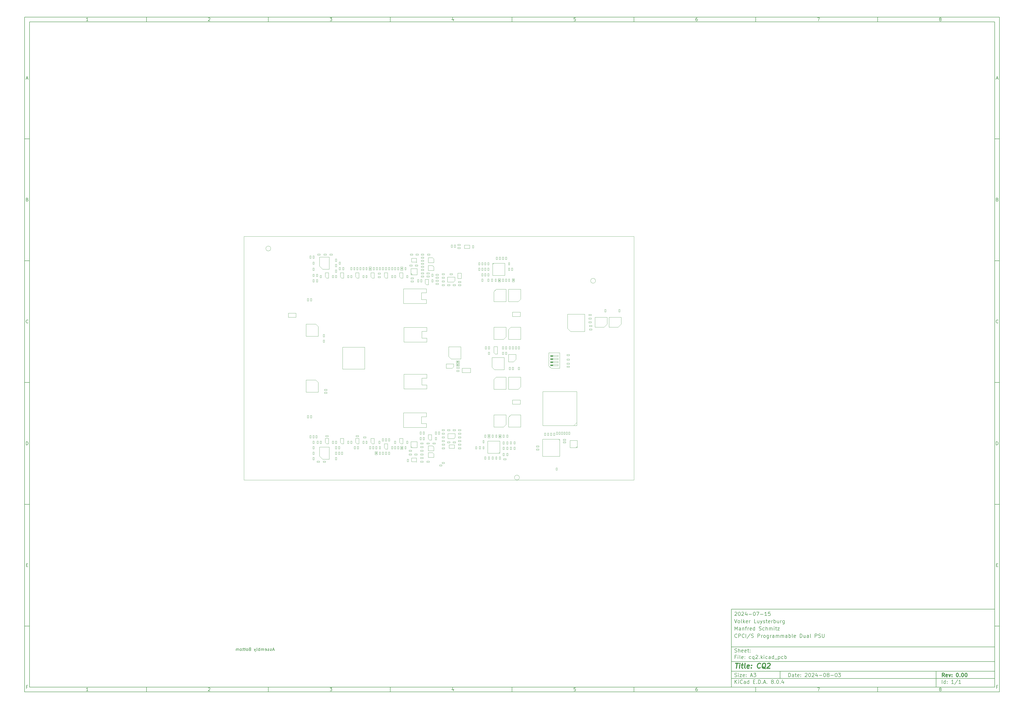
<source format=gbr>
%TF.GenerationSoftware,KiCad,Pcbnew,8.0.4*%
%TF.CreationDate,2024-09-04T12:40:56+02:00*%
%TF.ProjectId,cq2,6371322e-6b69-4636-9164-5f7063625858,0.00*%
%TF.SameCoordinates,Original*%
%TF.FileFunction,AssemblyDrawing,Bot*%
%FSLAX46Y46*%
G04 Gerber Fmt 4.6, Leading zero omitted, Abs format (unit mm)*
G04 Created by KiCad (PCBNEW 8.0.4) date 2024-09-04 12:40:56*
%MOMM*%
%LPD*%
G01*
G04 APERTURE LIST*
%ADD10C,0.100000*%
%ADD11C,0.150000*%
%ADD12C,0.300000*%
%ADD13C,0.400000*%
%ADD14C,0.200000*%
%ADD15C,0.120000*%
G04 APERTURE END LIST*
D10*
D11*
X299989000Y-253002200D02*
X407989000Y-253002200D01*
X407989000Y-285002200D01*
X299989000Y-285002200D01*
X299989000Y-253002200D01*
D10*
D11*
X10000000Y-10000000D02*
X409989000Y-10000000D01*
X409989000Y-287002200D01*
X10000000Y-287002200D01*
X10000000Y-10000000D01*
D10*
D11*
X12000000Y-12000000D02*
X407989000Y-12000000D01*
X407989000Y-285002200D01*
X12000000Y-285002200D01*
X12000000Y-12000000D01*
D10*
D11*
X60000000Y-12000000D02*
X60000000Y-10000000D01*
D10*
D11*
X110000000Y-12000000D02*
X110000000Y-10000000D01*
D10*
D11*
X160000000Y-12000000D02*
X160000000Y-10000000D01*
D10*
D11*
X210000000Y-12000000D02*
X210000000Y-10000000D01*
D10*
D11*
X260000000Y-12000000D02*
X260000000Y-10000000D01*
D10*
D11*
X310000000Y-12000000D02*
X310000000Y-10000000D01*
D10*
D11*
X360000000Y-12000000D02*
X360000000Y-10000000D01*
D10*
D11*
X36089160Y-11593604D02*
X35346303Y-11593604D01*
X35717731Y-11593604D02*
X35717731Y-10293604D01*
X35717731Y-10293604D02*
X35593922Y-10479319D01*
X35593922Y-10479319D02*
X35470112Y-10603128D01*
X35470112Y-10603128D02*
X35346303Y-10665033D01*
D10*
D11*
X85346303Y-10417414D02*
X85408207Y-10355509D01*
X85408207Y-10355509D02*
X85532017Y-10293604D01*
X85532017Y-10293604D02*
X85841541Y-10293604D01*
X85841541Y-10293604D02*
X85965350Y-10355509D01*
X85965350Y-10355509D02*
X86027255Y-10417414D01*
X86027255Y-10417414D02*
X86089160Y-10541223D01*
X86089160Y-10541223D02*
X86089160Y-10665033D01*
X86089160Y-10665033D02*
X86027255Y-10850747D01*
X86027255Y-10850747D02*
X85284398Y-11593604D01*
X85284398Y-11593604D02*
X86089160Y-11593604D01*
D10*
D11*
X135284398Y-10293604D02*
X136089160Y-10293604D01*
X136089160Y-10293604D02*
X135655826Y-10788842D01*
X135655826Y-10788842D02*
X135841541Y-10788842D01*
X135841541Y-10788842D02*
X135965350Y-10850747D01*
X135965350Y-10850747D02*
X136027255Y-10912652D01*
X136027255Y-10912652D02*
X136089160Y-11036461D01*
X136089160Y-11036461D02*
X136089160Y-11345985D01*
X136089160Y-11345985D02*
X136027255Y-11469795D01*
X136027255Y-11469795D02*
X135965350Y-11531700D01*
X135965350Y-11531700D02*
X135841541Y-11593604D01*
X135841541Y-11593604D02*
X135470112Y-11593604D01*
X135470112Y-11593604D02*
X135346303Y-11531700D01*
X135346303Y-11531700D02*
X135284398Y-11469795D01*
D10*
D11*
X185965350Y-10726938D02*
X185965350Y-11593604D01*
X185655826Y-10231700D02*
X185346303Y-11160271D01*
X185346303Y-11160271D02*
X186151064Y-11160271D01*
D10*
D11*
X236027255Y-10293604D02*
X235408207Y-10293604D01*
X235408207Y-10293604D02*
X235346303Y-10912652D01*
X235346303Y-10912652D02*
X235408207Y-10850747D01*
X235408207Y-10850747D02*
X235532017Y-10788842D01*
X235532017Y-10788842D02*
X235841541Y-10788842D01*
X235841541Y-10788842D02*
X235965350Y-10850747D01*
X235965350Y-10850747D02*
X236027255Y-10912652D01*
X236027255Y-10912652D02*
X236089160Y-11036461D01*
X236089160Y-11036461D02*
X236089160Y-11345985D01*
X236089160Y-11345985D02*
X236027255Y-11469795D01*
X236027255Y-11469795D02*
X235965350Y-11531700D01*
X235965350Y-11531700D02*
X235841541Y-11593604D01*
X235841541Y-11593604D02*
X235532017Y-11593604D01*
X235532017Y-11593604D02*
X235408207Y-11531700D01*
X235408207Y-11531700D02*
X235346303Y-11469795D01*
D10*
D11*
X285965350Y-10293604D02*
X285717731Y-10293604D01*
X285717731Y-10293604D02*
X285593922Y-10355509D01*
X285593922Y-10355509D02*
X285532017Y-10417414D01*
X285532017Y-10417414D02*
X285408207Y-10603128D01*
X285408207Y-10603128D02*
X285346303Y-10850747D01*
X285346303Y-10850747D02*
X285346303Y-11345985D01*
X285346303Y-11345985D02*
X285408207Y-11469795D01*
X285408207Y-11469795D02*
X285470112Y-11531700D01*
X285470112Y-11531700D02*
X285593922Y-11593604D01*
X285593922Y-11593604D02*
X285841541Y-11593604D01*
X285841541Y-11593604D02*
X285965350Y-11531700D01*
X285965350Y-11531700D02*
X286027255Y-11469795D01*
X286027255Y-11469795D02*
X286089160Y-11345985D01*
X286089160Y-11345985D02*
X286089160Y-11036461D01*
X286089160Y-11036461D02*
X286027255Y-10912652D01*
X286027255Y-10912652D02*
X285965350Y-10850747D01*
X285965350Y-10850747D02*
X285841541Y-10788842D01*
X285841541Y-10788842D02*
X285593922Y-10788842D01*
X285593922Y-10788842D02*
X285470112Y-10850747D01*
X285470112Y-10850747D02*
X285408207Y-10912652D01*
X285408207Y-10912652D02*
X285346303Y-11036461D01*
D10*
D11*
X335284398Y-10293604D02*
X336151064Y-10293604D01*
X336151064Y-10293604D02*
X335593922Y-11593604D01*
D10*
D11*
X385593922Y-10850747D02*
X385470112Y-10788842D01*
X385470112Y-10788842D02*
X385408207Y-10726938D01*
X385408207Y-10726938D02*
X385346303Y-10603128D01*
X385346303Y-10603128D02*
X385346303Y-10541223D01*
X385346303Y-10541223D02*
X385408207Y-10417414D01*
X385408207Y-10417414D02*
X385470112Y-10355509D01*
X385470112Y-10355509D02*
X385593922Y-10293604D01*
X385593922Y-10293604D02*
X385841541Y-10293604D01*
X385841541Y-10293604D02*
X385965350Y-10355509D01*
X385965350Y-10355509D02*
X386027255Y-10417414D01*
X386027255Y-10417414D02*
X386089160Y-10541223D01*
X386089160Y-10541223D02*
X386089160Y-10603128D01*
X386089160Y-10603128D02*
X386027255Y-10726938D01*
X386027255Y-10726938D02*
X385965350Y-10788842D01*
X385965350Y-10788842D02*
X385841541Y-10850747D01*
X385841541Y-10850747D02*
X385593922Y-10850747D01*
X385593922Y-10850747D02*
X385470112Y-10912652D01*
X385470112Y-10912652D02*
X385408207Y-10974557D01*
X385408207Y-10974557D02*
X385346303Y-11098366D01*
X385346303Y-11098366D02*
X385346303Y-11345985D01*
X385346303Y-11345985D02*
X385408207Y-11469795D01*
X385408207Y-11469795D02*
X385470112Y-11531700D01*
X385470112Y-11531700D02*
X385593922Y-11593604D01*
X385593922Y-11593604D02*
X385841541Y-11593604D01*
X385841541Y-11593604D02*
X385965350Y-11531700D01*
X385965350Y-11531700D02*
X386027255Y-11469795D01*
X386027255Y-11469795D02*
X386089160Y-11345985D01*
X386089160Y-11345985D02*
X386089160Y-11098366D01*
X386089160Y-11098366D02*
X386027255Y-10974557D01*
X386027255Y-10974557D02*
X385965350Y-10912652D01*
X385965350Y-10912652D02*
X385841541Y-10850747D01*
D10*
D11*
X60000000Y-285002200D02*
X60000000Y-287002200D01*
D10*
D11*
X110000000Y-285002200D02*
X110000000Y-287002200D01*
D10*
D11*
X160000000Y-285002200D02*
X160000000Y-287002200D01*
D10*
D11*
X210000000Y-285002200D02*
X210000000Y-287002200D01*
D10*
D11*
X260000000Y-285002200D02*
X260000000Y-287002200D01*
D10*
D11*
X310000000Y-285002200D02*
X310000000Y-287002200D01*
D10*
D11*
X360000000Y-285002200D02*
X360000000Y-287002200D01*
D10*
D11*
X36089160Y-286595804D02*
X35346303Y-286595804D01*
X35717731Y-286595804D02*
X35717731Y-285295804D01*
X35717731Y-285295804D02*
X35593922Y-285481519D01*
X35593922Y-285481519D02*
X35470112Y-285605328D01*
X35470112Y-285605328D02*
X35346303Y-285667233D01*
D10*
D11*
X85346303Y-285419614D02*
X85408207Y-285357709D01*
X85408207Y-285357709D02*
X85532017Y-285295804D01*
X85532017Y-285295804D02*
X85841541Y-285295804D01*
X85841541Y-285295804D02*
X85965350Y-285357709D01*
X85965350Y-285357709D02*
X86027255Y-285419614D01*
X86027255Y-285419614D02*
X86089160Y-285543423D01*
X86089160Y-285543423D02*
X86089160Y-285667233D01*
X86089160Y-285667233D02*
X86027255Y-285852947D01*
X86027255Y-285852947D02*
X85284398Y-286595804D01*
X85284398Y-286595804D02*
X86089160Y-286595804D01*
D10*
D11*
X135284398Y-285295804D02*
X136089160Y-285295804D01*
X136089160Y-285295804D02*
X135655826Y-285791042D01*
X135655826Y-285791042D02*
X135841541Y-285791042D01*
X135841541Y-285791042D02*
X135965350Y-285852947D01*
X135965350Y-285852947D02*
X136027255Y-285914852D01*
X136027255Y-285914852D02*
X136089160Y-286038661D01*
X136089160Y-286038661D02*
X136089160Y-286348185D01*
X136089160Y-286348185D02*
X136027255Y-286471995D01*
X136027255Y-286471995D02*
X135965350Y-286533900D01*
X135965350Y-286533900D02*
X135841541Y-286595804D01*
X135841541Y-286595804D02*
X135470112Y-286595804D01*
X135470112Y-286595804D02*
X135346303Y-286533900D01*
X135346303Y-286533900D02*
X135284398Y-286471995D01*
D10*
D11*
X185965350Y-285729138D02*
X185965350Y-286595804D01*
X185655826Y-285233900D02*
X185346303Y-286162471D01*
X185346303Y-286162471D02*
X186151064Y-286162471D01*
D10*
D11*
X236027255Y-285295804D02*
X235408207Y-285295804D01*
X235408207Y-285295804D02*
X235346303Y-285914852D01*
X235346303Y-285914852D02*
X235408207Y-285852947D01*
X235408207Y-285852947D02*
X235532017Y-285791042D01*
X235532017Y-285791042D02*
X235841541Y-285791042D01*
X235841541Y-285791042D02*
X235965350Y-285852947D01*
X235965350Y-285852947D02*
X236027255Y-285914852D01*
X236027255Y-285914852D02*
X236089160Y-286038661D01*
X236089160Y-286038661D02*
X236089160Y-286348185D01*
X236089160Y-286348185D02*
X236027255Y-286471995D01*
X236027255Y-286471995D02*
X235965350Y-286533900D01*
X235965350Y-286533900D02*
X235841541Y-286595804D01*
X235841541Y-286595804D02*
X235532017Y-286595804D01*
X235532017Y-286595804D02*
X235408207Y-286533900D01*
X235408207Y-286533900D02*
X235346303Y-286471995D01*
D10*
D11*
X285965350Y-285295804D02*
X285717731Y-285295804D01*
X285717731Y-285295804D02*
X285593922Y-285357709D01*
X285593922Y-285357709D02*
X285532017Y-285419614D01*
X285532017Y-285419614D02*
X285408207Y-285605328D01*
X285408207Y-285605328D02*
X285346303Y-285852947D01*
X285346303Y-285852947D02*
X285346303Y-286348185D01*
X285346303Y-286348185D02*
X285408207Y-286471995D01*
X285408207Y-286471995D02*
X285470112Y-286533900D01*
X285470112Y-286533900D02*
X285593922Y-286595804D01*
X285593922Y-286595804D02*
X285841541Y-286595804D01*
X285841541Y-286595804D02*
X285965350Y-286533900D01*
X285965350Y-286533900D02*
X286027255Y-286471995D01*
X286027255Y-286471995D02*
X286089160Y-286348185D01*
X286089160Y-286348185D02*
X286089160Y-286038661D01*
X286089160Y-286038661D02*
X286027255Y-285914852D01*
X286027255Y-285914852D02*
X285965350Y-285852947D01*
X285965350Y-285852947D02*
X285841541Y-285791042D01*
X285841541Y-285791042D02*
X285593922Y-285791042D01*
X285593922Y-285791042D02*
X285470112Y-285852947D01*
X285470112Y-285852947D02*
X285408207Y-285914852D01*
X285408207Y-285914852D02*
X285346303Y-286038661D01*
D10*
D11*
X335284398Y-285295804D02*
X336151064Y-285295804D01*
X336151064Y-285295804D02*
X335593922Y-286595804D01*
D10*
D11*
X385593922Y-285852947D02*
X385470112Y-285791042D01*
X385470112Y-285791042D02*
X385408207Y-285729138D01*
X385408207Y-285729138D02*
X385346303Y-285605328D01*
X385346303Y-285605328D02*
X385346303Y-285543423D01*
X385346303Y-285543423D02*
X385408207Y-285419614D01*
X385408207Y-285419614D02*
X385470112Y-285357709D01*
X385470112Y-285357709D02*
X385593922Y-285295804D01*
X385593922Y-285295804D02*
X385841541Y-285295804D01*
X385841541Y-285295804D02*
X385965350Y-285357709D01*
X385965350Y-285357709D02*
X386027255Y-285419614D01*
X386027255Y-285419614D02*
X386089160Y-285543423D01*
X386089160Y-285543423D02*
X386089160Y-285605328D01*
X386089160Y-285605328D02*
X386027255Y-285729138D01*
X386027255Y-285729138D02*
X385965350Y-285791042D01*
X385965350Y-285791042D02*
X385841541Y-285852947D01*
X385841541Y-285852947D02*
X385593922Y-285852947D01*
X385593922Y-285852947D02*
X385470112Y-285914852D01*
X385470112Y-285914852D02*
X385408207Y-285976757D01*
X385408207Y-285976757D02*
X385346303Y-286100566D01*
X385346303Y-286100566D02*
X385346303Y-286348185D01*
X385346303Y-286348185D02*
X385408207Y-286471995D01*
X385408207Y-286471995D02*
X385470112Y-286533900D01*
X385470112Y-286533900D02*
X385593922Y-286595804D01*
X385593922Y-286595804D02*
X385841541Y-286595804D01*
X385841541Y-286595804D02*
X385965350Y-286533900D01*
X385965350Y-286533900D02*
X386027255Y-286471995D01*
X386027255Y-286471995D02*
X386089160Y-286348185D01*
X386089160Y-286348185D02*
X386089160Y-286100566D01*
X386089160Y-286100566D02*
X386027255Y-285976757D01*
X386027255Y-285976757D02*
X385965350Y-285914852D01*
X385965350Y-285914852D02*
X385841541Y-285852947D01*
D10*
D11*
X10000000Y-60000000D02*
X12000000Y-60000000D01*
D10*
D11*
X10000000Y-110000000D02*
X12000000Y-110000000D01*
D10*
D11*
X10000000Y-160000000D02*
X12000000Y-160000000D01*
D10*
D11*
X10000000Y-210000000D02*
X12000000Y-210000000D01*
D10*
D11*
X10000000Y-260000000D02*
X12000000Y-260000000D01*
D10*
D11*
X10690476Y-35222176D02*
X11309523Y-35222176D01*
X10566666Y-35593604D02*
X10999999Y-34293604D01*
X10999999Y-34293604D02*
X11433333Y-35593604D01*
D10*
D11*
X11092857Y-84912652D02*
X11278571Y-84974557D01*
X11278571Y-84974557D02*
X11340476Y-85036461D01*
X11340476Y-85036461D02*
X11402380Y-85160271D01*
X11402380Y-85160271D02*
X11402380Y-85345985D01*
X11402380Y-85345985D02*
X11340476Y-85469795D01*
X11340476Y-85469795D02*
X11278571Y-85531700D01*
X11278571Y-85531700D02*
X11154761Y-85593604D01*
X11154761Y-85593604D02*
X10659523Y-85593604D01*
X10659523Y-85593604D02*
X10659523Y-84293604D01*
X10659523Y-84293604D02*
X11092857Y-84293604D01*
X11092857Y-84293604D02*
X11216666Y-84355509D01*
X11216666Y-84355509D02*
X11278571Y-84417414D01*
X11278571Y-84417414D02*
X11340476Y-84541223D01*
X11340476Y-84541223D02*
X11340476Y-84665033D01*
X11340476Y-84665033D02*
X11278571Y-84788842D01*
X11278571Y-84788842D02*
X11216666Y-84850747D01*
X11216666Y-84850747D02*
X11092857Y-84912652D01*
X11092857Y-84912652D02*
X10659523Y-84912652D01*
D10*
D11*
X11402380Y-135469795D02*
X11340476Y-135531700D01*
X11340476Y-135531700D02*
X11154761Y-135593604D01*
X11154761Y-135593604D02*
X11030952Y-135593604D01*
X11030952Y-135593604D02*
X10845238Y-135531700D01*
X10845238Y-135531700D02*
X10721428Y-135407890D01*
X10721428Y-135407890D02*
X10659523Y-135284080D01*
X10659523Y-135284080D02*
X10597619Y-135036461D01*
X10597619Y-135036461D02*
X10597619Y-134850747D01*
X10597619Y-134850747D02*
X10659523Y-134603128D01*
X10659523Y-134603128D02*
X10721428Y-134479319D01*
X10721428Y-134479319D02*
X10845238Y-134355509D01*
X10845238Y-134355509D02*
X11030952Y-134293604D01*
X11030952Y-134293604D02*
X11154761Y-134293604D01*
X11154761Y-134293604D02*
X11340476Y-134355509D01*
X11340476Y-134355509D02*
X11402380Y-134417414D01*
D10*
D11*
X10659523Y-185593604D02*
X10659523Y-184293604D01*
X10659523Y-184293604D02*
X10969047Y-184293604D01*
X10969047Y-184293604D02*
X11154761Y-184355509D01*
X11154761Y-184355509D02*
X11278571Y-184479319D01*
X11278571Y-184479319D02*
X11340476Y-184603128D01*
X11340476Y-184603128D02*
X11402380Y-184850747D01*
X11402380Y-184850747D02*
X11402380Y-185036461D01*
X11402380Y-185036461D02*
X11340476Y-185284080D01*
X11340476Y-185284080D02*
X11278571Y-185407890D01*
X11278571Y-185407890D02*
X11154761Y-185531700D01*
X11154761Y-185531700D02*
X10969047Y-185593604D01*
X10969047Y-185593604D02*
X10659523Y-185593604D01*
D10*
D11*
X10721428Y-234912652D02*
X11154762Y-234912652D01*
X11340476Y-235593604D02*
X10721428Y-235593604D01*
X10721428Y-235593604D02*
X10721428Y-234293604D01*
X10721428Y-234293604D02*
X11340476Y-234293604D01*
D10*
D11*
X11185714Y-284912652D02*
X10752380Y-284912652D01*
X10752380Y-285593604D02*
X10752380Y-284293604D01*
X10752380Y-284293604D02*
X11371428Y-284293604D01*
D10*
D11*
X409989000Y-60000000D02*
X407989000Y-60000000D01*
D10*
D11*
X409989000Y-110000000D02*
X407989000Y-110000000D01*
D10*
D11*
X409989000Y-160000000D02*
X407989000Y-160000000D01*
D10*
D11*
X409989000Y-210000000D02*
X407989000Y-210000000D01*
D10*
D11*
X409989000Y-260000000D02*
X407989000Y-260000000D01*
D10*
D11*
X408679476Y-35222176D02*
X409298523Y-35222176D01*
X408555666Y-35593604D02*
X408988999Y-34293604D01*
X408988999Y-34293604D02*
X409422333Y-35593604D01*
D10*
D11*
X409081857Y-84912652D02*
X409267571Y-84974557D01*
X409267571Y-84974557D02*
X409329476Y-85036461D01*
X409329476Y-85036461D02*
X409391380Y-85160271D01*
X409391380Y-85160271D02*
X409391380Y-85345985D01*
X409391380Y-85345985D02*
X409329476Y-85469795D01*
X409329476Y-85469795D02*
X409267571Y-85531700D01*
X409267571Y-85531700D02*
X409143761Y-85593604D01*
X409143761Y-85593604D02*
X408648523Y-85593604D01*
X408648523Y-85593604D02*
X408648523Y-84293604D01*
X408648523Y-84293604D02*
X409081857Y-84293604D01*
X409081857Y-84293604D02*
X409205666Y-84355509D01*
X409205666Y-84355509D02*
X409267571Y-84417414D01*
X409267571Y-84417414D02*
X409329476Y-84541223D01*
X409329476Y-84541223D02*
X409329476Y-84665033D01*
X409329476Y-84665033D02*
X409267571Y-84788842D01*
X409267571Y-84788842D02*
X409205666Y-84850747D01*
X409205666Y-84850747D02*
X409081857Y-84912652D01*
X409081857Y-84912652D02*
X408648523Y-84912652D01*
D10*
D11*
X409391380Y-135469795D02*
X409329476Y-135531700D01*
X409329476Y-135531700D02*
X409143761Y-135593604D01*
X409143761Y-135593604D02*
X409019952Y-135593604D01*
X409019952Y-135593604D02*
X408834238Y-135531700D01*
X408834238Y-135531700D02*
X408710428Y-135407890D01*
X408710428Y-135407890D02*
X408648523Y-135284080D01*
X408648523Y-135284080D02*
X408586619Y-135036461D01*
X408586619Y-135036461D02*
X408586619Y-134850747D01*
X408586619Y-134850747D02*
X408648523Y-134603128D01*
X408648523Y-134603128D02*
X408710428Y-134479319D01*
X408710428Y-134479319D02*
X408834238Y-134355509D01*
X408834238Y-134355509D02*
X409019952Y-134293604D01*
X409019952Y-134293604D02*
X409143761Y-134293604D01*
X409143761Y-134293604D02*
X409329476Y-134355509D01*
X409329476Y-134355509D02*
X409391380Y-134417414D01*
D10*
D11*
X408648523Y-185593604D02*
X408648523Y-184293604D01*
X408648523Y-184293604D02*
X408958047Y-184293604D01*
X408958047Y-184293604D02*
X409143761Y-184355509D01*
X409143761Y-184355509D02*
X409267571Y-184479319D01*
X409267571Y-184479319D02*
X409329476Y-184603128D01*
X409329476Y-184603128D02*
X409391380Y-184850747D01*
X409391380Y-184850747D02*
X409391380Y-185036461D01*
X409391380Y-185036461D02*
X409329476Y-185284080D01*
X409329476Y-185284080D02*
X409267571Y-185407890D01*
X409267571Y-185407890D02*
X409143761Y-185531700D01*
X409143761Y-185531700D02*
X408958047Y-185593604D01*
X408958047Y-185593604D02*
X408648523Y-185593604D01*
D10*
D11*
X408710428Y-234912652D02*
X409143762Y-234912652D01*
X409329476Y-235593604D02*
X408710428Y-235593604D01*
X408710428Y-235593604D02*
X408710428Y-234293604D01*
X408710428Y-234293604D02*
X409329476Y-234293604D01*
D10*
D11*
X409174714Y-284912652D02*
X408741380Y-284912652D01*
X408741380Y-285593604D02*
X408741380Y-284293604D01*
X408741380Y-284293604D02*
X409360428Y-284293604D01*
D10*
D11*
X323444826Y-280788328D02*
X323444826Y-279288328D01*
X323444826Y-279288328D02*
X323801969Y-279288328D01*
X323801969Y-279288328D02*
X324016255Y-279359757D01*
X324016255Y-279359757D02*
X324159112Y-279502614D01*
X324159112Y-279502614D02*
X324230541Y-279645471D01*
X324230541Y-279645471D02*
X324301969Y-279931185D01*
X324301969Y-279931185D02*
X324301969Y-280145471D01*
X324301969Y-280145471D02*
X324230541Y-280431185D01*
X324230541Y-280431185D02*
X324159112Y-280574042D01*
X324159112Y-280574042D02*
X324016255Y-280716900D01*
X324016255Y-280716900D02*
X323801969Y-280788328D01*
X323801969Y-280788328D02*
X323444826Y-280788328D01*
X325587684Y-280788328D02*
X325587684Y-280002614D01*
X325587684Y-280002614D02*
X325516255Y-279859757D01*
X325516255Y-279859757D02*
X325373398Y-279788328D01*
X325373398Y-279788328D02*
X325087684Y-279788328D01*
X325087684Y-279788328D02*
X324944826Y-279859757D01*
X325587684Y-280716900D02*
X325444826Y-280788328D01*
X325444826Y-280788328D02*
X325087684Y-280788328D01*
X325087684Y-280788328D02*
X324944826Y-280716900D01*
X324944826Y-280716900D02*
X324873398Y-280574042D01*
X324873398Y-280574042D02*
X324873398Y-280431185D01*
X324873398Y-280431185D02*
X324944826Y-280288328D01*
X324944826Y-280288328D02*
X325087684Y-280216900D01*
X325087684Y-280216900D02*
X325444826Y-280216900D01*
X325444826Y-280216900D02*
X325587684Y-280145471D01*
X326087684Y-279788328D02*
X326659112Y-279788328D01*
X326301969Y-279288328D02*
X326301969Y-280574042D01*
X326301969Y-280574042D02*
X326373398Y-280716900D01*
X326373398Y-280716900D02*
X326516255Y-280788328D01*
X326516255Y-280788328D02*
X326659112Y-280788328D01*
X327730541Y-280716900D02*
X327587684Y-280788328D01*
X327587684Y-280788328D02*
X327301970Y-280788328D01*
X327301970Y-280788328D02*
X327159112Y-280716900D01*
X327159112Y-280716900D02*
X327087684Y-280574042D01*
X327087684Y-280574042D02*
X327087684Y-280002614D01*
X327087684Y-280002614D02*
X327159112Y-279859757D01*
X327159112Y-279859757D02*
X327301970Y-279788328D01*
X327301970Y-279788328D02*
X327587684Y-279788328D01*
X327587684Y-279788328D02*
X327730541Y-279859757D01*
X327730541Y-279859757D02*
X327801970Y-280002614D01*
X327801970Y-280002614D02*
X327801970Y-280145471D01*
X327801970Y-280145471D02*
X327087684Y-280288328D01*
X328444826Y-280645471D02*
X328516255Y-280716900D01*
X328516255Y-280716900D02*
X328444826Y-280788328D01*
X328444826Y-280788328D02*
X328373398Y-280716900D01*
X328373398Y-280716900D02*
X328444826Y-280645471D01*
X328444826Y-280645471D02*
X328444826Y-280788328D01*
X328444826Y-279859757D02*
X328516255Y-279931185D01*
X328516255Y-279931185D02*
X328444826Y-280002614D01*
X328444826Y-280002614D02*
X328373398Y-279931185D01*
X328373398Y-279931185D02*
X328444826Y-279859757D01*
X328444826Y-279859757D02*
X328444826Y-280002614D01*
X330230541Y-279431185D02*
X330301969Y-279359757D01*
X330301969Y-279359757D02*
X330444827Y-279288328D01*
X330444827Y-279288328D02*
X330801969Y-279288328D01*
X330801969Y-279288328D02*
X330944827Y-279359757D01*
X330944827Y-279359757D02*
X331016255Y-279431185D01*
X331016255Y-279431185D02*
X331087684Y-279574042D01*
X331087684Y-279574042D02*
X331087684Y-279716900D01*
X331087684Y-279716900D02*
X331016255Y-279931185D01*
X331016255Y-279931185D02*
X330159112Y-280788328D01*
X330159112Y-280788328D02*
X331087684Y-280788328D01*
X332016255Y-279288328D02*
X332159112Y-279288328D01*
X332159112Y-279288328D02*
X332301969Y-279359757D01*
X332301969Y-279359757D02*
X332373398Y-279431185D01*
X332373398Y-279431185D02*
X332444826Y-279574042D01*
X332444826Y-279574042D02*
X332516255Y-279859757D01*
X332516255Y-279859757D02*
X332516255Y-280216900D01*
X332516255Y-280216900D02*
X332444826Y-280502614D01*
X332444826Y-280502614D02*
X332373398Y-280645471D01*
X332373398Y-280645471D02*
X332301969Y-280716900D01*
X332301969Y-280716900D02*
X332159112Y-280788328D01*
X332159112Y-280788328D02*
X332016255Y-280788328D01*
X332016255Y-280788328D02*
X331873398Y-280716900D01*
X331873398Y-280716900D02*
X331801969Y-280645471D01*
X331801969Y-280645471D02*
X331730540Y-280502614D01*
X331730540Y-280502614D02*
X331659112Y-280216900D01*
X331659112Y-280216900D02*
X331659112Y-279859757D01*
X331659112Y-279859757D02*
X331730540Y-279574042D01*
X331730540Y-279574042D02*
X331801969Y-279431185D01*
X331801969Y-279431185D02*
X331873398Y-279359757D01*
X331873398Y-279359757D02*
X332016255Y-279288328D01*
X333087683Y-279431185D02*
X333159111Y-279359757D01*
X333159111Y-279359757D02*
X333301969Y-279288328D01*
X333301969Y-279288328D02*
X333659111Y-279288328D01*
X333659111Y-279288328D02*
X333801969Y-279359757D01*
X333801969Y-279359757D02*
X333873397Y-279431185D01*
X333873397Y-279431185D02*
X333944826Y-279574042D01*
X333944826Y-279574042D02*
X333944826Y-279716900D01*
X333944826Y-279716900D02*
X333873397Y-279931185D01*
X333873397Y-279931185D02*
X333016254Y-280788328D01*
X333016254Y-280788328D02*
X333944826Y-280788328D01*
X335230540Y-279788328D02*
X335230540Y-280788328D01*
X334873397Y-279216900D02*
X334516254Y-280288328D01*
X334516254Y-280288328D02*
X335444825Y-280288328D01*
X336016253Y-280216900D02*
X337159111Y-280216900D01*
X338159111Y-279288328D02*
X338301968Y-279288328D01*
X338301968Y-279288328D02*
X338444825Y-279359757D01*
X338444825Y-279359757D02*
X338516254Y-279431185D01*
X338516254Y-279431185D02*
X338587682Y-279574042D01*
X338587682Y-279574042D02*
X338659111Y-279859757D01*
X338659111Y-279859757D02*
X338659111Y-280216900D01*
X338659111Y-280216900D02*
X338587682Y-280502614D01*
X338587682Y-280502614D02*
X338516254Y-280645471D01*
X338516254Y-280645471D02*
X338444825Y-280716900D01*
X338444825Y-280716900D02*
X338301968Y-280788328D01*
X338301968Y-280788328D02*
X338159111Y-280788328D01*
X338159111Y-280788328D02*
X338016254Y-280716900D01*
X338016254Y-280716900D02*
X337944825Y-280645471D01*
X337944825Y-280645471D02*
X337873396Y-280502614D01*
X337873396Y-280502614D02*
X337801968Y-280216900D01*
X337801968Y-280216900D02*
X337801968Y-279859757D01*
X337801968Y-279859757D02*
X337873396Y-279574042D01*
X337873396Y-279574042D02*
X337944825Y-279431185D01*
X337944825Y-279431185D02*
X338016254Y-279359757D01*
X338016254Y-279359757D02*
X338159111Y-279288328D01*
X339516253Y-279931185D02*
X339373396Y-279859757D01*
X339373396Y-279859757D02*
X339301967Y-279788328D01*
X339301967Y-279788328D02*
X339230539Y-279645471D01*
X339230539Y-279645471D02*
X339230539Y-279574042D01*
X339230539Y-279574042D02*
X339301967Y-279431185D01*
X339301967Y-279431185D02*
X339373396Y-279359757D01*
X339373396Y-279359757D02*
X339516253Y-279288328D01*
X339516253Y-279288328D02*
X339801967Y-279288328D01*
X339801967Y-279288328D02*
X339944825Y-279359757D01*
X339944825Y-279359757D02*
X340016253Y-279431185D01*
X340016253Y-279431185D02*
X340087682Y-279574042D01*
X340087682Y-279574042D02*
X340087682Y-279645471D01*
X340087682Y-279645471D02*
X340016253Y-279788328D01*
X340016253Y-279788328D02*
X339944825Y-279859757D01*
X339944825Y-279859757D02*
X339801967Y-279931185D01*
X339801967Y-279931185D02*
X339516253Y-279931185D01*
X339516253Y-279931185D02*
X339373396Y-280002614D01*
X339373396Y-280002614D02*
X339301967Y-280074042D01*
X339301967Y-280074042D02*
X339230539Y-280216900D01*
X339230539Y-280216900D02*
X339230539Y-280502614D01*
X339230539Y-280502614D02*
X339301967Y-280645471D01*
X339301967Y-280645471D02*
X339373396Y-280716900D01*
X339373396Y-280716900D02*
X339516253Y-280788328D01*
X339516253Y-280788328D02*
X339801967Y-280788328D01*
X339801967Y-280788328D02*
X339944825Y-280716900D01*
X339944825Y-280716900D02*
X340016253Y-280645471D01*
X340016253Y-280645471D02*
X340087682Y-280502614D01*
X340087682Y-280502614D02*
X340087682Y-280216900D01*
X340087682Y-280216900D02*
X340016253Y-280074042D01*
X340016253Y-280074042D02*
X339944825Y-280002614D01*
X339944825Y-280002614D02*
X339801967Y-279931185D01*
X340730538Y-280216900D02*
X341873396Y-280216900D01*
X342873396Y-279288328D02*
X343016253Y-279288328D01*
X343016253Y-279288328D02*
X343159110Y-279359757D01*
X343159110Y-279359757D02*
X343230539Y-279431185D01*
X343230539Y-279431185D02*
X343301967Y-279574042D01*
X343301967Y-279574042D02*
X343373396Y-279859757D01*
X343373396Y-279859757D02*
X343373396Y-280216900D01*
X343373396Y-280216900D02*
X343301967Y-280502614D01*
X343301967Y-280502614D02*
X343230539Y-280645471D01*
X343230539Y-280645471D02*
X343159110Y-280716900D01*
X343159110Y-280716900D02*
X343016253Y-280788328D01*
X343016253Y-280788328D02*
X342873396Y-280788328D01*
X342873396Y-280788328D02*
X342730539Y-280716900D01*
X342730539Y-280716900D02*
X342659110Y-280645471D01*
X342659110Y-280645471D02*
X342587681Y-280502614D01*
X342587681Y-280502614D02*
X342516253Y-280216900D01*
X342516253Y-280216900D02*
X342516253Y-279859757D01*
X342516253Y-279859757D02*
X342587681Y-279574042D01*
X342587681Y-279574042D02*
X342659110Y-279431185D01*
X342659110Y-279431185D02*
X342730539Y-279359757D01*
X342730539Y-279359757D02*
X342873396Y-279288328D01*
X343873395Y-279288328D02*
X344801967Y-279288328D01*
X344801967Y-279288328D02*
X344301967Y-279859757D01*
X344301967Y-279859757D02*
X344516252Y-279859757D01*
X344516252Y-279859757D02*
X344659110Y-279931185D01*
X344659110Y-279931185D02*
X344730538Y-280002614D01*
X344730538Y-280002614D02*
X344801967Y-280145471D01*
X344801967Y-280145471D02*
X344801967Y-280502614D01*
X344801967Y-280502614D02*
X344730538Y-280645471D01*
X344730538Y-280645471D02*
X344659110Y-280716900D01*
X344659110Y-280716900D02*
X344516252Y-280788328D01*
X344516252Y-280788328D02*
X344087681Y-280788328D01*
X344087681Y-280788328D02*
X343944824Y-280716900D01*
X343944824Y-280716900D02*
X343873395Y-280645471D01*
D10*
D11*
X299989000Y-281502200D02*
X407989000Y-281502200D01*
D10*
D11*
X301444826Y-283588328D02*
X301444826Y-282088328D01*
X302301969Y-283588328D02*
X301659112Y-282731185D01*
X302301969Y-282088328D02*
X301444826Y-282945471D01*
X302944826Y-283588328D02*
X302944826Y-282588328D01*
X302944826Y-282088328D02*
X302873398Y-282159757D01*
X302873398Y-282159757D02*
X302944826Y-282231185D01*
X302944826Y-282231185D02*
X303016255Y-282159757D01*
X303016255Y-282159757D02*
X302944826Y-282088328D01*
X302944826Y-282088328D02*
X302944826Y-282231185D01*
X304516255Y-283445471D02*
X304444827Y-283516900D01*
X304444827Y-283516900D02*
X304230541Y-283588328D01*
X304230541Y-283588328D02*
X304087684Y-283588328D01*
X304087684Y-283588328D02*
X303873398Y-283516900D01*
X303873398Y-283516900D02*
X303730541Y-283374042D01*
X303730541Y-283374042D02*
X303659112Y-283231185D01*
X303659112Y-283231185D02*
X303587684Y-282945471D01*
X303587684Y-282945471D02*
X303587684Y-282731185D01*
X303587684Y-282731185D02*
X303659112Y-282445471D01*
X303659112Y-282445471D02*
X303730541Y-282302614D01*
X303730541Y-282302614D02*
X303873398Y-282159757D01*
X303873398Y-282159757D02*
X304087684Y-282088328D01*
X304087684Y-282088328D02*
X304230541Y-282088328D01*
X304230541Y-282088328D02*
X304444827Y-282159757D01*
X304444827Y-282159757D02*
X304516255Y-282231185D01*
X305801970Y-283588328D02*
X305801970Y-282802614D01*
X305801970Y-282802614D02*
X305730541Y-282659757D01*
X305730541Y-282659757D02*
X305587684Y-282588328D01*
X305587684Y-282588328D02*
X305301970Y-282588328D01*
X305301970Y-282588328D02*
X305159112Y-282659757D01*
X305801970Y-283516900D02*
X305659112Y-283588328D01*
X305659112Y-283588328D02*
X305301970Y-283588328D01*
X305301970Y-283588328D02*
X305159112Y-283516900D01*
X305159112Y-283516900D02*
X305087684Y-283374042D01*
X305087684Y-283374042D02*
X305087684Y-283231185D01*
X305087684Y-283231185D02*
X305159112Y-283088328D01*
X305159112Y-283088328D02*
X305301970Y-283016900D01*
X305301970Y-283016900D02*
X305659112Y-283016900D01*
X305659112Y-283016900D02*
X305801970Y-282945471D01*
X307159113Y-283588328D02*
X307159113Y-282088328D01*
X307159113Y-283516900D02*
X307016255Y-283588328D01*
X307016255Y-283588328D02*
X306730541Y-283588328D01*
X306730541Y-283588328D02*
X306587684Y-283516900D01*
X306587684Y-283516900D02*
X306516255Y-283445471D01*
X306516255Y-283445471D02*
X306444827Y-283302614D01*
X306444827Y-283302614D02*
X306444827Y-282874042D01*
X306444827Y-282874042D02*
X306516255Y-282731185D01*
X306516255Y-282731185D02*
X306587684Y-282659757D01*
X306587684Y-282659757D02*
X306730541Y-282588328D01*
X306730541Y-282588328D02*
X307016255Y-282588328D01*
X307016255Y-282588328D02*
X307159113Y-282659757D01*
X309016255Y-282802614D02*
X309516255Y-282802614D01*
X309730541Y-283588328D02*
X309016255Y-283588328D01*
X309016255Y-283588328D02*
X309016255Y-282088328D01*
X309016255Y-282088328D02*
X309730541Y-282088328D01*
X310373398Y-283445471D02*
X310444827Y-283516900D01*
X310444827Y-283516900D02*
X310373398Y-283588328D01*
X310373398Y-283588328D02*
X310301970Y-283516900D01*
X310301970Y-283516900D02*
X310373398Y-283445471D01*
X310373398Y-283445471D02*
X310373398Y-283588328D01*
X311087684Y-283588328D02*
X311087684Y-282088328D01*
X311087684Y-282088328D02*
X311444827Y-282088328D01*
X311444827Y-282088328D02*
X311659113Y-282159757D01*
X311659113Y-282159757D02*
X311801970Y-282302614D01*
X311801970Y-282302614D02*
X311873399Y-282445471D01*
X311873399Y-282445471D02*
X311944827Y-282731185D01*
X311944827Y-282731185D02*
X311944827Y-282945471D01*
X311944827Y-282945471D02*
X311873399Y-283231185D01*
X311873399Y-283231185D02*
X311801970Y-283374042D01*
X311801970Y-283374042D02*
X311659113Y-283516900D01*
X311659113Y-283516900D02*
X311444827Y-283588328D01*
X311444827Y-283588328D02*
X311087684Y-283588328D01*
X312587684Y-283445471D02*
X312659113Y-283516900D01*
X312659113Y-283516900D02*
X312587684Y-283588328D01*
X312587684Y-283588328D02*
X312516256Y-283516900D01*
X312516256Y-283516900D02*
X312587684Y-283445471D01*
X312587684Y-283445471D02*
X312587684Y-283588328D01*
X313230542Y-283159757D02*
X313944828Y-283159757D01*
X313087685Y-283588328D02*
X313587685Y-282088328D01*
X313587685Y-282088328D02*
X314087685Y-283588328D01*
X314587684Y-283445471D02*
X314659113Y-283516900D01*
X314659113Y-283516900D02*
X314587684Y-283588328D01*
X314587684Y-283588328D02*
X314516256Y-283516900D01*
X314516256Y-283516900D02*
X314587684Y-283445471D01*
X314587684Y-283445471D02*
X314587684Y-283588328D01*
X316659113Y-282731185D02*
X316516256Y-282659757D01*
X316516256Y-282659757D02*
X316444827Y-282588328D01*
X316444827Y-282588328D02*
X316373399Y-282445471D01*
X316373399Y-282445471D02*
X316373399Y-282374042D01*
X316373399Y-282374042D02*
X316444827Y-282231185D01*
X316444827Y-282231185D02*
X316516256Y-282159757D01*
X316516256Y-282159757D02*
X316659113Y-282088328D01*
X316659113Y-282088328D02*
X316944827Y-282088328D01*
X316944827Y-282088328D02*
X317087685Y-282159757D01*
X317087685Y-282159757D02*
X317159113Y-282231185D01*
X317159113Y-282231185D02*
X317230542Y-282374042D01*
X317230542Y-282374042D02*
X317230542Y-282445471D01*
X317230542Y-282445471D02*
X317159113Y-282588328D01*
X317159113Y-282588328D02*
X317087685Y-282659757D01*
X317087685Y-282659757D02*
X316944827Y-282731185D01*
X316944827Y-282731185D02*
X316659113Y-282731185D01*
X316659113Y-282731185D02*
X316516256Y-282802614D01*
X316516256Y-282802614D02*
X316444827Y-282874042D01*
X316444827Y-282874042D02*
X316373399Y-283016900D01*
X316373399Y-283016900D02*
X316373399Y-283302614D01*
X316373399Y-283302614D02*
X316444827Y-283445471D01*
X316444827Y-283445471D02*
X316516256Y-283516900D01*
X316516256Y-283516900D02*
X316659113Y-283588328D01*
X316659113Y-283588328D02*
X316944827Y-283588328D01*
X316944827Y-283588328D02*
X317087685Y-283516900D01*
X317087685Y-283516900D02*
X317159113Y-283445471D01*
X317159113Y-283445471D02*
X317230542Y-283302614D01*
X317230542Y-283302614D02*
X317230542Y-283016900D01*
X317230542Y-283016900D02*
X317159113Y-282874042D01*
X317159113Y-282874042D02*
X317087685Y-282802614D01*
X317087685Y-282802614D02*
X316944827Y-282731185D01*
X317873398Y-283445471D02*
X317944827Y-283516900D01*
X317944827Y-283516900D02*
X317873398Y-283588328D01*
X317873398Y-283588328D02*
X317801970Y-283516900D01*
X317801970Y-283516900D02*
X317873398Y-283445471D01*
X317873398Y-283445471D02*
X317873398Y-283588328D01*
X318873399Y-282088328D02*
X319016256Y-282088328D01*
X319016256Y-282088328D02*
X319159113Y-282159757D01*
X319159113Y-282159757D02*
X319230542Y-282231185D01*
X319230542Y-282231185D02*
X319301970Y-282374042D01*
X319301970Y-282374042D02*
X319373399Y-282659757D01*
X319373399Y-282659757D02*
X319373399Y-283016900D01*
X319373399Y-283016900D02*
X319301970Y-283302614D01*
X319301970Y-283302614D02*
X319230542Y-283445471D01*
X319230542Y-283445471D02*
X319159113Y-283516900D01*
X319159113Y-283516900D02*
X319016256Y-283588328D01*
X319016256Y-283588328D02*
X318873399Y-283588328D01*
X318873399Y-283588328D02*
X318730542Y-283516900D01*
X318730542Y-283516900D02*
X318659113Y-283445471D01*
X318659113Y-283445471D02*
X318587684Y-283302614D01*
X318587684Y-283302614D02*
X318516256Y-283016900D01*
X318516256Y-283016900D02*
X318516256Y-282659757D01*
X318516256Y-282659757D02*
X318587684Y-282374042D01*
X318587684Y-282374042D02*
X318659113Y-282231185D01*
X318659113Y-282231185D02*
X318730542Y-282159757D01*
X318730542Y-282159757D02*
X318873399Y-282088328D01*
X320016255Y-283445471D02*
X320087684Y-283516900D01*
X320087684Y-283516900D02*
X320016255Y-283588328D01*
X320016255Y-283588328D02*
X319944827Y-283516900D01*
X319944827Y-283516900D02*
X320016255Y-283445471D01*
X320016255Y-283445471D02*
X320016255Y-283588328D01*
X321373399Y-282588328D02*
X321373399Y-283588328D01*
X321016256Y-282016900D02*
X320659113Y-283088328D01*
X320659113Y-283088328D02*
X321587684Y-283088328D01*
D10*
D11*
X299989000Y-278502200D02*
X407989000Y-278502200D01*
D10*
D12*
X387400653Y-280780528D02*
X386900653Y-280066242D01*
X386543510Y-280780528D02*
X386543510Y-279280528D01*
X386543510Y-279280528D02*
X387114939Y-279280528D01*
X387114939Y-279280528D02*
X387257796Y-279351957D01*
X387257796Y-279351957D02*
X387329225Y-279423385D01*
X387329225Y-279423385D02*
X387400653Y-279566242D01*
X387400653Y-279566242D02*
X387400653Y-279780528D01*
X387400653Y-279780528D02*
X387329225Y-279923385D01*
X387329225Y-279923385D02*
X387257796Y-279994814D01*
X387257796Y-279994814D02*
X387114939Y-280066242D01*
X387114939Y-280066242D02*
X386543510Y-280066242D01*
X388614939Y-280709100D02*
X388472082Y-280780528D01*
X388472082Y-280780528D02*
X388186368Y-280780528D01*
X388186368Y-280780528D02*
X388043510Y-280709100D01*
X388043510Y-280709100D02*
X387972082Y-280566242D01*
X387972082Y-280566242D02*
X387972082Y-279994814D01*
X387972082Y-279994814D02*
X388043510Y-279851957D01*
X388043510Y-279851957D02*
X388186368Y-279780528D01*
X388186368Y-279780528D02*
X388472082Y-279780528D01*
X388472082Y-279780528D02*
X388614939Y-279851957D01*
X388614939Y-279851957D02*
X388686368Y-279994814D01*
X388686368Y-279994814D02*
X388686368Y-280137671D01*
X388686368Y-280137671D02*
X387972082Y-280280528D01*
X389186367Y-279780528D02*
X389543510Y-280780528D01*
X389543510Y-280780528D02*
X389900653Y-279780528D01*
X390472081Y-280637671D02*
X390543510Y-280709100D01*
X390543510Y-280709100D02*
X390472081Y-280780528D01*
X390472081Y-280780528D02*
X390400653Y-280709100D01*
X390400653Y-280709100D02*
X390472081Y-280637671D01*
X390472081Y-280637671D02*
X390472081Y-280780528D01*
X390472081Y-279851957D02*
X390543510Y-279923385D01*
X390543510Y-279923385D02*
X390472081Y-279994814D01*
X390472081Y-279994814D02*
X390400653Y-279923385D01*
X390400653Y-279923385D02*
X390472081Y-279851957D01*
X390472081Y-279851957D02*
X390472081Y-279994814D01*
X392614939Y-279280528D02*
X392757796Y-279280528D01*
X392757796Y-279280528D02*
X392900653Y-279351957D01*
X392900653Y-279351957D02*
X392972082Y-279423385D01*
X392972082Y-279423385D02*
X393043510Y-279566242D01*
X393043510Y-279566242D02*
X393114939Y-279851957D01*
X393114939Y-279851957D02*
X393114939Y-280209100D01*
X393114939Y-280209100D02*
X393043510Y-280494814D01*
X393043510Y-280494814D02*
X392972082Y-280637671D01*
X392972082Y-280637671D02*
X392900653Y-280709100D01*
X392900653Y-280709100D02*
X392757796Y-280780528D01*
X392757796Y-280780528D02*
X392614939Y-280780528D01*
X392614939Y-280780528D02*
X392472082Y-280709100D01*
X392472082Y-280709100D02*
X392400653Y-280637671D01*
X392400653Y-280637671D02*
X392329224Y-280494814D01*
X392329224Y-280494814D02*
X392257796Y-280209100D01*
X392257796Y-280209100D02*
X392257796Y-279851957D01*
X392257796Y-279851957D02*
X392329224Y-279566242D01*
X392329224Y-279566242D02*
X392400653Y-279423385D01*
X392400653Y-279423385D02*
X392472082Y-279351957D01*
X392472082Y-279351957D02*
X392614939Y-279280528D01*
X393757795Y-280637671D02*
X393829224Y-280709100D01*
X393829224Y-280709100D02*
X393757795Y-280780528D01*
X393757795Y-280780528D02*
X393686367Y-280709100D01*
X393686367Y-280709100D02*
X393757795Y-280637671D01*
X393757795Y-280637671D02*
X393757795Y-280780528D01*
X394757796Y-279280528D02*
X394900653Y-279280528D01*
X394900653Y-279280528D02*
X395043510Y-279351957D01*
X395043510Y-279351957D02*
X395114939Y-279423385D01*
X395114939Y-279423385D02*
X395186367Y-279566242D01*
X395186367Y-279566242D02*
X395257796Y-279851957D01*
X395257796Y-279851957D02*
X395257796Y-280209100D01*
X395257796Y-280209100D02*
X395186367Y-280494814D01*
X395186367Y-280494814D02*
X395114939Y-280637671D01*
X395114939Y-280637671D02*
X395043510Y-280709100D01*
X395043510Y-280709100D02*
X394900653Y-280780528D01*
X394900653Y-280780528D02*
X394757796Y-280780528D01*
X394757796Y-280780528D02*
X394614939Y-280709100D01*
X394614939Y-280709100D02*
X394543510Y-280637671D01*
X394543510Y-280637671D02*
X394472081Y-280494814D01*
X394472081Y-280494814D02*
X394400653Y-280209100D01*
X394400653Y-280209100D02*
X394400653Y-279851957D01*
X394400653Y-279851957D02*
X394472081Y-279566242D01*
X394472081Y-279566242D02*
X394543510Y-279423385D01*
X394543510Y-279423385D02*
X394614939Y-279351957D01*
X394614939Y-279351957D02*
X394757796Y-279280528D01*
X396186367Y-279280528D02*
X396329224Y-279280528D01*
X396329224Y-279280528D02*
X396472081Y-279351957D01*
X396472081Y-279351957D02*
X396543510Y-279423385D01*
X396543510Y-279423385D02*
X396614938Y-279566242D01*
X396614938Y-279566242D02*
X396686367Y-279851957D01*
X396686367Y-279851957D02*
X396686367Y-280209100D01*
X396686367Y-280209100D02*
X396614938Y-280494814D01*
X396614938Y-280494814D02*
X396543510Y-280637671D01*
X396543510Y-280637671D02*
X396472081Y-280709100D01*
X396472081Y-280709100D02*
X396329224Y-280780528D01*
X396329224Y-280780528D02*
X396186367Y-280780528D01*
X396186367Y-280780528D02*
X396043510Y-280709100D01*
X396043510Y-280709100D02*
X395972081Y-280637671D01*
X395972081Y-280637671D02*
X395900652Y-280494814D01*
X395900652Y-280494814D02*
X395829224Y-280209100D01*
X395829224Y-280209100D02*
X395829224Y-279851957D01*
X395829224Y-279851957D02*
X395900652Y-279566242D01*
X395900652Y-279566242D02*
X395972081Y-279423385D01*
X395972081Y-279423385D02*
X396043510Y-279351957D01*
X396043510Y-279351957D02*
X396186367Y-279280528D01*
D10*
D11*
X301373398Y-280716900D02*
X301587684Y-280788328D01*
X301587684Y-280788328D02*
X301944826Y-280788328D01*
X301944826Y-280788328D02*
X302087684Y-280716900D01*
X302087684Y-280716900D02*
X302159112Y-280645471D01*
X302159112Y-280645471D02*
X302230541Y-280502614D01*
X302230541Y-280502614D02*
X302230541Y-280359757D01*
X302230541Y-280359757D02*
X302159112Y-280216900D01*
X302159112Y-280216900D02*
X302087684Y-280145471D01*
X302087684Y-280145471D02*
X301944826Y-280074042D01*
X301944826Y-280074042D02*
X301659112Y-280002614D01*
X301659112Y-280002614D02*
X301516255Y-279931185D01*
X301516255Y-279931185D02*
X301444826Y-279859757D01*
X301444826Y-279859757D02*
X301373398Y-279716900D01*
X301373398Y-279716900D02*
X301373398Y-279574042D01*
X301373398Y-279574042D02*
X301444826Y-279431185D01*
X301444826Y-279431185D02*
X301516255Y-279359757D01*
X301516255Y-279359757D02*
X301659112Y-279288328D01*
X301659112Y-279288328D02*
X302016255Y-279288328D01*
X302016255Y-279288328D02*
X302230541Y-279359757D01*
X302873397Y-280788328D02*
X302873397Y-279788328D01*
X302873397Y-279288328D02*
X302801969Y-279359757D01*
X302801969Y-279359757D02*
X302873397Y-279431185D01*
X302873397Y-279431185D02*
X302944826Y-279359757D01*
X302944826Y-279359757D02*
X302873397Y-279288328D01*
X302873397Y-279288328D02*
X302873397Y-279431185D01*
X303444826Y-279788328D02*
X304230541Y-279788328D01*
X304230541Y-279788328D02*
X303444826Y-280788328D01*
X303444826Y-280788328D02*
X304230541Y-280788328D01*
X305373398Y-280716900D02*
X305230541Y-280788328D01*
X305230541Y-280788328D02*
X304944827Y-280788328D01*
X304944827Y-280788328D02*
X304801969Y-280716900D01*
X304801969Y-280716900D02*
X304730541Y-280574042D01*
X304730541Y-280574042D02*
X304730541Y-280002614D01*
X304730541Y-280002614D02*
X304801969Y-279859757D01*
X304801969Y-279859757D02*
X304944827Y-279788328D01*
X304944827Y-279788328D02*
X305230541Y-279788328D01*
X305230541Y-279788328D02*
X305373398Y-279859757D01*
X305373398Y-279859757D02*
X305444827Y-280002614D01*
X305444827Y-280002614D02*
X305444827Y-280145471D01*
X305444827Y-280145471D02*
X304730541Y-280288328D01*
X306087683Y-280645471D02*
X306159112Y-280716900D01*
X306159112Y-280716900D02*
X306087683Y-280788328D01*
X306087683Y-280788328D02*
X306016255Y-280716900D01*
X306016255Y-280716900D02*
X306087683Y-280645471D01*
X306087683Y-280645471D02*
X306087683Y-280788328D01*
X306087683Y-279859757D02*
X306159112Y-279931185D01*
X306159112Y-279931185D02*
X306087683Y-280002614D01*
X306087683Y-280002614D02*
X306016255Y-279931185D01*
X306016255Y-279931185D02*
X306087683Y-279859757D01*
X306087683Y-279859757D02*
X306087683Y-280002614D01*
X307873398Y-280359757D02*
X308587684Y-280359757D01*
X307730541Y-280788328D02*
X308230541Y-279288328D01*
X308230541Y-279288328D02*
X308730541Y-280788328D01*
X309087683Y-279288328D02*
X310016255Y-279288328D01*
X310016255Y-279288328D02*
X309516255Y-279859757D01*
X309516255Y-279859757D02*
X309730540Y-279859757D01*
X309730540Y-279859757D02*
X309873398Y-279931185D01*
X309873398Y-279931185D02*
X309944826Y-280002614D01*
X309944826Y-280002614D02*
X310016255Y-280145471D01*
X310016255Y-280145471D02*
X310016255Y-280502614D01*
X310016255Y-280502614D02*
X309944826Y-280645471D01*
X309944826Y-280645471D02*
X309873398Y-280716900D01*
X309873398Y-280716900D02*
X309730540Y-280788328D01*
X309730540Y-280788328D02*
X309301969Y-280788328D01*
X309301969Y-280788328D02*
X309159112Y-280716900D01*
X309159112Y-280716900D02*
X309087683Y-280645471D01*
D10*
D11*
X386444826Y-283588328D02*
X386444826Y-282088328D01*
X387801970Y-283588328D02*
X387801970Y-282088328D01*
X387801970Y-283516900D02*
X387659112Y-283588328D01*
X387659112Y-283588328D02*
X387373398Y-283588328D01*
X387373398Y-283588328D02*
X387230541Y-283516900D01*
X387230541Y-283516900D02*
X387159112Y-283445471D01*
X387159112Y-283445471D02*
X387087684Y-283302614D01*
X387087684Y-283302614D02*
X387087684Y-282874042D01*
X387087684Y-282874042D02*
X387159112Y-282731185D01*
X387159112Y-282731185D02*
X387230541Y-282659757D01*
X387230541Y-282659757D02*
X387373398Y-282588328D01*
X387373398Y-282588328D02*
X387659112Y-282588328D01*
X387659112Y-282588328D02*
X387801970Y-282659757D01*
X388516255Y-283445471D02*
X388587684Y-283516900D01*
X388587684Y-283516900D02*
X388516255Y-283588328D01*
X388516255Y-283588328D02*
X388444827Y-283516900D01*
X388444827Y-283516900D02*
X388516255Y-283445471D01*
X388516255Y-283445471D02*
X388516255Y-283588328D01*
X388516255Y-282659757D02*
X388587684Y-282731185D01*
X388587684Y-282731185D02*
X388516255Y-282802614D01*
X388516255Y-282802614D02*
X388444827Y-282731185D01*
X388444827Y-282731185D02*
X388516255Y-282659757D01*
X388516255Y-282659757D02*
X388516255Y-282802614D01*
X391159113Y-283588328D02*
X390301970Y-283588328D01*
X390730541Y-283588328D02*
X390730541Y-282088328D01*
X390730541Y-282088328D02*
X390587684Y-282302614D01*
X390587684Y-282302614D02*
X390444827Y-282445471D01*
X390444827Y-282445471D02*
X390301970Y-282516900D01*
X392873398Y-282016900D02*
X391587684Y-283945471D01*
X394159113Y-283588328D02*
X393301970Y-283588328D01*
X393730541Y-283588328D02*
X393730541Y-282088328D01*
X393730541Y-282088328D02*
X393587684Y-282302614D01*
X393587684Y-282302614D02*
X393444827Y-282445471D01*
X393444827Y-282445471D02*
X393301970Y-282516900D01*
D10*
D11*
X299989000Y-274502200D02*
X407989000Y-274502200D01*
D10*
D13*
X301680728Y-275206638D02*
X302823585Y-275206638D01*
X302002157Y-277206638D02*
X302252157Y-275206638D01*
X303240252Y-277206638D02*
X303406919Y-275873304D01*
X303490252Y-275206638D02*
X303383109Y-275301876D01*
X303383109Y-275301876D02*
X303466443Y-275397114D01*
X303466443Y-275397114D02*
X303573586Y-275301876D01*
X303573586Y-275301876D02*
X303490252Y-275206638D01*
X303490252Y-275206638D02*
X303466443Y-275397114D01*
X304073586Y-275873304D02*
X304835490Y-275873304D01*
X304442633Y-275206638D02*
X304228348Y-276920923D01*
X304228348Y-276920923D02*
X304299776Y-277111400D01*
X304299776Y-277111400D02*
X304478348Y-277206638D01*
X304478348Y-277206638D02*
X304668824Y-277206638D01*
X305621205Y-277206638D02*
X305442633Y-277111400D01*
X305442633Y-277111400D02*
X305371205Y-276920923D01*
X305371205Y-276920923D02*
X305585490Y-275206638D01*
X307156919Y-277111400D02*
X306954538Y-277206638D01*
X306954538Y-277206638D02*
X306573585Y-277206638D01*
X306573585Y-277206638D02*
X306395014Y-277111400D01*
X306395014Y-277111400D02*
X306323585Y-276920923D01*
X306323585Y-276920923D02*
X306418824Y-276159019D01*
X306418824Y-276159019D02*
X306537871Y-275968542D01*
X306537871Y-275968542D02*
X306740252Y-275873304D01*
X306740252Y-275873304D02*
X307121204Y-275873304D01*
X307121204Y-275873304D02*
X307299776Y-275968542D01*
X307299776Y-275968542D02*
X307371204Y-276159019D01*
X307371204Y-276159019D02*
X307347395Y-276349495D01*
X307347395Y-276349495D02*
X306371204Y-276539971D01*
X308121205Y-277016161D02*
X308204538Y-277111400D01*
X308204538Y-277111400D02*
X308097395Y-277206638D01*
X308097395Y-277206638D02*
X308014062Y-277111400D01*
X308014062Y-277111400D02*
X308121205Y-277016161D01*
X308121205Y-277016161D02*
X308097395Y-277206638D01*
X308252157Y-275968542D02*
X308335490Y-276063780D01*
X308335490Y-276063780D02*
X308228348Y-276159019D01*
X308228348Y-276159019D02*
X308145014Y-276063780D01*
X308145014Y-276063780D02*
X308252157Y-275968542D01*
X308252157Y-275968542D02*
X308228348Y-276159019D01*
X311740253Y-277016161D02*
X311633110Y-277111400D01*
X311633110Y-277111400D02*
X311335491Y-277206638D01*
X311335491Y-277206638D02*
X311145015Y-277206638D01*
X311145015Y-277206638D02*
X310871205Y-277111400D01*
X310871205Y-277111400D02*
X310704539Y-276920923D01*
X310704539Y-276920923D02*
X310633110Y-276730447D01*
X310633110Y-276730447D02*
X310585491Y-276349495D01*
X310585491Y-276349495D02*
X310621205Y-276063780D01*
X310621205Y-276063780D02*
X310764062Y-275682828D01*
X310764062Y-275682828D02*
X310883110Y-275492352D01*
X310883110Y-275492352D02*
X311097396Y-275301876D01*
X311097396Y-275301876D02*
X311395015Y-275206638D01*
X311395015Y-275206638D02*
X311585491Y-275206638D01*
X311585491Y-275206638D02*
X311859301Y-275301876D01*
X311859301Y-275301876D02*
X311942634Y-275397114D01*
X313883110Y-277397114D02*
X313704539Y-277301876D01*
X313704539Y-277301876D02*
X313537872Y-277111400D01*
X313537872Y-277111400D02*
X313287872Y-276825685D01*
X313287872Y-276825685D02*
X313109301Y-276730447D01*
X313109301Y-276730447D02*
X312918824Y-276730447D01*
X312954539Y-277206638D02*
X312775967Y-277111400D01*
X312775967Y-277111400D02*
X312609301Y-276920923D01*
X312609301Y-276920923D02*
X312561681Y-276539971D01*
X312561681Y-276539971D02*
X312645015Y-275873304D01*
X312645015Y-275873304D02*
X312787872Y-275492352D01*
X312787872Y-275492352D02*
X313002158Y-275301876D01*
X313002158Y-275301876D02*
X313204539Y-275206638D01*
X313204539Y-275206638D02*
X313585491Y-275206638D01*
X313585491Y-275206638D02*
X313764062Y-275301876D01*
X313764062Y-275301876D02*
X313930729Y-275492352D01*
X313930729Y-275492352D02*
X313978348Y-275873304D01*
X313978348Y-275873304D02*
X313895015Y-276539971D01*
X313895015Y-276539971D02*
X313752158Y-276920923D01*
X313752158Y-276920923D02*
X313537872Y-277111400D01*
X313537872Y-277111400D02*
X313335491Y-277206638D01*
X313335491Y-277206638D02*
X312954539Y-277206638D01*
X314799777Y-275397114D02*
X314906919Y-275301876D01*
X314906919Y-275301876D02*
X315109300Y-275206638D01*
X315109300Y-275206638D02*
X315585491Y-275206638D01*
X315585491Y-275206638D02*
X315764062Y-275301876D01*
X315764062Y-275301876D02*
X315847396Y-275397114D01*
X315847396Y-275397114D02*
X315918824Y-275587590D01*
X315918824Y-275587590D02*
X315895015Y-275778066D01*
X315895015Y-275778066D02*
X315764062Y-276063780D01*
X315764062Y-276063780D02*
X314478348Y-277206638D01*
X314478348Y-277206638D02*
X315716443Y-277206638D01*
D10*
D11*
X301944826Y-272602614D02*
X301444826Y-272602614D01*
X301444826Y-273388328D02*
X301444826Y-271888328D01*
X301444826Y-271888328D02*
X302159112Y-271888328D01*
X302730540Y-273388328D02*
X302730540Y-272388328D01*
X302730540Y-271888328D02*
X302659112Y-271959757D01*
X302659112Y-271959757D02*
X302730540Y-272031185D01*
X302730540Y-272031185D02*
X302801969Y-271959757D01*
X302801969Y-271959757D02*
X302730540Y-271888328D01*
X302730540Y-271888328D02*
X302730540Y-272031185D01*
X303659112Y-273388328D02*
X303516255Y-273316900D01*
X303516255Y-273316900D02*
X303444826Y-273174042D01*
X303444826Y-273174042D02*
X303444826Y-271888328D01*
X304801969Y-273316900D02*
X304659112Y-273388328D01*
X304659112Y-273388328D02*
X304373398Y-273388328D01*
X304373398Y-273388328D02*
X304230540Y-273316900D01*
X304230540Y-273316900D02*
X304159112Y-273174042D01*
X304159112Y-273174042D02*
X304159112Y-272602614D01*
X304159112Y-272602614D02*
X304230540Y-272459757D01*
X304230540Y-272459757D02*
X304373398Y-272388328D01*
X304373398Y-272388328D02*
X304659112Y-272388328D01*
X304659112Y-272388328D02*
X304801969Y-272459757D01*
X304801969Y-272459757D02*
X304873398Y-272602614D01*
X304873398Y-272602614D02*
X304873398Y-272745471D01*
X304873398Y-272745471D02*
X304159112Y-272888328D01*
X305516254Y-273245471D02*
X305587683Y-273316900D01*
X305587683Y-273316900D02*
X305516254Y-273388328D01*
X305516254Y-273388328D02*
X305444826Y-273316900D01*
X305444826Y-273316900D02*
X305516254Y-273245471D01*
X305516254Y-273245471D02*
X305516254Y-273388328D01*
X305516254Y-272459757D02*
X305587683Y-272531185D01*
X305587683Y-272531185D02*
X305516254Y-272602614D01*
X305516254Y-272602614D02*
X305444826Y-272531185D01*
X305444826Y-272531185D02*
X305516254Y-272459757D01*
X305516254Y-272459757D02*
X305516254Y-272602614D01*
X308016255Y-273316900D02*
X307873397Y-273388328D01*
X307873397Y-273388328D02*
X307587683Y-273388328D01*
X307587683Y-273388328D02*
X307444826Y-273316900D01*
X307444826Y-273316900D02*
X307373397Y-273245471D01*
X307373397Y-273245471D02*
X307301969Y-273102614D01*
X307301969Y-273102614D02*
X307301969Y-272674042D01*
X307301969Y-272674042D02*
X307373397Y-272531185D01*
X307373397Y-272531185D02*
X307444826Y-272459757D01*
X307444826Y-272459757D02*
X307587683Y-272388328D01*
X307587683Y-272388328D02*
X307873397Y-272388328D01*
X307873397Y-272388328D02*
X308016255Y-272459757D01*
X309301969Y-272388328D02*
X309301969Y-273888328D01*
X309301969Y-273316900D02*
X309159111Y-273388328D01*
X309159111Y-273388328D02*
X308873397Y-273388328D01*
X308873397Y-273388328D02*
X308730540Y-273316900D01*
X308730540Y-273316900D02*
X308659111Y-273245471D01*
X308659111Y-273245471D02*
X308587683Y-273102614D01*
X308587683Y-273102614D02*
X308587683Y-272674042D01*
X308587683Y-272674042D02*
X308659111Y-272531185D01*
X308659111Y-272531185D02*
X308730540Y-272459757D01*
X308730540Y-272459757D02*
X308873397Y-272388328D01*
X308873397Y-272388328D02*
X309159111Y-272388328D01*
X309159111Y-272388328D02*
X309301969Y-272459757D01*
X309944826Y-272031185D02*
X310016254Y-271959757D01*
X310016254Y-271959757D02*
X310159112Y-271888328D01*
X310159112Y-271888328D02*
X310516254Y-271888328D01*
X310516254Y-271888328D02*
X310659112Y-271959757D01*
X310659112Y-271959757D02*
X310730540Y-272031185D01*
X310730540Y-272031185D02*
X310801969Y-272174042D01*
X310801969Y-272174042D02*
X310801969Y-272316900D01*
X310801969Y-272316900D02*
X310730540Y-272531185D01*
X310730540Y-272531185D02*
X309873397Y-273388328D01*
X309873397Y-273388328D02*
X310801969Y-273388328D01*
X311444825Y-273245471D02*
X311516254Y-273316900D01*
X311516254Y-273316900D02*
X311444825Y-273388328D01*
X311444825Y-273388328D02*
X311373397Y-273316900D01*
X311373397Y-273316900D02*
X311444825Y-273245471D01*
X311444825Y-273245471D02*
X311444825Y-273388328D01*
X312159111Y-273388328D02*
X312159111Y-271888328D01*
X312301969Y-272816900D02*
X312730540Y-273388328D01*
X312730540Y-272388328D02*
X312159111Y-272959757D01*
X313373397Y-273388328D02*
X313373397Y-272388328D01*
X313373397Y-271888328D02*
X313301969Y-271959757D01*
X313301969Y-271959757D02*
X313373397Y-272031185D01*
X313373397Y-272031185D02*
X313444826Y-271959757D01*
X313444826Y-271959757D02*
X313373397Y-271888328D01*
X313373397Y-271888328D02*
X313373397Y-272031185D01*
X314730541Y-273316900D02*
X314587683Y-273388328D01*
X314587683Y-273388328D02*
X314301969Y-273388328D01*
X314301969Y-273388328D02*
X314159112Y-273316900D01*
X314159112Y-273316900D02*
X314087683Y-273245471D01*
X314087683Y-273245471D02*
X314016255Y-273102614D01*
X314016255Y-273102614D02*
X314016255Y-272674042D01*
X314016255Y-272674042D02*
X314087683Y-272531185D01*
X314087683Y-272531185D02*
X314159112Y-272459757D01*
X314159112Y-272459757D02*
X314301969Y-272388328D01*
X314301969Y-272388328D02*
X314587683Y-272388328D01*
X314587683Y-272388328D02*
X314730541Y-272459757D01*
X316016255Y-273388328D02*
X316016255Y-272602614D01*
X316016255Y-272602614D02*
X315944826Y-272459757D01*
X315944826Y-272459757D02*
X315801969Y-272388328D01*
X315801969Y-272388328D02*
X315516255Y-272388328D01*
X315516255Y-272388328D02*
X315373397Y-272459757D01*
X316016255Y-273316900D02*
X315873397Y-273388328D01*
X315873397Y-273388328D02*
X315516255Y-273388328D01*
X315516255Y-273388328D02*
X315373397Y-273316900D01*
X315373397Y-273316900D02*
X315301969Y-273174042D01*
X315301969Y-273174042D02*
X315301969Y-273031185D01*
X315301969Y-273031185D02*
X315373397Y-272888328D01*
X315373397Y-272888328D02*
X315516255Y-272816900D01*
X315516255Y-272816900D02*
X315873397Y-272816900D01*
X315873397Y-272816900D02*
X316016255Y-272745471D01*
X317373398Y-273388328D02*
X317373398Y-271888328D01*
X317373398Y-273316900D02*
X317230540Y-273388328D01*
X317230540Y-273388328D02*
X316944826Y-273388328D01*
X316944826Y-273388328D02*
X316801969Y-273316900D01*
X316801969Y-273316900D02*
X316730540Y-273245471D01*
X316730540Y-273245471D02*
X316659112Y-273102614D01*
X316659112Y-273102614D02*
X316659112Y-272674042D01*
X316659112Y-272674042D02*
X316730540Y-272531185D01*
X316730540Y-272531185D02*
X316801969Y-272459757D01*
X316801969Y-272459757D02*
X316944826Y-272388328D01*
X316944826Y-272388328D02*
X317230540Y-272388328D01*
X317230540Y-272388328D02*
X317373398Y-272459757D01*
X317730541Y-273531185D02*
X318873398Y-273531185D01*
X319230540Y-272388328D02*
X319230540Y-273888328D01*
X319230540Y-272459757D02*
X319373398Y-272388328D01*
X319373398Y-272388328D02*
X319659112Y-272388328D01*
X319659112Y-272388328D02*
X319801969Y-272459757D01*
X319801969Y-272459757D02*
X319873398Y-272531185D01*
X319873398Y-272531185D02*
X319944826Y-272674042D01*
X319944826Y-272674042D02*
X319944826Y-273102614D01*
X319944826Y-273102614D02*
X319873398Y-273245471D01*
X319873398Y-273245471D02*
X319801969Y-273316900D01*
X319801969Y-273316900D02*
X319659112Y-273388328D01*
X319659112Y-273388328D02*
X319373398Y-273388328D01*
X319373398Y-273388328D02*
X319230540Y-273316900D01*
X321230541Y-273316900D02*
X321087683Y-273388328D01*
X321087683Y-273388328D02*
X320801969Y-273388328D01*
X320801969Y-273388328D02*
X320659112Y-273316900D01*
X320659112Y-273316900D02*
X320587683Y-273245471D01*
X320587683Y-273245471D02*
X320516255Y-273102614D01*
X320516255Y-273102614D02*
X320516255Y-272674042D01*
X320516255Y-272674042D02*
X320587683Y-272531185D01*
X320587683Y-272531185D02*
X320659112Y-272459757D01*
X320659112Y-272459757D02*
X320801969Y-272388328D01*
X320801969Y-272388328D02*
X321087683Y-272388328D01*
X321087683Y-272388328D02*
X321230541Y-272459757D01*
X321873397Y-273388328D02*
X321873397Y-271888328D01*
X321873397Y-272459757D02*
X322016255Y-272388328D01*
X322016255Y-272388328D02*
X322301969Y-272388328D01*
X322301969Y-272388328D02*
X322444826Y-272459757D01*
X322444826Y-272459757D02*
X322516255Y-272531185D01*
X322516255Y-272531185D02*
X322587683Y-272674042D01*
X322587683Y-272674042D02*
X322587683Y-273102614D01*
X322587683Y-273102614D02*
X322516255Y-273245471D01*
X322516255Y-273245471D02*
X322444826Y-273316900D01*
X322444826Y-273316900D02*
X322301969Y-273388328D01*
X322301969Y-273388328D02*
X322016255Y-273388328D01*
X322016255Y-273388328D02*
X321873397Y-273316900D01*
D10*
D11*
X299989000Y-268502200D02*
X407989000Y-268502200D01*
D10*
D11*
X301373398Y-270616900D02*
X301587684Y-270688328D01*
X301587684Y-270688328D02*
X301944826Y-270688328D01*
X301944826Y-270688328D02*
X302087684Y-270616900D01*
X302087684Y-270616900D02*
X302159112Y-270545471D01*
X302159112Y-270545471D02*
X302230541Y-270402614D01*
X302230541Y-270402614D02*
X302230541Y-270259757D01*
X302230541Y-270259757D02*
X302159112Y-270116900D01*
X302159112Y-270116900D02*
X302087684Y-270045471D01*
X302087684Y-270045471D02*
X301944826Y-269974042D01*
X301944826Y-269974042D02*
X301659112Y-269902614D01*
X301659112Y-269902614D02*
X301516255Y-269831185D01*
X301516255Y-269831185D02*
X301444826Y-269759757D01*
X301444826Y-269759757D02*
X301373398Y-269616900D01*
X301373398Y-269616900D02*
X301373398Y-269474042D01*
X301373398Y-269474042D02*
X301444826Y-269331185D01*
X301444826Y-269331185D02*
X301516255Y-269259757D01*
X301516255Y-269259757D02*
X301659112Y-269188328D01*
X301659112Y-269188328D02*
X302016255Y-269188328D01*
X302016255Y-269188328D02*
X302230541Y-269259757D01*
X302873397Y-270688328D02*
X302873397Y-269188328D01*
X303516255Y-270688328D02*
X303516255Y-269902614D01*
X303516255Y-269902614D02*
X303444826Y-269759757D01*
X303444826Y-269759757D02*
X303301969Y-269688328D01*
X303301969Y-269688328D02*
X303087683Y-269688328D01*
X303087683Y-269688328D02*
X302944826Y-269759757D01*
X302944826Y-269759757D02*
X302873397Y-269831185D01*
X304801969Y-270616900D02*
X304659112Y-270688328D01*
X304659112Y-270688328D02*
X304373398Y-270688328D01*
X304373398Y-270688328D02*
X304230540Y-270616900D01*
X304230540Y-270616900D02*
X304159112Y-270474042D01*
X304159112Y-270474042D02*
X304159112Y-269902614D01*
X304159112Y-269902614D02*
X304230540Y-269759757D01*
X304230540Y-269759757D02*
X304373398Y-269688328D01*
X304373398Y-269688328D02*
X304659112Y-269688328D01*
X304659112Y-269688328D02*
X304801969Y-269759757D01*
X304801969Y-269759757D02*
X304873398Y-269902614D01*
X304873398Y-269902614D02*
X304873398Y-270045471D01*
X304873398Y-270045471D02*
X304159112Y-270188328D01*
X306087683Y-270616900D02*
X305944826Y-270688328D01*
X305944826Y-270688328D02*
X305659112Y-270688328D01*
X305659112Y-270688328D02*
X305516254Y-270616900D01*
X305516254Y-270616900D02*
X305444826Y-270474042D01*
X305444826Y-270474042D02*
X305444826Y-269902614D01*
X305444826Y-269902614D02*
X305516254Y-269759757D01*
X305516254Y-269759757D02*
X305659112Y-269688328D01*
X305659112Y-269688328D02*
X305944826Y-269688328D01*
X305944826Y-269688328D02*
X306087683Y-269759757D01*
X306087683Y-269759757D02*
X306159112Y-269902614D01*
X306159112Y-269902614D02*
X306159112Y-270045471D01*
X306159112Y-270045471D02*
X305444826Y-270188328D01*
X306587683Y-269688328D02*
X307159111Y-269688328D01*
X306801968Y-269188328D02*
X306801968Y-270474042D01*
X306801968Y-270474042D02*
X306873397Y-270616900D01*
X306873397Y-270616900D02*
X307016254Y-270688328D01*
X307016254Y-270688328D02*
X307159111Y-270688328D01*
X307659111Y-270545471D02*
X307730540Y-270616900D01*
X307730540Y-270616900D02*
X307659111Y-270688328D01*
X307659111Y-270688328D02*
X307587683Y-270616900D01*
X307587683Y-270616900D02*
X307659111Y-270545471D01*
X307659111Y-270545471D02*
X307659111Y-270688328D01*
X307659111Y-269759757D02*
X307730540Y-269831185D01*
X307730540Y-269831185D02*
X307659111Y-269902614D01*
X307659111Y-269902614D02*
X307587683Y-269831185D01*
X307587683Y-269831185D02*
X307659111Y-269759757D01*
X307659111Y-269759757D02*
X307659111Y-269902614D01*
D10*
D11*
X302301969Y-264545471D02*
X302230541Y-264616900D01*
X302230541Y-264616900D02*
X302016255Y-264688328D01*
X302016255Y-264688328D02*
X301873398Y-264688328D01*
X301873398Y-264688328D02*
X301659112Y-264616900D01*
X301659112Y-264616900D02*
X301516255Y-264474042D01*
X301516255Y-264474042D02*
X301444826Y-264331185D01*
X301444826Y-264331185D02*
X301373398Y-264045471D01*
X301373398Y-264045471D02*
X301373398Y-263831185D01*
X301373398Y-263831185D02*
X301444826Y-263545471D01*
X301444826Y-263545471D02*
X301516255Y-263402614D01*
X301516255Y-263402614D02*
X301659112Y-263259757D01*
X301659112Y-263259757D02*
X301873398Y-263188328D01*
X301873398Y-263188328D02*
X302016255Y-263188328D01*
X302016255Y-263188328D02*
X302230541Y-263259757D01*
X302230541Y-263259757D02*
X302301969Y-263331185D01*
X302944826Y-264688328D02*
X302944826Y-263188328D01*
X302944826Y-263188328D02*
X303516255Y-263188328D01*
X303516255Y-263188328D02*
X303659112Y-263259757D01*
X303659112Y-263259757D02*
X303730541Y-263331185D01*
X303730541Y-263331185D02*
X303801969Y-263474042D01*
X303801969Y-263474042D02*
X303801969Y-263688328D01*
X303801969Y-263688328D02*
X303730541Y-263831185D01*
X303730541Y-263831185D02*
X303659112Y-263902614D01*
X303659112Y-263902614D02*
X303516255Y-263974042D01*
X303516255Y-263974042D02*
X302944826Y-263974042D01*
X305301969Y-264545471D02*
X305230541Y-264616900D01*
X305230541Y-264616900D02*
X305016255Y-264688328D01*
X305016255Y-264688328D02*
X304873398Y-264688328D01*
X304873398Y-264688328D02*
X304659112Y-264616900D01*
X304659112Y-264616900D02*
X304516255Y-264474042D01*
X304516255Y-264474042D02*
X304444826Y-264331185D01*
X304444826Y-264331185D02*
X304373398Y-264045471D01*
X304373398Y-264045471D02*
X304373398Y-263831185D01*
X304373398Y-263831185D02*
X304444826Y-263545471D01*
X304444826Y-263545471D02*
X304516255Y-263402614D01*
X304516255Y-263402614D02*
X304659112Y-263259757D01*
X304659112Y-263259757D02*
X304873398Y-263188328D01*
X304873398Y-263188328D02*
X305016255Y-263188328D01*
X305016255Y-263188328D02*
X305230541Y-263259757D01*
X305230541Y-263259757D02*
X305301969Y-263331185D01*
X305944826Y-264688328D02*
X305944826Y-263188328D01*
X307730541Y-263116900D02*
X306444827Y-265045471D01*
X308159113Y-264616900D02*
X308373399Y-264688328D01*
X308373399Y-264688328D02*
X308730541Y-264688328D01*
X308730541Y-264688328D02*
X308873399Y-264616900D01*
X308873399Y-264616900D02*
X308944827Y-264545471D01*
X308944827Y-264545471D02*
X309016256Y-264402614D01*
X309016256Y-264402614D02*
X309016256Y-264259757D01*
X309016256Y-264259757D02*
X308944827Y-264116900D01*
X308944827Y-264116900D02*
X308873399Y-264045471D01*
X308873399Y-264045471D02*
X308730541Y-263974042D01*
X308730541Y-263974042D02*
X308444827Y-263902614D01*
X308444827Y-263902614D02*
X308301970Y-263831185D01*
X308301970Y-263831185D02*
X308230541Y-263759757D01*
X308230541Y-263759757D02*
X308159113Y-263616900D01*
X308159113Y-263616900D02*
X308159113Y-263474042D01*
X308159113Y-263474042D02*
X308230541Y-263331185D01*
X308230541Y-263331185D02*
X308301970Y-263259757D01*
X308301970Y-263259757D02*
X308444827Y-263188328D01*
X308444827Y-263188328D02*
X308801970Y-263188328D01*
X308801970Y-263188328D02*
X309016256Y-263259757D01*
X310801969Y-264688328D02*
X310801969Y-263188328D01*
X310801969Y-263188328D02*
X311373398Y-263188328D01*
X311373398Y-263188328D02*
X311516255Y-263259757D01*
X311516255Y-263259757D02*
X311587684Y-263331185D01*
X311587684Y-263331185D02*
X311659112Y-263474042D01*
X311659112Y-263474042D02*
X311659112Y-263688328D01*
X311659112Y-263688328D02*
X311587684Y-263831185D01*
X311587684Y-263831185D02*
X311516255Y-263902614D01*
X311516255Y-263902614D02*
X311373398Y-263974042D01*
X311373398Y-263974042D02*
X310801969Y-263974042D01*
X312301969Y-264688328D02*
X312301969Y-263688328D01*
X312301969Y-263974042D02*
X312373398Y-263831185D01*
X312373398Y-263831185D02*
X312444827Y-263759757D01*
X312444827Y-263759757D02*
X312587684Y-263688328D01*
X312587684Y-263688328D02*
X312730541Y-263688328D01*
X313444826Y-264688328D02*
X313301969Y-264616900D01*
X313301969Y-264616900D02*
X313230540Y-264545471D01*
X313230540Y-264545471D02*
X313159112Y-264402614D01*
X313159112Y-264402614D02*
X313159112Y-263974042D01*
X313159112Y-263974042D02*
X313230540Y-263831185D01*
X313230540Y-263831185D02*
X313301969Y-263759757D01*
X313301969Y-263759757D02*
X313444826Y-263688328D01*
X313444826Y-263688328D02*
X313659112Y-263688328D01*
X313659112Y-263688328D02*
X313801969Y-263759757D01*
X313801969Y-263759757D02*
X313873398Y-263831185D01*
X313873398Y-263831185D02*
X313944826Y-263974042D01*
X313944826Y-263974042D02*
X313944826Y-264402614D01*
X313944826Y-264402614D02*
X313873398Y-264545471D01*
X313873398Y-264545471D02*
X313801969Y-264616900D01*
X313801969Y-264616900D02*
X313659112Y-264688328D01*
X313659112Y-264688328D02*
X313444826Y-264688328D01*
X315230541Y-263688328D02*
X315230541Y-264902614D01*
X315230541Y-264902614D02*
X315159112Y-265045471D01*
X315159112Y-265045471D02*
X315087683Y-265116900D01*
X315087683Y-265116900D02*
X314944826Y-265188328D01*
X314944826Y-265188328D02*
X314730541Y-265188328D01*
X314730541Y-265188328D02*
X314587683Y-265116900D01*
X315230541Y-264616900D02*
X315087683Y-264688328D01*
X315087683Y-264688328D02*
X314801969Y-264688328D01*
X314801969Y-264688328D02*
X314659112Y-264616900D01*
X314659112Y-264616900D02*
X314587683Y-264545471D01*
X314587683Y-264545471D02*
X314516255Y-264402614D01*
X314516255Y-264402614D02*
X314516255Y-263974042D01*
X314516255Y-263974042D02*
X314587683Y-263831185D01*
X314587683Y-263831185D02*
X314659112Y-263759757D01*
X314659112Y-263759757D02*
X314801969Y-263688328D01*
X314801969Y-263688328D02*
X315087683Y-263688328D01*
X315087683Y-263688328D02*
X315230541Y-263759757D01*
X315944826Y-264688328D02*
X315944826Y-263688328D01*
X315944826Y-263974042D02*
X316016255Y-263831185D01*
X316016255Y-263831185D02*
X316087684Y-263759757D01*
X316087684Y-263759757D02*
X316230541Y-263688328D01*
X316230541Y-263688328D02*
X316373398Y-263688328D01*
X317516255Y-264688328D02*
X317516255Y-263902614D01*
X317516255Y-263902614D02*
X317444826Y-263759757D01*
X317444826Y-263759757D02*
X317301969Y-263688328D01*
X317301969Y-263688328D02*
X317016255Y-263688328D01*
X317016255Y-263688328D02*
X316873397Y-263759757D01*
X317516255Y-264616900D02*
X317373397Y-264688328D01*
X317373397Y-264688328D02*
X317016255Y-264688328D01*
X317016255Y-264688328D02*
X316873397Y-264616900D01*
X316873397Y-264616900D02*
X316801969Y-264474042D01*
X316801969Y-264474042D02*
X316801969Y-264331185D01*
X316801969Y-264331185D02*
X316873397Y-264188328D01*
X316873397Y-264188328D02*
X317016255Y-264116900D01*
X317016255Y-264116900D02*
X317373397Y-264116900D01*
X317373397Y-264116900D02*
X317516255Y-264045471D01*
X318230540Y-264688328D02*
X318230540Y-263688328D01*
X318230540Y-263831185D02*
X318301969Y-263759757D01*
X318301969Y-263759757D02*
X318444826Y-263688328D01*
X318444826Y-263688328D02*
X318659112Y-263688328D01*
X318659112Y-263688328D02*
X318801969Y-263759757D01*
X318801969Y-263759757D02*
X318873398Y-263902614D01*
X318873398Y-263902614D02*
X318873398Y-264688328D01*
X318873398Y-263902614D02*
X318944826Y-263759757D01*
X318944826Y-263759757D02*
X319087683Y-263688328D01*
X319087683Y-263688328D02*
X319301969Y-263688328D01*
X319301969Y-263688328D02*
X319444826Y-263759757D01*
X319444826Y-263759757D02*
X319516255Y-263902614D01*
X319516255Y-263902614D02*
X319516255Y-264688328D01*
X320230540Y-264688328D02*
X320230540Y-263688328D01*
X320230540Y-263831185D02*
X320301969Y-263759757D01*
X320301969Y-263759757D02*
X320444826Y-263688328D01*
X320444826Y-263688328D02*
X320659112Y-263688328D01*
X320659112Y-263688328D02*
X320801969Y-263759757D01*
X320801969Y-263759757D02*
X320873398Y-263902614D01*
X320873398Y-263902614D02*
X320873398Y-264688328D01*
X320873398Y-263902614D02*
X320944826Y-263759757D01*
X320944826Y-263759757D02*
X321087683Y-263688328D01*
X321087683Y-263688328D02*
X321301969Y-263688328D01*
X321301969Y-263688328D02*
X321444826Y-263759757D01*
X321444826Y-263759757D02*
X321516255Y-263902614D01*
X321516255Y-263902614D02*
X321516255Y-264688328D01*
X322873398Y-264688328D02*
X322873398Y-263902614D01*
X322873398Y-263902614D02*
X322801969Y-263759757D01*
X322801969Y-263759757D02*
X322659112Y-263688328D01*
X322659112Y-263688328D02*
X322373398Y-263688328D01*
X322373398Y-263688328D02*
X322230540Y-263759757D01*
X322873398Y-264616900D02*
X322730540Y-264688328D01*
X322730540Y-264688328D02*
X322373398Y-264688328D01*
X322373398Y-264688328D02*
X322230540Y-264616900D01*
X322230540Y-264616900D02*
X322159112Y-264474042D01*
X322159112Y-264474042D02*
X322159112Y-264331185D01*
X322159112Y-264331185D02*
X322230540Y-264188328D01*
X322230540Y-264188328D02*
X322373398Y-264116900D01*
X322373398Y-264116900D02*
X322730540Y-264116900D01*
X322730540Y-264116900D02*
X322873398Y-264045471D01*
X323587683Y-264688328D02*
X323587683Y-263188328D01*
X323587683Y-263759757D02*
X323730541Y-263688328D01*
X323730541Y-263688328D02*
X324016255Y-263688328D01*
X324016255Y-263688328D02*
X324159112Y-263759757D01*
X324159112Y-263759757D02*
X324230541Y-263831185D01*
X324230541Y-263831185D02*
X324301969Y-263974042D01*
X324301969Y-263974042D02*
X324301969Y-264402614D01*
X324301969Y-264402614D02*
X324230541Y-264545471D01*
X324230541Y-264545471D02*
X324159112Y-264616900D01*
X324159112Y-264616900D02*
X324016255Y-264688328D01*
X324016255Y-264688328D02*
X323730541Y-264688328D01*
X323730541Y-264688328D02*
X323587683Y-264616900D01*
X325159112Y-264688328D02*
X325016255Y-264616900D01*
X325016255Y-264616900D02*
X324944826Y-264474042D01*
X324944826Y-264474042D02*
X324944826Y-263188328D01*
X326301969Y-264616900D02*
X326159112Y-264688328D01*
X326159112Y-264688328D02*
X325873398Y-264688328D01*
X325873398Y-264688328D02*
X325730540Y-264616900D01*
X325730540Y-264616900D02*
X325659112Y-264474042D01*
X325659112Y-264474042D02*
X325659112Y-263902614D01*
X325659112Y-263902614D02*
X325730540Y-263759757D01*
X325730540Y-263759757D02*
X325873398Y-263688328D01*
X325873398Y-263688328D02*
X326159112Y-263688328D01*
X326159112Y-263688328D02*
X326301969Y-263759757D01*
X326301969Y-263759757D02*
X326373398Y-263902614D01*
X326373398Y-263902614D02*
X326373398Y-264045471D01*
X326373398Y-264045471D02*
X325659112Y-264188328D01*
X328159111Y-264688328D02*
X328159111Y-263188328D01*
X328159111Y-263188328D02*
X328516254Y-263188328D01*
X328516254Y-263188328D02*
X328730540Y-263259757D01*
X328730540Y-263259757D02*
X328873397Y-263402614D01*
X328873397Y-263402614D02*
X328944826Y-263545471D01*
X328944826Y-263545471D02*
X329016254Y-263831185D01*
X329016254Y-263831185D02*
X329016254Y-264045471D01*
X329016254Y-264045471D02*
X328944826Y-264331185D01*
X328944826Y-264331185D02*
X328873397Y-264474042D01*
X328873397Y-264474042D02*
X328730540Y-264616900D01*
X328730540Y-264616900D02*
X328516254Y-264688328D01*
X328516254Y-264688328D02*
X328159111Y-264688328D01*
X330301969Y-263688328D02*
X330301969Y-264688328D01*
X329659111Y-263688328D02*
X329659111Y-264474042D01*
X329659111Y-264474042D02*
X329730540Y-264616900D01*
X329730540Y-264616900D02*
X329873397Y-264688328D01*
X329873397Y-264688328D02*
X330087683Y-264688328D01*
X330087683Y-264688328D02*
X330230540Y-264616900D01*
X330230540Y-264616900D02*
X330301969Y-264545471D01*
X331659112Y-264688328D02*
X331659112Y-263902614D01*
X331659112Y-263902614D02*
X331587683Y-263759757D01*
X331587683Y-263759757D02*
X331444826Y-263688328D01*
X331444826Y-263688328D02*
X331159112Y-263688328D01*
X331159112Y-263688328D02*
X331016254Y-263759757D01*
X331659112Y-264616900D02*
X331516254Y-264688328D01*
X331516254Y-264688328D02*
X331159112Y-264688328D01*
X331159112Y-264688328D02*
X331016254Y-264616900D01*
X331016254Y-264616900D02*
X330944826Y-264474042D01*
X330944826Y-264474042D02*
X330944826Y-264331185D01*
X330944826Y-264331185D02*
X331016254Y-264188328D01*
X331016254Y-264188328D02*
X331159112Y-264116900D01*
X331159112Y-264116900D02*
X331516254Y-264116900D01*
X331516254Y-264116900D02*
X331659112Y-264045471D01*
X332587683Y-264688328D02*
X332444826Y-264616900D01*
X332444826Y-264616900D02*
X332373397Y-264474042D01*
X332373397Y-264474042D02*
X332373397Y-263188328D01*
X334301968Y-264688328D02*
X334301968Y-263188328D01*
X334301968Y-263188328D02*
X334873397Y-263188328D01*
X334873397Y-263188328D02*
X335016254Y-263259757D01*
X335016254Y-263259757D02*
X335087683Y-263331185D01*
X335087683Y-263331185D02*
X335159111Y-263474042D01*
X335159111Y-263474042D02*
X335159111Y-263688328D01*
X335159111Y-263688328D02*
X335087683Y-263831185D01*
X335087683Y-263831185D02*
X335016254Y-263902614D01*
X335016254Y-263902614D02*
X334873397Y-263974042D01*
X334873397Y-263974042D02*
X334301968Y-263974042D01*
X335730540Y-264616900D02*
X335944826Y-264688328D01*
X335944826Y-264688328D02*
X336301968Y-264688328D01*
X336301968Y-264688328D02*
X336444826Y-264616900D01*
X336444826Y-264616900D02*
X336516254Y-264545471D01*
X336516254Y-264545471D02*
X336587683Y-264402614D01*
X336587683Y-264402614D02*
X336587683Y-264259757D01*
X336587683Y-264259757D02*
X336516254Y-264116900D01*
X336516254Y-264116900D02*
X336444826Y-264045471D01*
X336444826Y-264045471D02*
X336301968Y-263974042D01*
X336301968Y-263974042D02*
X336016254Y-263902614D01*
X336016254Y-263902614D02*
X335873397Y-263831185D01*
X335873397Y-263831185D02*
X335801968Y-263759757D01*
X335801968Y-263759757D02*
X335730540Y-263616900D01*
X335730540Y-263616900D02*
X335730540Y-263474042D01*
X335730540Y-263474042D02*
X335801968Y-263331185D01*
X335801968Y-263331185D02*
X335873397Y-263259757D01*
X335873397Y-263259757D02*
X336016254Y-263188328D01*
X336016254Y-263188328D02*
X336373397Y-263188328D01*
X336373397Y-263188328D02*
X336587683Y-263259757D01*
X337230539Y-263188328D02*
X337230539Y-264402614D01*
X337230539Y-264402614D02*
X337301968Y-264545471D01*
X337301968Y-264545471D02*
X337373397Y-264616900D01*
X337373397Y-264616900D02*
X337516254Y-264688328D01*
X337516254Y-264688328D02*
X337801968Y-264688328D01*
X337801968Y-264688328D02*
X337944825Y-264616900D01*
X337944825Y-264616900D02*
X338016254Y-264545471D01*
X338016254Y-264545471D02*
X338087682Y-264402614D01*
X338087682Y-264402614D02*
X338087682Y-263188328D01*
D10*
D11*
X301444826Y-261688328D02*
X301444826Y-260188328D01*
X301444826Y-260188328D02*
X301944826Y-261259757D01*
X301944826Y-261259757D02*
X302444826Y-260188328D01*
X302444826Y-260188328D02*
X302444826Y-261688328D01*
X303801970Y-261688328D02*
X303801970Y-260902614D01*
X303801970Y-260902614D02*
X303730541Y-260759757D01*
X303730541Y-260759757D02*
X303587684Y-260688328D01*
X303587684Y-260688328D02*
X303301970Y-260688328D01*
X303301970Y-260688328D02*
X303159112Y-260759757D01*
X303801970Y-261616900D02*
X303659112Y-261688328D01*
X303659112Y-261688328D02*
X303301970Y-261688328D01*
X303301970Y-261688328D02*
X303159112Y-261616900D01*
X303159112Y-261616900D02*
X303087684Y-261474042D01*
X303087684Y-261474042D02*
X303087684Y-261331185D01*
X303087684Y-261331185D02*
X303159112Y-261188328D01*
X303159112Y-261188328D02*
X303301970Y-261116900D01*
X303301970Y-261116900D02*
X303659112Y-261116900D01*
X303659112Y-261116900D02*
X303801970Y-261045471D01*
X304516255Y-260688328D02*
X304516255Y-261688328D01*
X304516255Y-260831185D02*
X304587684Y-260759757D01*
X304587684Y-260759757D02*
X304730541Y-260688328D01*
X304730541Y-260688328D02*
X304944827Y-260688328D01*
X304944827Y-260688328D02*
X305087684Y-260759757D01*
X305087684Y-260759757D02*
X305159113Y-260902614D01*
X305159113Y-260902614D02*
X305159113Y-261688328D01*
X305659113Y-260688328D02*
X306230541Y-260688328D01*
X305873398Y-261688328D02*
X305873398Y-260402614D01*
X305873398Y-260402614D02*
X305944827Y-260259757D01*
X305944827Y-260259757D02*
X306087684Y-260188328D01*
X306087684Y-260188328D02*
X306230541Y-260188328D01*
X306730541Y-261688328D02*
X306730541Y-260688328D01*
X306730541Y-260974042D02*
X306801970Y-260831185D01*
X306801970Y-260831185D02*
X306873399Y-260759757D01*
X306873399Y-260759757D02*
X307016256Y-260688328D01*
X307016256Y-260688328D02*
X307159113Y-260688328D01*
X308230541Y-261616900D02*
X308087684Y-261688328D01*
X308087684Y-261688328D02*
X307801970Y-261688328D01*
X307801970Y-261688328D02*
X307659112Y-261616900D01*
X307659112Y-261616900D02*
X307587684Y-261474042D01*
X307587684Y-261474042D02*
X307587684Y-260902614D01*
X307587684Y-260902614D02*
X307659112Y-260759757D01*
X307659112Y-260759757D02*
X307801970Y-260688328D01*
X307801970Y-260688328D02*
X308087684Y-260688328D01*
X308087684Y-260688328D02*
X308230541Y-260759757D01*
X308230541Y-260759757D02*
X308301970Y-260902614D01*
X308301970Y-260902614D02*
X308301970Y-261045471D01*
X308301970Y-261045471D02*
X307587684Y-261188328D01*
X309587684Y-261688328D02*
X309587684Y-260188328D01*
X309587684Y-261616900D02*
X309444826Y-261688328D01*
X309444826Y-261688328D02*
X309159112Y-261688328D01*
X309159112Y-261688328D02*
X309016255Y-261616900D01*
X309016255Y-261616900D02*
X308944826Y-261545471D01*
X308944826Y-261545471D02*
X308873398Y-261402614D01*
X308873398Y-261402614D02*
X308873398Y-260974042D01*
X308873398Y-260974042D02*
X308944826Y-260831185D01*
X308944826Y-260831185D02*
X309016255Y-260759757D01*
X309016255Y-260759757D02*
X309159112Y-260688328D01*
X309159112Y-260688328D02*
X309444826Y-260688328D01*
X309444826Y-260688328D02*
X309587684Y-260759757D01*
X311373398Y-261616900D02*
X311587684Y-261688328D01*
X311587684Y-261688328D02*
X311944826Y-261688328D01*
X311944826Y-261688328D02*
X312087684Y-261616900D01*
X312087684Y-261616900D02*
X312159112Y-261545471D01*
X312159112Y-261545471D02*
X312230541Y-261402614D01*
X312230541Y-261402614D02*
X312230541Y-261259757D01*
X312230541Y-261259757D02*
X312159112Y-261116900D01*
X312159112Y-261116900D02*
X312087684Y-261045471D01*
X312087684Y-261045471D02*
X311944826Y-260974042D01*
X311944826Y-260974042D02*
X311659112Y-260902614D01*
X311659112Y-260902614D02*
X311516255Y-260831185D01*
X311516255Y-260831185D02*
X311444826Y-260759757D01*
X311444826Y-260759757D02*
X311373398Y-260616900D01*
X311373398Y-260616900D02*
X311373398Y-260474042D01*
X311373398Y-260474042D02*
X311444826Y-260331185D01*
X311444826Y-260331185D02*
X311516255Y-260259757D01*
X311516255Y-260259757D02*
X311659112Y-260188328D01*
X311659112Y-260188328D02*
X312016255Y-260188328D01*
X312016255Y-260188328D02*
X312230541Y-260259757D01*
X313516255Y-261616900D02*
X313373397Y-261688328D01*
X313373397Y-261688328D02*
X313087683Y-261688328D01*
X313087683Y-261688328D02*
X312944826Y-261616900D01*
X312944826Y-261616900D02*
X312873397Y-261545471D01*
X312873397Y-261545471D02*
X312801969Y-261402614D01*
X312801969Y-261402614D02*
X312801969Y-260974042D01*
X312801969Y-260974042D02*
X312873397Y-260831185D01*
X312873397Y-260831185D02*
X312944826Y-260759757D01*
X312944826Y-260759757D02*
X313087683Y-260688328D01*
X313087683Y-260688328D02*
X313373397Y-260688328D01*
X313373397Y-260688328D02*
X313516255Y-260759757D01*
X314159111Y-261688328D02*
X314159111Y-260188328D01*
X314801969Y-261688328D02*
X314801969Y-260902614D01*
X314801969Y-260902614D02*
X314730540Y-260759757D01*
X314730540Y-260759757D02*
X314587683Y-260688328D01*
X314587683Y-260688328D02*
X314373397Y-260688328D01*
X314373397Y-260688328D02*
X314230540Y-260759757D01*
X314230540Y-260759757D02*
X314159111Y-260831185D01*
X315516254Y-261688328D02*
X315516254Y-260688328D01*
X315516254Y-260831185D02*
X315587683Y-260759757D01*
X315587683Y-260759757D02*
X315730540Y-260688328D01*
X315730540Y-260688328D02*
X315944826Y-260688328D01*
X315944826Y-260688328D02*
X316087683Y-260759757D01*
X316087683Y-260759757D02*
X316159112Y-260902614D01*
X316159112Y-260902614D02*
X316159112Y-261688328D01*
X316159112Y-260902614D02*
X316230540Y-260759757D01*
X316230540Y-260759757D02*
X316373397Y-260688328D01*
X316373397Y-260688328D02*
X316587683Y-260688328D01*
X316587683Y-260688328D02*
X316730540Y-260759757D01*
X316730540Y-260759757D02*
X316801969Y-260902614D01*
X316801969Y-260902614D02*
X316801969Y-261688328D01*
X317516254Y-261688328D02*
X317516254Y-260688328D01*
X317516254Y-260188328D02*
X317444826Y-260259757D01*
X317444826Y-260259757D02*
X317516254Y-260331185D01*
X317516254Y-260331185D02*
X317587683Y-260259757D01*
X317587683Y-260259757D02*
X317516254Y-260188328D01*
X317516254Y-260188328D02*
X317516254Y-260331185D01*
X318016255Y-260688328D02*
X318587683Y-260688328D01*
X318230540Y-260188328D02*
X318230540Y-261474042D01*
X318230540Y-261474042D02*
X318301969Y-261616900D01*
X318301969Y-261616900D02*
X318444826Y-261688328D01*
X318444826Y-261688328D02*
X318587683Y-261688328D01*
X318944826Y-260688328D02*
X319730541Y-260688328D01*
X319730541Y-260688328D02*
X318944826Y-261688328D01*
X318944826Y-261688328D02*
X319730541Y-261688328D01*
D10*
D11*
X301230541Y-257188328D02*
X301730541Y-258688328D01*
X301730541Y-258688328D02*
X302230541Y-257188328D01*
X302944826Y-258688328D02*
X302801969Y-258616900D01*
X302801969Y-258616900D02*
X302730540Y-258545471D01*
X302730540Y-258545471D02*
X302659112Y-258402614D01*
X302659112Y-258402614D02*
X302659112Y-257974042D01*
X302659112Y-257974042D02*
X302730540Y-257831185D01*
X302730540Y-257831185D02*
X302801969Y-257759757D01*
X302801969Y-257759757D02*
X302944826Y-257688328D01*
X302944826Y-257688328D02*
X303159112Y-257688328D01*
X303159112Y-257688328D02*
X303301969Y-257759757D01*
X303301969Y-257759757D02*
X303373398Y-257831185D01*
X303373398Y-257831185D02*
X303444826Y-257974042D01*
X303444826Y-257974042D02*
X303444826Y-258402614D01*
X303444826Y-258402614D02*
X303373398Y-258545471D01*
X303373398Y-258545471D02*
X303301969Y-258616900D01*
X303301969Y-258616900D02*
X303159112Y-258688328D01*
X303159112Y-258688328D02*
X302944826Y-258688328D01*
X304301969Y-258688328D02*
X304159112Y-258616900D01*
X304159112Y-258616900D02*
X304087683Y-258474042D01*
X304087683Y-258474042D02*
X304087683Y-257188328D01*
X304873397Y-258688328D02*
X304873397Y-257188328D01*
X305016255Y-258116900D02*
X305444826Y-258688328D01*
X305444826Y-257688328D02*
X304873397Y-258259757D01*
X306659112Y-258616900D02*
X306516255Y-258688328D01*
X306516255Y-258688328D02*
X306230541Y-258688328D01*
X306230541Y-258688328D02*
X306087683Y-258616900D01*
X306087683Y-258616900D02*
X306016255Y-258474042D01*
X306016255Y-258474042D02*
X306016255Y-257902614D01*
X306016255Y-257902614D02*
X306087683Y-257759757D01*
X306087683Y-257759757D02*
X306230541Y-257688328D01*
X306230541Y-257688328D02*
X306516255Y-257688328D01*
X306516255Y-257688328D02*
X306659112Y-257759757D01*
X306659112Y-257759757D02*
X306730541Y-257902614D01*
X306730541Y-257902614D02*
X306730541Y-258045471D01*
X306730541Y-258045471D02*
X306016255Y-258188328D01*
X307373397Y-258688328D02*
X307373397Y-257688328D01*
X307373397Y-257974042D02*
X307444826Y-257831185D01*
X307444826Y-257831185D02*
X307516255Y-257759757D01*
X307516255Y-257759757D02*
X307659112Y-257688328D01*
X307659112Y-257688328D02*
X307801969Y-257688328D01*
X310159111Y-258688328D02*
X309444825Y-258688328D01*
X309444825Y-258688328D02*
X309444825Y-257188328D01*
X311301969Y-257688328D02*
X311301969Y-258688328D01*
X310659111Y-257688328D02*
X310659111Y-258474042D01*
X310659111Y-258474042D02*
X310730540Y-258616900D01*
X310730540Y-258616900D02*
X310873397Y-258688328D01*
X310873397Y-258688328D02*
X311087683Y-258688328D01*
X311087683Y-258688328D02*
X311230540Y-258616900D01*
X311230540Y-258616900D02*
X311301969Y-258545471D01*
X311873397Y-257688328D02*
X312230540Y-258688328D01*
X312587683Y-257688328D02*
X312230540Y-258688328D01*
X312230540Y-258688328D02*
X312087683Y-259045471D01*
X312087683Y-259045471D02*
X312016254Y-259116900D01*
X312016254Y-259116900D02*
X311873397Y-259188328D01*
X313087683Y-258616900D02*
X313230540Y-258688328D01*
X313230540Y-258688328D02*
X313516254Y-258688328D01*
X313516254Y-258688328D02*
X313659111Y-258616900D01*
X313659111Y-258616900D02*
X313730540Y-258474042D01*
X313730540Y-258474042D02*
X313730540Y-258402614D01*
X313730540Y-258402614D02*
X313659111Y-258259757D01*
X313659111Y-258259757D02*
X313516254Y-258188328D01*
X313516254Y-258188328D02*
X313301969Y-258188328D01*
X313301969Y-258188328D02*
X313159111Y-258116900D01*
X313159111Y-258116900D02*
X313087683Y-257974042D01*
X313087683Y-257974042D02*
X313087683Y-257902614D01*
X313087683Y-257902614D02*
X313159111Y-257759757D01*
X313159111Y-257759757D02*
X313301969Y-257688328D01*
X313301969Y-257688328D02*
X313516254Y-257688328D01*
X313516254Y-257688328D02*
X313659111Y-257759757D01*
X314159112Y-257688328D02*
X314730540Y-257688328D01*
X314373397Y-257188328D02*
X314373397Y-258474042D01*
X314373397Y-258474042D02*
X314444826Y-258616900D01*
X314444826Y-258616900D02*
X314587683Y-258688328D01*
X314587683Y-258688328D02*
X314730540Y-258688328D01*
X315801969Y-258616900D02*
X315659112Y-258688328D01*
X315659112Y-258688328D02*
X315373398Y-258688328D01*
X315373398Y-258688328D02*
X315230540Y-258616900D01*
X315230540Y-258616900D02*
X315159112Y-258474042D01*
X315159112Y-258474042D02*
X315159112Y-257902614D01*
X315159112Y-257902614D02*
X315230540Y-257759757D01*
X315230540Y-257759757D02*
X315373398Y-257688328D01*
X315373398Y-257688328D02*
X315659112Y-257688328D01*
X315659112Y-257688328D02*
X315801969Y-257759757D01*
X315801969Y-257759757D02*
X315873398Y-257902614D01*
X315873398Y-257902614D02*
X315873398Y-258045471D01*
X315873398Y-258045471D02*
X315159112Y-258188328D01*
X316516254Y-258688328D02*
X316516254Y-257688328D01*
X316516254Y-257974042D02*
X316587683Y-257831185D01*
X316587683Y-257831185D02*
X316659112Y-257759757D01*
X316659112Y-257759757D02*
X316801969Y-257688328D01*
X316801969Y-257688328D02*
X316944826Y-257688328D01*
X317444825Y-258688328D02*
X317444825Y-257188328D01*
X317444825Y-257759757D02*
X317587683Y-257688328D01*
X317587683Y-257688328D02*
X317873397Y-257688328D01*
X317873397Y-257688328D02*
X318016254Y-257759757D01*
X318016254Y-257759757D02*
X318087683Y-257831185D01*
X318087683Y-257831185D02*
X318159111Y-257974042D01*
X318159111Y-257974042D02*
X318159111Y-258402614D01*
X318159111Y-258402614D02*
X318087683Y-258545471D01*
X318087683Y-258545471D02*
X318016254Y-258616900D01*
X318016254Y-258616900D02*
X317873397Y-258688328D01*
X317873397Y-258688328D02*
X317587683Y-258688328D01*
X317587683Y-258688328D02*
X317444825Y-258616900D01*
X319444826Y-257688328D02*
X319444826Y-258688328D01*
X318801968Y-257688328D02*
X318801968Y-258474042D01*
X318801968Y-258474042D02*
X318873397Y-258616900D01*
X318873397Y-258616900D02*
X319016254Y-258688328D01*
X319016254Y-258688328D02*
X319230540Y-258688328D01*
X319230540Y-258688328D02*
X319373397Y-258616900D01*
X319373397Y-258616900D02*
X319444826Y-258545471D01*
X320159111Y-258688328D02*
X320159111Y-257688328D01*
X320159111Y-257974042D02*
X320230540Y-257831185D01*
X320230540Y-257831185D02*
X320301969Y-257759757D01*
X320301969Y-257759757D02*
X320444826Y-257688328D01*
X320444826Y-257688328D02*
X320587683Y-257688328D01*
X321730540Y-257688328D02*
X321730540Y-258902614D01*
X321730540Y-258902614D02*
X321659111Y-259045471D01*
X321659111Y-259045471D02*
X321587682Y-259116900D01*
X321587682Y-259116900D02*
X321444825Y-259188328D01*
X321444825Y-259188328D02*
X321230540Y-259188328D01*
X321230540Y-259188328D02*
X321087682Y-259116900D01*
X321730540Y-258616900D02*
X321587682Y-258688328D01*
X321587682Y-258688328D02*
X321301968Y-258688328D01*
X321301968Y-258688328D02*
X321159111Y-258616900D01*
X321159111Y-258616900D02*
X321087682Y-258545471D01*
X321087682Y-258545471D02*
X321016254Y-258402614D01*
X321016254Y-258402614D02*
X321016254Y-257974042D01*
X321016254Y-257974042D02*
X321087682Y-257831185D01*
X321087682Y-257831185D02*
X321159111Y-257759757D01*
X321159111Y-257759757D02*
X321301968Y-257688328D01*
X321301968Y-257688328D02*
X321587682Y-257688328D01*
X321587682Y-257688328D02*
X321730540Y-257759757D01*
D10*
D11*
X301373398Y-254331185D02*
X301444826Y-254259757D01*
X301444826Y-254259757D02*
X301587684Y-254188328D01*
X301587684Y-254188328D02*
X301944826Y-254188328D01*
X301944826Y-254188328D02*
X302087684Y-254259757D01*
X302087684Y-254259757D02*
X302159112Y-254331185D01*
X302159112Y-254331185D02*
X302230541Y-254474042D01*
X302230541Y-254474042D02*
X302230541Y-254616900D01*
X302230541Y-254616900D02*
X302159112Y-254831185D01*
X302159112Y-254831185D02*
X301301969Y-255688328D01*
X301301969Y-255688328D02*
X302230541Y-255688328D01*
X303159112Y-254188328D02*
X303301969Y-254188328D01*
X303301969Y-254188328D02*
X303444826Y-254259757D01*
X303444826Y-254259757D02*
X303516255Y-254331185D01*
X303516255Y-254331185D02*
X303587683Y-254474042D01*
X303587683Y-254474042D02*
X303659112Y-254759757D01*
X303659112Y-254759757D02*
X303659112Y-255116900D01*
X303659112Y-255116900D02*
X303587683Y-255402614D01*
X303587683Y-255402614D02*
X303516255Y-255545471D01*
X303516255Y-255545471D02*
X303444826Y-255616900D01*
X303444826Y-255616900D02*
X303301969Y-255688328D01*
X303301969Y-255688328D02*
X303159112Y-255688328D01*
X303159112Y-255688328D02*
X303016255Y-255616900D01*
X303016255Y-255616900D02*
X302944826Y-255545471D01*
X302944826Y-255545471D02*
X302873397Y-255402614D01*
X302873397Y-255402614D02*
X302801969Y-255116900D01*
X302801969Y-255116900D02*
X302801969Y-254759757D01*
X302801969Y-254759757D02*
X302873397Y-254474042D01*
X302873397Y-254474042D02*
X302944826Y-254331185D01*
X302944826Y-254331185D02*
X303016255Y-254259757D01*
X303016255Y-254259757D02*
X303159112Y-254188328D01*
X304230540Y-254331185D02*
X304301968Y-254259757D01*
X304301968Y-254259757D02*
X304444826Y-254188328D01*
X304444826Y-254188328D02*
X304801968Y-254188328D01*
X304801968Y-254188328D02*
X304944826Y-254259757D01*
X304944826Y-254259757D02*
X305016254Y-254331185D01*
X305016254Y-254331185D02*
X305087683Y-254474042D01*
X305087683Y-254474042D02*
X305087683Y-254616900D01*
X305087683Y-254616900D02*
X305016254Y-254831185D01*
X305016254Y-254831185D02*
X304159111Y-255688328D01*
X304159111Y-255688328D02*
X305087683Y-255688328D01*
X306373397Y-254688328D02*
X306373397Y-255688328D01*
X306016254Y-254116900D02*
X305659111Y-255188328D01*
X305659111Y-255188328D02*
X306587682Y-255188328D01*
X307159110Y-255116900D02*
X308301968Y-255116900D01*
X309301968Y-254188328D02*
X309444825Y-254188328D01*
X309444825Y-254188328D02*
X309587682Y-254259757D01*
X309587682Y-254259757D02*
X309659111Y-254331185D01*
X309659111Y-254331185D02*
X309730539Y-254474042D01*
X309730539Y-254474042D02*
X309801968Y-254759757D01*
X309801968Y-254759757D02*
X309801968Y-255116900D01*
X309801968Y-255116900D02*
X309730539Y-255402614D01*
X309730539Y-255402614D02*
X309659111Y-255545471D01*
X309659111Y-255545471D02*
X309587682Y-255616900D01*
X309587682Y-255616900D02*
X309444825Y-255688328D01*
X309444825Y-255688328D02*
X309301968Y-255688328D01*
X309301968Y-255688328D02*
X309159111Y-255616900D01*
X309159111Y-255616900D02*
X309087682Y-255545471D01*
X309087682Y-255545471D02*
X309016253Y-255402614D01*
X309016253Y-255402614D02*
X308944825Y-255116900D01*
X308944825Y-255116900D02*
X308944825Y-254759757D01*
X308944825Y-254759757D02*
X309016253Y-254474042D01*
X309016253Y-254474042D02*
X309087682Y-254331185D01*
X309087682Y-254331185D02*
X309159111Y-254259757D01*
X309159111Y-254259757D02*
X309301968Y-254188328D01*
X310301967Y-254188328D02*
X311301967Y-254188328D01*
X311301967Y-254188328D02*
X310659110Y-255688328D01*
X311873395Y-255116900D02*
X313016253Y-255116900D01*
X314516253Y-255688328D02*
X313659110Y-255688328D01*
X314087681Y-255688328D02*
X314087681Y-254188328D01*
X314087681Y-254188328D02*
X313944824Y-254402614D01*
X313944824Y-254402614D02*
X313801967Y-254545471D01*
X313801967Y-254545471D02*
X313659110Y-254616900D01*
X315873395Y-254188328D02*
X315159109Y-254188328D01*
X315159109Y-254188328D02*
X315087681Y-254902614D01*
X315087681Y-254902614D02*
X315159109Y-254831185D01*
X315159109Y-254831185D02*
X315301967Y-254759757D01*
X315301967Y-254759757D02*
X315659109Y-254759757D01*
X315659109Y-254759757D02*
X315801967Y-254831185D01*
X315801967Y-254831185D02*
X315873395Y-254902614D01*
X315873395Y-254902614D02*
X315944824Y-255045471D01*
X315944824Y-255045471D02*
X315944824Y-255402614D01*
X315944824Y-255402614D02*
X315873395Y-255545471D01*
X315873395Y-255545471D02*
X315801967Y-255616900D01*
X315801967Y-255616900D02*
X315659109Y-255688328D01*
X315659109Y-255688328D02*
X315301967Y-255688328D01*
X315301967Y-255688328D02*
X315159109Y-255616900D01*
X315159109Y-255616900D02*
X315087681Y-255545471D01*
D10*
D11*
X319989000Y-278502200D02*
X319989000Y-281502200D01*
D10*
D11*
X383989000Y-278502200D02*
X383989000Y-285002200D01*
D14*
X112380326Y-269729480D02*
X111785088Y-269729480D01*
X112499374Y-270086623D02*
X112082707Y-268836623D01*
X112082707Y-268836623D02*
X111666041Y-270086623D01*
X111308897Y-270027100D02*
X111189850Y-270086623D01*
X111189850Y-270086623D02*
X110951754Y-270086623D01*
X110951754Y-270086623D02*
X110832707Y-270027100D01*
X110832707Y-270027100D02*
X110773183Y-269908052D01*
X110773183Y-269908052D02*
X110773183Y-269848528D01*
X110773183Y-269848528D02*
X110832707Y-269729480D01*
X110832707Y-269729480D02*
X110951754Y-269669957D01*
X110951754Y-269669957D02*
X111130326Y-269669957D01*
X111130326Y-269669957D02*
X111249373Y-269610433D01*
X111249373Y-269610433D02*
X111308897Y-269491385D01*
X111308897Y-269491385D02*
X111308897Y-269431861D01*
X111308897Y-269431861D02*
X111249373Y-269312814D01*
X111249373Y-269312814D02*
X111130326Y-269253290D01*
X111130326Y-269253290D02*
X110951754Y-269253290D01*
X110951754Y-269253290D02*
X110832707Y-269312814D01*
X110296992Y-270027100D02*
X110177945Y-270086623D01*
X110177945Y-270086623D02*
X109939849Y-270086623D01*
X109939849Y-270086623D02*
X109820802Y-270027100D01*
X109820802Y-270027100D02*
X109761278Y-269908052D01*
X109761278Y-269908052D02*
X109761278Y-269848528D01*
X109761278Y-269848528D02*
X109820802Y-269729480D01*
X109820802Y-269729480D02*
X109939849Y-269669957D01*
X109939849Y-269669957D02*
X110118421Y-269669957D01*
X110118421Y-269669957D02*
X110237468Y-269610433D01*
X110237468Y-269610433D02*
X110296992Y-269491385D01*
X110296992Y-269491385D02*
X110296992Y-269431861D01*
X110296992Y-269431861D02*
X110237468Y-269312814D01*
X110237468Y-269312814D02*
X110118421Y-269253290D01*
X110118421Y-269253290D02*
X109939849Y-269253290D01*
X109939849Y-269253290D02*
X109820802Y-269312814D01*
X108749373Y-270027100D02*
X108868421Y-270086623D01*
X108868421Y-270086623D02*
X109106516Y-270086623D01*
X109106516Y-270086623D02*
X109225563Y-270027100D01*
X109225563Y-270027100D02*
X109285087Y-269908052D01*
X109285087Y-269908052D02*
X109285087Y-269431861D01*
X109285087Y-269431861D02*
X109225563Y-269312814D01*
X109225563Y-269312814D02*
X109106516Y-269253290D01*
X109106516Y-269253290D02*
X108868421Y-269253290D01*
X108868421Y-269253290D02*
X108749373Y-269312814D01*
X108749373Y-269312814D02*
X108689849Y-269431861D01*
X108689849Y-269431861D02*
X108689849Y-269550909D01*
X108689849Y-269550909D02*
X109285087Y-269669957D01*
X108154134Y-270086623D02*
X108154134Y-269253290D01*
X108154134Y-269372338D02*
X108094611Y-269312814D01*
X108094611Y-269312814D02*
X107975563Y-269253290D01*
X107975563Y-269253290D02*
X107796992Y-269253290D01*
X107796992Y-269253290D02*
X107677944Y-269312814D01*
X107677944Y-269312814D02*
X107618420Y-269431861D01*
X107618420Y-269431861D02*
X107618420Y-270086623D01*
X107618420Y-269431861D02*
X107558896Y-269312814D01*
X107558896Y-269312814D02*
X107439849Y-269253290D01*
X107439849Y-269253290D02*
X107261277Y-269253290D01*
X107261277Y-269253290D02*
X107142230Y-269312814D01*
X107142230Y-269312814D02*
X107082706Y-269431861D01*
X107082706Y-269431861D02*
X107082706Y-270086623D01*
X106487467Y-270086623D02*
X106487467Y-268836623D01*
X106487467Y-269312814D02*
X106368420Y-269253290D01*
X106368420Y-269253290D02*
X106130325Y-269253290D01*
X106130325Y-269253290D02*
X106011277Y-269312814D01*
X106011277Y-269312814D02*
X105951753Y-269372338D01*
X105951753Y-269372338D02*
X105892229Y-269491385D01*
X105892229Y-269491385D02*
X105892229Y-269848528D01*
X105892229Y-269848528D02*
X105951753Y-269967576D01*
X105951753Y-269967576D02*
X106011277Y-270027100D01*
X106011277Y-270027100D02*
X106130325Y-270086623D01*
X106130325Y-270086623D02*
X106368420Y-270086623D01*
X106368420Y-270086623D02*
X106487467Y-270027100D01*
X105177944Y-270086623D02*
X105296992Y-270027100D01*
X105296992Y-270027100D02*
X105356515Y-269908052D01*
X105356515Y-269908052D02*
X105356515Y-268836623D01*
X104820801Y-269253290D02*
X104523182Y-270086623D01*
X104225563Y-269253290D02*
X104523182Y-270086623D01*
X104523182Y-270086623D02*
X104642230Y-270384242D01*
X104642230Y-270384242D02*
X104701753Y-270443766D01*
X104701753Y-270443766D02*
X104820801Y-270503290D01*
X102380325Y-269431861D02*
X102201753Y-269491385D01*
X102201753Y-269491385D02*
X102142230Y-269550909D01*
X102142230Y-269550909D02*
X102082706Y-269669957D01*
X102082706Y-269669957D02*
X102082706Y-269848528D01*
X102082706Y-269848528D02*
X102142230Y-269967576D01*
X102142230Y-269967576D02*
X102201753Y-270027100D01*
X102201753Y-270027100D02*
X102320801Y-270086623D01*
X102320801Y-270086623D02*
X102796991Y-270086623D01*
X102796991Y-270086623D02*
X102796991Y-268836623D01*
X102796991Y-268836623D02*
X102380325Y-268836623D01*
X102380325Y-268836623D02*
X102261277Y-268896147D01*
X102261277Y-268896147D02*
X102201753Y-268955671D01*
X102201753Y-268955671D02*
X102142230Y-269074719D01*
X102142230Y-269074719D02*
X102142230Y-269193766D01*
X102142230Y-269193766D02*
X102201753Y-269312814D01*
X102201753Y-269312814D02*
X102261277Y-269372338D01*
X102261277Y-269372338D02*
X102380325Y-269431861D01*
X102380325Y-269431861D02*
X102796991Y-269431861D01*
X101368420Y-270086623D02*
X101487468Y-270027100D01*
X101487468Y-270027100D02*
X101546991Y-269967576D01*
X101546991Y-269967576D02*
X101606515Y-269848528D01*
X101606515Y-269848528D02*
X101606515Y-269491385D01*
X101606515Y-269491385D02*
X101546991Y-269372338D01*
X101546991Y-269372338D02*
X101487468Y-269312814D01*
X101487468Y-269312814D02*
X101368420Y-269253290D01*
X101368420Y-269253290D02*
X101189849Y-269253290D01*
X101189849Y-269253290D02*
X101070801Y-269312814D01*
X101070801Y-269312814D02*
X101011277Y-269372338D01*
X101011277Y-269372338D02*
X100951753Y-269491385D01*
X100951753Y-269491385D02*
X100951753Y-269848528D01*
X100951753Y-269848528D02*
X101011277Y-269967576D01*
X101011277Y-269967576D02*
X101070801Y-270027100D01*
X101070801Y-270027100D02*
X101189849Y-270086623D01*
X101189849Y-270086623D02*
X101368420Y-270086623D01*
X100594611Y-269253290D02*
X100118420Y-269253290D01*
X100416039Y-268836623D02*
X100416039Y-269908052D01*
X100416039Y-269908052D02*
X100356516Y-270027100D01*
X100356516Y-270027100D02*
X100237468Y-270086623D01*
X100237468Y-270086623D02*
X100118420Y-270086623D01*
X99880325Y-269253290D02*
X99404134Y-269253290D01*
X99701753Y-268836623D02*
X99701753Y-269908052D01*
X99701753Y-269908052D02*
X99642230Y-270027100D01*
X99642230Y-270027100D02*
X99523182Y-270086623D01*
X99523182Y-270086623D02*
X99404134Y-270086623D01*
X98808896Y-270086623D02*
X98927944Y-270027100D01*
X98927944Y-270027100D02*
X98987467Y-269967576D01*
X98987467Y-269967576D02*
X99046991Y-269848528D01*
X99046991Y-269848528D02*
X99046991Y-269491385D01*
X99046991Y-269491385D02*
X98987467Y-269372338D01*
X98987467Y-269372338D02*
X98927944Y-269312814D01*
X98927944Y-269312814D02*
X98808896Y-269253290D01*
X98808896Y-269253290D02*
X98630325Y-269253290D01*
X98630325Y-269253290D02*
X98511277Y-269312814D01*
X98511277Y-269312814D02*
X98451753Y-269372338D01*
X98451753Y-269372338D02*
X98392229Y-269491385D01*
X98392229Y-269491385D02*
X98392229Y-269848528D01*
X98392229Y-269848528D02*
X98451753Y-269967576D01*
X98451753Y-269967576D02*
X98511277Y-270027100D01*
X98511277Y-270027100D02*
X98630325Y-270086623D01*
X98630325Y-270086623D02*
X98808896Y-270086623D01*
X97856515Y-270086623D02*
X97856515Y-269253290D01*
X97856515Y-269372338D02*
X97796992Y-269312814D01*
X97796992Y-269312814D02*
X97677944Y-269253290D01*
X97677944Y-269253290D02*
X97499373Y-269253290D01*
X97499373Y-269253290D02*
X97380325Y-269312814D01*
X97380325Y-269312814D02*
X97320801Y-269431861D01*
X97320801Y-269431861D02*
X97320801Y-270086623D01*
X97320801Y-269431861D02*
X97261277Y-269312814D01*
X97261277Y-269312814D02*
X97142230Y-269253290D01*
X97142230Y-269253290D02*
X96963658Y-269253290D01*
X96963658Y-269253290D02*
X96844611Y-269312814D01*
X96844611Y-269312814D02*
X96785087Y-269431861D01*
X96785087Y-269431861D02*
X96785087Y-270086623D01*
D10*
%TO.C,C200*%
X201750000Y-181500000D02*
X202250000Y-181500000D01*
X201750000Y-182500000D02*
X201750000Y-181500000D01*
X202250000Y-181500000D02*
X202250000Y-182500000D01*
X202250000Y-182500000D02*
X201750000Y-182500000D01*
%TO.C,R155*%
X223250000Y-180750000D02*
X223750000Y-180750000D01*
X223250000Y-181750000D02*
X223250000Y-180750000D01*
X223750000Y-180750000D02*
X223750000Y-181750000D01*
X223750000Y-181750000D02*
X223250000Y-181750000D01*
%TO.C,U58*%
X157575000Y-185150000D02*
X157575000Y-186850000D01*
X157575000Y-185150000D02*
X158925000Y-185150000D01*
X157575000Y-186850000D02*
X158075000Y-187350000D01*
X158075000Y-187350000D02*
X158925000Y-187350000D01*
X158925000Y-185150000D02*
X158925000Y-187350000D01*
%TO.C,D14*%
X204550000Y-181370000D02*
X205450000Y-181370000D01*
X204550000Y-182670000D02*
X204550000Y-181370000D01*
X204800000Y-181920000D02*
X205000000Y-182220000D01*
X205000000Y-181770000D02*
X205000000Y-181920000D01*
X205000000Y-182220000D02*
X205200000Y-181920000D01*
X205000000Y-182370000D02*
X205000000Y-182220000D01*
X205200000Y-181920000D02*
X204800000Y-181920000D01*
X205200000Y-182220000D02*
X204800000Y-182220000D01*
X205450000Y-181370000D02*
X205450000Y-182670000D01*
X205450000Y-182670000D02*
X204550000Y-182670000D01*
%TO.C,H7*%
X140500000Y-154500000D02*
X149500000Y-154500000D01*
X149500000Y-145500000D01*
X140500000Y-145500000D01*
X140500000Y-154500000D01*
%TO.C,R256*%
X200000000Y-115250000D02*
X200500000Y-115250000D01*
X200000000Y-116250000D02*
X200000000Y-115250000D01*
X200500000Y-115250000D02*
X200500000Y-116250000D01*
X200500000Y-116250000D02*
X200000000Y-116250000D01*
%TO.C,R326*%
X127000000Y-181750000D02*
X127500000Y-181750000D01*
X127000000Y-182750000D02*
X127000000Y-181750000D01*
X127500000Y-181750000D02*
X127500000Y-182750000D01*
X127500000Y-182750000D02*
X127000000Y-182750000D01*
%TO.C,R146*%
X220000000Y-186000000D02*
X221000000Y-186000000D01*
X220000000Y-186500000D02*
X220000000Y-186000000D01*
X221000000Y-186000000D02*
X221000000Y-186500000D01*
X221000000Y-186500000D02*
X220000000Y-186500000D01*
%TO.C,Q3*%
X125500000Y-136000000D02*
X129500000Y-136000000D01*
X125500000Y-141000000D02*
X125500000Y-136000000D01*
X129500000Y-136000000D02*
X130500000Y-137000000D01*
X130500000Y-137000000D02*
X130500000Y-141000000D01*
X130500000Y-141000000D02*
X125500000Y-141000000D01*
%TO.C,U19*%
X131000000Y-108500000D02*
X135000000Y-108500000D01*
X131000000Y-112230000D02*
X131000000Y-108500000D01*
X132270000Y-113500000D02*
X131000000Y-112230000D01*
X135000000Y-108500000D02*
X135000000Y-113500000D01*
X135000000Y-113500000D02*
X132270000Y-113500000D01*
%TO.C,C137*%
X181250000Y-119750000D02*
X182250000Y-119750000D01*
X181250000Y-120250000D02*
X181250000Y-119750000D01*
X182250000Y-119750000D02*
X182250000Y-120250000D01*
X182250000Y-120250000D02*
X181250000Y-120250000D01*
%TO.C,U31*%
X139575000Y-114900000D02*
X139575000Y-116600000D01*
X139575000Y-114900000D02*
X140925000Y-114900000D01*
X139575000Y-116600000D02*
X140075000Y-117100000D01*
X140075000Y-117100000D02*
X140925000Y-117100000D01*
X140925000Y-114900000D02*
X140925000Y-117100000D01*
%TO.C,R218*%
X172750000Y-114944000D02*
X173750000Y-114944000D01*
X172750000Y-115444000D02*
X172750000Y-114944000D01*
X173750000Y-114944000D02*
X173750000Y-115444000D01*
X173750000Y-115444000D02*
X172750000Y-115444000D01*
%TO.C,R273*%
X207750000Y-186500000D02*
X208250000Y-186500000D01*
X207750000Y-187500000D02*
X207750000Y-186500000D01*
X208250000Y-186500000D02*
X208250000Y-187500000D01*
X208250000Y-187500000D02*
X207750000Y-187500000D01*
%TO.C,C179*%
X198750000Y-110750000D02*
X199250000Y-110750000D01*
X198750000Y-111750000D02*
X198750000Y-110750000D01*
X199250000Y-110750000D02*
X199250000Y-111750000D01*
X199250000Y-111750000D02*
X198750000Y-111750000D01*
%TO.C,C157*%
X172464000Y-117742000D02*
X172964000Y-117742000D01*
X172464000Y-118742000D02*
X172464000Y-117742000D01*
X172964000Y-117742000D02*
X172964000Y-118742000D01*
X172964000Y-118742000D02*
X172464000Y-118742000D01*
%TO.C,C226*%
X172500000Y-184750000D02*
X173500000Y-184750000D01*
X172500000Y-185250000D02*
X172500000Y-184750000D01*
X173500000Y-184750000D02*
X173500000Y-185250000D01*
X173500000Y-185250000D02*
X172500000Y-185250000D01*
%TO.C,R243*%
X163000000Y-112750000D02*
X163500000Y-112750000D01*
X163000000Y-113750000D02*
X163000000Y-112750000D01*
X163500000Y-112750000D02*
X163500000Y-113750000D01*
X163500000Y-113750000D02*
X163000000Y-113750000D01*
%TO.C,C234*%
X137500000Y-190750000D02*
X138000000Y-190750000D01*
X137500000Y-191750000D02*
X137500000Y-190750000D01*
X138000000Y-190750000D02*
X138000000Y-191750000D01*
X138000000Y-191750000D02*
X137500000Y-191750000D01*
%TO.C,C153*%
X148750000Y-116000000D02*
X149250000Y-116000000D01*
X148750000Y-117000000D02*
X148750000Y-116000000D01*
X149250000Y-116000000D02*
X149250000Y-117000000D01*
X149250000Y-117000000D02*
X148750000Y-117000000D01*
%TO.C,R305*%
X178500000Y-180250000D02*
X179000000Y-180250000D01*
X178500000Y-181250000D02*
X178500000Y-180250000D01*
X179000000Y-180250000D02*
X179000000Y-181250000D01*
X179000000Y-181250000D02*
X178500000Y-181250000D01*
%TO.C,U60*%
X163825000Y-182900000D02*
X163825000Y-184600000D01*
X163825000Y-182900000D02*
X165175000Y-182900000D01*
X163825000Y-184600000D02*
X164325000Y-185100000D01*
X164325000Y-185100000D02*
X165175000Y-185100000D01*
X165175000Y-182900000D02*
X165175000Y-185100000D01*
%TO.C,R216*%
X128250000Y-113000000D02*
X128750000Y-113000000D01*
X128250000Y-114000000D02*
X128250000Y-113000000D01*
X128750000Y-113000000D02*
X128750000Y-114000000D01*
X128750000Y-114000000D02*
X128250000Y-114000000D01*
%TO.C,Q8*%
X202500000Y-173250000D02*
X207500000Y-173250000D01*
X202500000Y-178250000D02*
X202500000Y-173250000D01*
X206500000Y-178250000D02*
X202500000Y-178250000D01*
X207500000Y-173250000D02*
X207500000Y-177250000D01*
X207500000Y-177250000D02*
X206500000Y-178250000D01*
%TO.C,C243*%
X179750000Y-180250000D02*
X180250000Y-180250000D01*
X179750000Y-181250000D02*
X179750000Y-180250000D01*
X180250000Y-180250000D02*
X180250000Y-181250000D01*
X180250000Y-181250000D02*
X179750000Y-181250000D01*
%TO.C,U35*%
X163825000Y-114900000D02*
X163825000Y-116600000D01*
X163825000Y-114900000D02*
X165175000Y-114900000D01*
X163825000Y-116600000D02*
X164325000Y-117100000D01*
X164325000Y-117100000D02*
X165175000Y-117100000D01*
X165175000Y-114900000D02*
X165175000Y-117100000D01*
%TO.C,C212*%
X185750000Y-184250000D02*
X186750000Y-184250000D01*
X185750000Y-184750000D02*
X185750000Y-184250000D01*
X186750000Y-184250000D02*
X186750000Y-184750000D01*
X186750000Y-184750000D02*
X185750000Y-184750000D01*
%TO.C,R136*%
X232500000Y-152000000D02*
X233500000Y-152000000D01*
X232500000Y-152500000D02*
X232500000Y-152000000D01*
X233500000Y-152000000D02*
X233500000Y-152500000D01*
X233500000Y-152500000D02*
X232500000Y-152500000D01*
%TO.C,C194*%
X209750000Y-113000000D02*
X210250000Y-113000000D01*
X209750000Y-114000000D02*
X209750000Y-113000000D01*
X210250000Y-113000000D02*
X210250000Y-114000000D01*
X210250000Y-114000000D02*
X209750000Y-114000000D01*
%TO.C,C215*%
X181250000Y-182250000D02*
X182250000Y-182250000D01*
X181250000Y-182750000D02*
X181250000Y-182250000D01*
X182250000Y-182250000D02*
X182250000Y-182750000D01*
X182250000Y-182750000D02*
X181250000Y-182750000D01*
%TO.C,C208*%
X167750000Y-187750000D02*
X168750000Y-187750000D01*
X167750000Y-188250000D02*
X167750000Y-187750000D01*
X168750000Y-187750000D02*
X168750000Y-188250000D01*
X168750000Y-188250000D02*
X167750000Y-188250000D01*
%TO.C,R293*%
X181250000Y-179250000D02*
X182250000Y-179250000D01*
X181250000Y-179750000D02*
X181250000Y-179250000D01*
X182250000Y-179250000D02*
X182250000Y-179750000D01*
X182250000Y-179750000D02*
X181250000Y-179750000D01*
%TO.C,C240*%
X131250000Y-184000000D02*
X131750000Y-184000000D01*
X131250000Y-185000000D02*
X131250000Y-184000000D01*
X131750000Y-184000000D02*
X131750000Y-185000000D01*
X131750000Y-185000000D02*
X131250000Y-185000000D01*
%TO.C,R286*%
X210150000Y-167150000D02*
X213350000Y-167150000D01*
X210150000Y-168850000D02*
X210150000Y-167150000D01*
X213350000Y-167150000D02*
X213350000Y-168850000D01*
X213350000Y-168850000D02*
X210150000Y-168850000D01*
%TO.C,R291*%
X188000000Y-185250000D02*
X189000000Y-185250000D01*
X188000000Y-185750000D02*
X188000000Y-185250000D01*
X189000000Y-185250000D02*
X189000000Y-185750000D01*
X189000000Y-185750000D02*
X188000000Y-185750000D01*
%TO.C,R247*%
X132750000Y-107250000D02*
X133750000Y-107250000D01*
X132750000Y-107750000D02*
X132750000Y-107250000D01*
X133750000Y-107250000D02*
X133750000Y-107750000D01*
X133750000Y-107750000D02*
X132750000Y-107750000D01*
%TO.C,R158*%
X172750000Y-108500000D02*
X173750000Y-108500000D01*
X172750000Y-109000000D02*
X172750000Y-108500000D01*
X173750000Y-108500000D02*
X173750000Y-109000000D01*
X173750000Y-109000000D02*
X172750000Y-109000000D01*
%TO.C,L23*%
X184150000Y-185550000D02*
X186350000Y-185550000D01*
X184150000Y-186950000D02*
X184150000Y-185550000D01*
X186350000Y-185550000D02*
X186350000Y-186950000D01*
X186350000Y-186950000D02*
X184150000Y-186950000D01*
%TO.C,R135*%
X232500000Y-153250000D02*
X233500000Y-153250000D01*
X232500000Y-153750000D02*
X232500000Y-153250000D01*
X233500000Y-153250000D02*
X233500000Y-153750000D01*
X233500000Y-153750000D02*
X232500000Y-153750000D01*
%TO.C,R200*%
X211300000Y-145250000D02*
X211800000Y-145250000D01*
X211300000Y-146250000D02*
X211300000Y-145250000D01*
X211800000Y-145250000D02*
X211800000Y-146250000D01*
X211800000Y-146250000D02*
X211300000Y-146250000D01*
%TO.C,R190*%
X172500000Y-190750000D02*
X173500000Y-190750000D01*
X172500000Y-191250000D02*
X172500000Y-190750000D01*
X173500000Y-190750000D02*
X173500000Y-191250000D01*
X173500000Y-191250000D02*
X172500000Y-191250000D01*
%TO.C,C66*%
X126000000Y-173500000D02*
X126500000Y-173500000D01*
X126000000Y-174500000D02*
X126000000Y-173500000D01*
X126500000Y-173500000D02*
X126500000Y-174500000D01*
X126500000Y-174500000D02*
X126000000Y-174500000D01*
%TO.C,U13*%
X222500000Y-183250000D02*
X229500000Y-183250000D01*
X222500000Y-190250000D02*
X222500000Y-183250000D01*
X229000000Y-183250000D02*
X229500000Y-183750000D01*
X229500000Y-183250000D02*
X229500000Y-190250000D01*
X229500000Y-190250000D02*
X222500000Y-190250000D01*
%TO.C,R221*%
X139000000Y-112750000D02*
X139500000Y-112750000D01*
X139000000Y-113750000D02*
X139000000Y-112750000D01*
X139500000Y-112750000D02*
X139500000Y-113750000D01*
X139500000Y-113750000D02*
X139000000Y-113750000D01*
%TO.C,R214*%
X128250000Y-110500000D02*
X128750000Y-110500000D01*
X128250000Y-111500000D02*
X128250000Y-110500000D01*
X128750000Y-110500000D02*
X128750000Y-111500000D01*
X128750000Y-111500000D02*
X128250000Y-111500000D01*
%TO.C,R282*%
X198750000Y-190500000D02*
X199250000Y-190500000D01*
X198750000Y-191500000D02*
X198750000Y-190500000D01*
X199250000Y-190500000D02*
X199250000Y-191500000D01*
X199250000Y-191500000D02*
X198750000Y-191500000D01*
%TO.C,Q1*%
X184000000Y-145300000D02*
X189000000Y-145300000D01*
X184000000Y-149300000D02*
X184000000Y-145300000D01*
X185000000Y-150300000D02*
X184000000Y-149300000D01*
X189000000Y-145300000D02*
X189000000Y-150300000D01*
X189000000Y-150300000D02*
X185000000Y-150300000D01*
%TO.C,C20*%
X198750000Y-115250000D02*
X199250000Y-115250000D01*
X198750000Y-116250000D02*
X198750000Y-115250000D01*
X199250000Y-115250000D02*
X199250000Y-116250000D01*
X199250000Y-116250000D02*
X198750000Y-116250000D01*
%TO.C,R320*%
X128250000Y-181750000D02*
X128750000Y-181750000D01*
X128250000Y-182750000D02*
X128250000Y-181750000D01*
X128750000Y-181750000D02*
X128750000Y-182750000D01*
X128750000Y-182750000D02*
X128250000Y-182750000D01*
%TO.C,R300*%
X137500000Y-188500000D02*
X138000000Y-188500000D01*
X137500000Y-189500000D02*
X137500000Y-188500000D01*
X138000000Y-188500000D02*
X138000000Y-189500000D01*
X138000000Y-189500000D02*
X137500000Y-189500000D01*
%TO.C,R191*%
X187250000Y-155000000D02*
X188250000Y-155000000D01*
X187250000Y-155500000D02*
X187250000Y-155000000D01*
X188250000Y-155000000D02*
X188250000Y-155500000D01*
X188250000Y-155500000D02*
X187250000Y-155500000D01*
%TO.C,U22*%
X202550000Y-145230000D02*
X203950000Y-145230000D01*
X202550000Y-147803330D02*
X202550000Y-145230000D01*
X203016670Y-148270000D02*
X202550000Y-147803330D01*
X203950000Y-145230000D02*
X203950000Y-148270000D01*
X203950000Y-148270000D02*
X203016670Y-148270000D01*
%TO.C,U21*%
X208550000Y-148500000D02*
X211550000Y-148500000D01*
X208550000Y-151500000D02*
X208550000Y-148500000D01*
X210550000Y-151500000D02*
X208550000Y-151500000D01*
X210550000Y-151500000D02*
X211550000Y-150500000D01*
X211550000Y-148500000D02*
X211550000Y-150500000D01*
%TO.C,R313*%
X159250000Y-188500000D02*
X159750000Y-188500000D01*
X159250000Y-189500000D02*
X159250000Y-188500000D01*
X159750000Y-188500000D02*
X159750000Y-189500000D01*
X159750000Y-189500000D02*
X159250000Y-189500000D01*
%TO.C,C135*%
X187980000Y-118500000D02*
X188980000Y-118500000D01*
X187980000Y-119000000D02*
X187980000Y-118500000D01*
X188980000Y-118500000D02*
X188980000Y-119000000D01*
X188980000Y-119000000D02*
X187980000Y-119000000D01*
%TO.C,C211*%
X181270000Y-186750000D02*
X182270000Y-186750000D01*
X181270000Y-187250000D02*
X181270000Y-186750000D01*
X182270000Y-186750000D02*
X182270000Y-187250000D01*
X182270000Y-187250000D02*
X181270000Y-187250000D01*
%TO.C,R244*%
X166000000Y-112750000D02*
X166500000Y-112750000D01*
X166000000Y-113750000D02*
X166000000Y-112750000D01*
X166500000Y-112750000D02*
X166500000Y-113750000D01*
X166500000Y-113750000D02*
X166000000Y-113750000D01*
%TO.C,C67*%
X231000000Y-183250000D02*
X232000000Y-183250000D01*
X231000000Y-183750000D02*
X231000000Y-183250000D01*
X232000000Y-183250000D02*
X232000000Y-183750000D01*
X232000000Y-183750000D02*
X231000000Y-183750000D01*
%TO.C,C213*%
X188000000Y-186750000D02*
X189000000Y-186750000D01*
X188000000Y-187250000D02*
X188000000Y-186750000D01*
X189000000Y-186750000D02*
X189000000Y-187250000D01*
X189000000Y-187250000D02*
X188000000Y-187250000D01*
%TO.C,C214*%
X181250000Y-183750000D02*
X182250000Y-183750000D01*
X181250000Y-184250000D02*
X181250000Y-183750000D01*
X182250000Y-183750000D02*
X182250000Y-184250000D01*
X182250000Y-184250000D02*
X181250000Y-184250000D01*
%TO.C,R318*%
X127250000Y-173500000D02*
X127750000Y-173500000D01*
X127250000Y-174500000D02*
X127250000Y-173500000D01*
X127750000Y-173500000D02*
X127750000Y-174500000D01*
X127750000Y-174500000D02*
X127250000Y-174500000D01*
%TO.C,R212*%
X185000000Y-103500000D02*
X185500000Y-103500000D01*
X185000000Y-104500000D02*
X185000000Y-103500000D01*
X185500000Y-103500000D02*
X185500000Y-104500000D01*
X185500000Y-104500000D02*
X185000000Y-104500000D01*
%TO.C,C198*%
X195000000Y-186270000D02*
X195500000Y-186270000D01*
X195000000Y-187270000D02*
X195000000Y-186270000D01*
X195500000Y-186270000D02*
X195500000Y-187270000D01*
X195500000Y-187270000D02*
X195000000Y-187270000D01*
%TO.C,C147*%
X175250000Y-107250000D02*
X176250000Y-107250000D01*
X175250000Y-107750000D02*
X175250000Y-107250000D01*
X176250000Y-107250000D02*
X176250000Y-107750000D01*
X176250000Y-107750000D02*
X175250000Y-107750000D01*
%TO.C,R242*%
X148750000Y-112750000D02*
X149250000Y-112750000D01*
X148750000Y-113750000D02*
X148750000Y-112750000D01*
X149250000Y-112750000D02*
X149250000Y-113750000D01*
X149250000Y-113750000D02*
X148750000Y-113750000D01*
%TO.C,D4*%
X165600000Y-156600000D02*
X175000000Y-156600000D01*
X165600000Y-162600000D02*
X165600000Y-156600000D01*
X173000000Y-158200000D02*
X173000000Y-161000000D01*
X175000000Y-156600000D02*
X175000000Y-158200000D01*
X175000000Y-158200000D02*
X173000000Y-158200000D01*
X175000000Y-161000000D02*
X173000000Y-161000000D01*
X175000000Y-162600000D02*
X165600000Y-162600000D01*
X175000000Y-162600000D02*
X175000000Y-161000000D01*
%TO.C,FID5*%
X213000000Y-199000000D02*
G75*
G02*
X211000000Y-199000000I-1000000J0D01*
G01*
X211000000Y-199000000D02*
G75*
G02*
X213000000Y-199000000I1000000J0D01*
G01*
%TO.C,C247*%
X156750000Y-183000000D02*
X157250000Y-183000000D01*
X156750000Y-184000000D02*
X156750000Y-183000000D01*
X157250000Y-183000000D02*
X157250000Y-184000000D01*
X157250000Y-184000000D02*
X156750000Y-184000000D01*
%TO.C,R279*%
X206250000Y-189000000D02*
X206750000Y-189000000D01*
X206250000Y-190000000D02*
X206250000Y-189000000D01*
X206750000Y-189000000D02*
X206750000Y-190000000D01*
X206750000Y-190000000D02*
X206250000Y-190000000D01*
%TO.C,R327*%
X152750000Y-186250000D02*
X153250000Y-186250000D01*
X152750000Y-187250000D02*
X152750000Y-186250000D01*
X153250000Y-186250000D02*
X153250000Y-187250000D01*
X153250000Y-187250000D02*
X152750000Y-187250000D01*
%TO.C,R143*%
X228000000Y-195000000D02*
X228500000Y-195000000D01*
X228000000Y-196000000D02*
X228000000Y-195000000D01*
X228500000Y-195000000D02*
X228500000Y-196000000D01*
X228500000Y-196000000D02*
X228000000Y-196000000D01*
%TO.C,C222*%
X183500000Y-184250000D02*
X184500000Y-184250000D01*
X183500000Y-184750000D02*
X183500000Y-184250000D01*
X184500000Y-184250000D02*
X184500000Y-184750000D01*
X184500000Y-184750000D02*
X183500000Y-184750000D01*
%TO.C,U57*%
X175575000Y-181400000D02*
X175575000Y-183100000D01*
X175575000Y-181400000D02*
X176925000Y-181400000D01*
X175575000Y-183100000D02*
X176075000Y-183600000D01*
X176075000Y-183600000D02*
X176925000Y-183600000D01*
X176925000Y-181400000D02*
X176925000Y-183600000D01*
%TO.C,C161*%
X143750000Y-116000000D02*
X144250000Y-116000000D01*
X143750000Y-117000000D02*
X143750000Y-116000000D01*
X144250000Y-116000000D02*
X144250000Y-117000000D01*
X144250000Y-117000000D02*
X143750000Y-117000000D01*
%TO.C,C184*%
X197500000Y-115250000D02*
X198000000Y-115250000D01*
X197500000Y-116250000D02*
X197500000Y-115250000D01*
X198000000Y-115250000D02*
X198000000Y-116250000D01*
X198000000Y-116250000D02*
X197500000Y-116250000D01*
%TO.C,C108*%
X253750000Y-130000000D02*
X254250000Y-130000000D01*
X253750000Y-131000000D02*
X253750000Y-130000000D01*
X254250000Y-130000000D02*
X254250000Y-131000000D01*
X254250000Y-131000000D02*
X253750000Y-131000000D01*
%TO.C,R194*%
X206000000Y-145250000D02*
X206500000Y-145250000D01*
X206000000Y-146250000D02*
X206000000Y-145250000D01*
X206500000Y-145250000D02*
X206500000Y-146250000D01*
X206500000Y-146250000D02*
X206000000Y-146250000D01*
%TO.C,R302*%
X138750000Y-188500000D02*
X139250000Y-188500000D01*
X138750000Y-189500000D02*
X138750000Y-188500000D01*
X139250000Y-188500000D02*
X139250000Y-189500000D01*
X139250000Y-189500000D02*
X138750000Y-189500000D01*
%TO.C,R232*%
X159250000Y-112750000D02*
X159750000Y-112750000D01*
X159250000Y-113750000D02*
X159250000Y-112750000D01*
X159750000Y-112750000D02*
X159750000Y-113750000D01*
X159750000Y-113750000D02*
X159250000Y-113750000D01*
%TO.C,R228*%
X160500000Y-112750000D02*
X161000000Y-112750000D01*
X160500000Y-113750000D02*
X160500000Y-112750000D01*
X161000000Y-112750000D02*
X161000000Y-113750000D01*
X161000000Y-113750000D02*
X160500000Y-113750000D01*
%TO.C,R245*%
X147500000Y-112750000D02*
X148000000Y-112750000D01*
X147500000Y-113750000D02*
X147500000Y-112750000D01*
X148000000Y-112750000D02*
X148000000Y-113750000D01*
X148000000Y-113750000D02*
X147500000Y-113750000D01*
%TO.C,R324*%
X161750000Y-186250000D02*
X162250000Y-186250000D01*
X161750000Y-187250000D02*
X161750000Y-186250000D01*
X162250000Y-186250000D02*
X162250000Y-187250000D01*
X162250000Y-187250000D02*
X161750000Y-187250000D01*
%TO.C,R325*%
X146000000Y-181750000D02*
X147000000Y-181750000D01*
X146000000Y-182250000D02*
X146000000Y-181750000D01*
X147000000Y-181750000D02*
X147000000Y-182250000D01*
X147000000Y-182250000D02*
X146000000Y-182250000D01*
%TO.C,R208*%
X178750000Y-116750000D02*
X179750000Y-116750000D01*
X178750000Y-117250000D02*
X178750000Y-116750000D01*
X179750000Y-116750000D02*
X179750000Y-117250000D01*
X179750000Y-117250000D02*
X178750000Y-117250000D01*
%TO.C,R255*%
X197500000Y-117500000D02*
X198000000Y-117500000D01*
X197500000Y-118500000D02*
X197500000Y-117500000D01*
X198000000Y-117500000D02*
X198000000Y-118500000D01*
X198000000Y-118500000D02*
X197500000Y-118500000D01*
%TO.C,R306*%
X138750000Y-186250000D02*
X139250000Y-186250000D01*
X138750000Y-187250000D02*
X138750000Y-186250000D01*
X139250000Y-186250000D02*
X139250000Y-187250000D01*
X139250000Y-187250000D02*
X138750000Y-187250000D01*
%TO.C,C21*%
X206250000Y-184270000D02*
X206750000Y-184270000D01*
X206250000Y-185270000D02*
X206250000Y-184270000D01*
X206750000Y-184270000D02*
X206750000Y-185270000D01*
X206750000Y-185270000D02*
X206250000Y-185270000D01*
%TO.C,C181*%
X196250000Y-110750000D02*
X196750000Y-110750000D01*
X196250000Y-111750000D02*
X196250000Y-110750000D01*
X196750000Y-110750000D02*
X196750000Y-111750000D01*
X196750000Y-111750000D02*
X196250000Y-111750000D01*
%TO.C,FID3*%
X111000000Y-105000000D02*
G75*
G02*
X109000000Y-105000000I-1000000J0D01*
G01*
X109000000Y-105000000D02*
G75*
G02*
X111000000Y-105000000I1000000J0D01*
G01*
%TO.C,R337*%
X172750000Y-112250000D02*
X173750000Y-112250000D01*
X172750000Y-112750000D02*
X172750000Y-112250000D01*
X173750000Y-112250000D02*
X173750000Y-112750000D01*
X173750000Y-112750000D02*
X172750000Y-112750000D01*
%TO.C,C70*%
X232190000Y-180290000D02*
X232690000Y-180290000D01*
X232190000Y-181290000D02*
X232190000Y-180290000D01*
X232690000Y-180290000D02*
X232690000Y-181290000D01*
X232690000Y-181290000D02*
X232190000Y-181290000D01*
%TO.C,C126*%
X210050000Y-153750000D02*
X210550000Y-153750000D01*
X210050000Y-154750000D02*
X210050000Y-153750000D01*
X210550000Y-153750000D02*
X210550000Y-154750000D01*
X210550000Y-154750000D02*
X210050000Y-154750000D01*
%TO.C,C248*%
X156750000Y-188500000D02*
X157250000Y-188500000D01*
X156750000Y-189500000D02*
X156750000Y-188500000D01*
X157250000Y-188500000D02*
X157250000Y-189500000D01*
X157250000Y-189500000D02*
X156750000Y-189500000D01*
%TO.C,R333*%
X130000000Y-192250000D02*
X131000000Y-192250000D01*
X130000000Y-192750000D02*
X130000000Y-192250000D01*
X131000000Y-192250000D02*
X131000000Y-192750000D01*
X131000000Y-192750000D02*
X130000000Y-192750000D01*
%TO.C,U29*%
X175600000Y-108750000D02*
X177350000Y-108750000D01*
X175600000Y-110750000D02*
X175600000Y-108750000D01*
X177900000Y-109300000D02*
X177350000Y-108750000D01*
X177900000Y-109300000D02*
X177900000Y-110750000D01*
X177900000Y-110750000D02*
X175600000Y-110750000D01*
%TO.C,R198*%
X212550000Y-153750000D02*
X213050000Y-153750000D01*
X212550000Y-154750000D02*
X212550000Y-153750000D01*
X213050000Y-153750000D02*
X213050000Y-154750000D01*
X213050000Y-154750000D02*
X212550000Y-154750000D01*
%TO.C,R145*%
X220000000Y-187250000D02*
X221000000Y-187250000D01*
X220000000Y-187750000D02*
X220000000Y-187250000D01*
X221000000Y-187250000D02*
X221000000Y-187750000D01*
X221000000Y-187750000D02*
X220000000Y-187750000D01*
%TO.C,C207*%
X188000000Y-179250000D02*
X189000000Y-179250000D01*
X188000000Y-179750000D02*
X188000000Y-179250000D01*
X189000000Y-179250000D02*
X189000000Y-179750000D01*
X189000000Y-179750000D02*
X188000000Y-179750000D01*
%TO.C,R210*%
X172750000Y-107250000D02*
X173750000Y-107250000D01*
X172750000Y-107750000D02*
X172750000Y-107250000D01*
X173750000Y-107250000D02*
X173750000Y-107750000D01*
X173750000Y-107750000D02*
X172750000Y-107750000D01*
%TO.C,C131*%
X170500000Y-107250000D02*
X171500000Y-107250000D01*
X170500000Y-107750000D02*
X170500000Y-107250000D01*
X171500000Y-107250000D02*
X171500000Y-107750000D01*
X171500000Y-107750000D02*
X170500000Y-107750000D01*
%TO.C,C144*%
X183500000Y-119750000D02*
X184500000Y-119750000D01*
X183500000Y-120250000D02*
X183500000Y-119750000D01*
X184500000Y-119750000D02*
X184500000Y-120250000D01*
X184500000Y-120250000D02*
X183500000Y-120250000D01*
%TO.C,R265*%
X206000000Y-108500000D02*
X206500000Y-108500000D01*
X206000000Y-109500000D02*
X206000000Y-108500000D01*
X206500000Y-108500000D02*
X206500000Y-109500000D01*
X206500000Y-109500000D02*
X206000000Y-109500000D01*
%TO.C,C185*%
X210750000Y-186500000D02*
X211250000Y-186500000D01*
X210750000Y-187500000D02*
X210750000Y-186500000D01*
X211250000Y-186500000D02*
X211250000Y-187500000D01*
X211250000Y-187500000D02*
X210750000Y-187500000D01*
%TO.C,C151*%
X166750000Y-116000000D02*
X167250000Y-116000000D01*
X166750000Y-117000000D02*
X166750000Y-116000000D01*
X167250000Y-116000000D02*
X167250000Y-117000000D01*
X167250000Y-117000000D02*
X166750000Y-117000000D01*
%TO.C,C252*%
X167750000Y-189250000D02*
X168750000Y-189250000D01*
X167750000Y-189750000D02*
X167750000Y-189250000D01*
X168750000Y-189250000D02*
X168750000Y-189750000D01*
X168750000Y-189750000D02*
X167750000Y-189750000D01*
%TO.C,C174*%
X168250000Y-107250000D02*
X169250000Y-107250000D01*
X168250000Y-107750000D02*
X168250000Y-107250000D01*
X169250000Y-107250000D02*
X169250000Y-107750000D01*
X169250000Y-107750000D02*
X168250000Y-107750000D01*
%TO.C,R150*%
X227000000Y-180750000D02*
X227500000Y-180750000D01*
X227000000Y-181750000D02*
X227000000Y-180750000D01*
X227500000Y-180750000D02*
X227500000Y-181750000D01*
X227500000Y-181750000D02*
X227000000Y-181750000D01*
%TO.C,U16*%
X232720000Y-131970000D02*
X239780000Y-131970000D01*
X232720000Y-137760000D02*
X232720000Y-131970000D01*
X233990000Y-139030000D02*
X232720000Y-137760000D01*
X239780000Y-131970000D02*
X239780000Y-139030000D01*
X239780000Y-139030000D02*
X233990000Y-139030000D01*
%TO.C,R192*%
X200250000Y-145270000D02*
X200750000Y-145270000D01*
X200250000Y-146270000D02*
X200250000Y-145270000D01*
X200750000Y-145270000D02*
X200750000Y-146270000D01*
X200750000Y-146270000D02*
X200250000Y-146270000D01*
%TO.C,R258*%
X200000000Y-113000000D02*
X200500000Y-113000000D01*
X200000000Y-114000000D02*
X200000000Y-113000000D01*
X200500000Y-113000000D02*
X200500000Y-114000000D01*
X200500000Y-114000000D02*
X200000000Y-114000000D01*
%TO.C,X1*%
X233750000Y-183750000D02*
X236750000Y-183750000D01*
X233750000Y-186750000D02*
X233750000Y-183750000D01*
X236150000Y-186750000D02*
X236750000Y-186250000D01*
X236750000Y-183750000D02*
X236750000Y-186750000D01*
X236750000Y-186750000D02*
X233750000Y-186750000D01*
%TO.C,R299*%
X128250000Y-188500000D02*
X128750000Y-188500000D01*
X128250000Y-189500000D02*
X128250000Y-188500000D01*
X128750000Y-188500000D02*
X128750000Y-189500000D01*
X128750000Y-189500000D02*
X128250000Y-189500000D01*
%TO.C,R309*%
X173500000Y-180250000D02*
X174000000Y-180250000D01*
X173500000Y-181250000D02*
X173500000Y-180250000D01*
X174000000Y-180250000D02*
X174000000Y-181250000D01*
X174000000Y-181250000D02*
X173500000Y-181250000D01*
%TO.C,R260*%
X200000000Y-117500000D02*
X200500000Y-117500000D01*
X200000000Y-118500000D02*
X200000000Y-117500000D01*
X200500000Y-117500000D02*
X200500000Y-118500000D01*
X200500000Y-118500000D02*
X200000000Y-118500000D01*
%TO.C,R339*%
X172750000Y-113500000D02*
X173750000Y-113500000D01*
X172750000Y-114000000D02*
X172750000Y-113500000D01*
X173750000Y-113500000D02*
X173750000Y-114000000D01*
X173750000Y-114000000D02*
X172750000Y-114000000D01*
%TO.C,R323*%
X129500000Y-181750000D02*
X130000000Y-181750000D01*
X129500000Y-182750000D02*
X129500000Y-181750000D01*
X130000000Y-181750000D02*
X130000000Y-182750000D01*
X130000000Y-182750000D02*
X129500000Y-182750000D01*
%TO.C,R303*%
X172250000Y-180250000D02*
X172750000Y-180250000D01*
X172250000Y-181250000D02*
X172250000Y-180250000D01*
X172750000Y-180250000D02*
X172750000Y-181250000D01*
X172750000Y-181250000D02*
X172250000Y-181250000D01*
%TO.C,R205*%
X178750000Y-119250000D02*
X179750000Y-119250000D01*
X178750000Y-119750000D02*
X178750000Y-119250000D01*
X179750000Y-119250000D02*
X179750000Y-119750000D01*
X179750000Y-119750000D02*
X178750000Y-119750000D01*
%TO.C,R138*%
X232500000Y-148500000D02*
X233500000Y-148500000D01*
X232500000Y-149000000D02*
X232500000Y-148500000D01*
X233500000Y-148500000D02*
X233500000Y-149000000D01*
X233500000Y-149000000D02*
X232500000Y-149000000D01*
%TO.C,R280*%
X201750000Y-190500000D02*
X202250000Y-190500000D01*
X201750000Y-191500000D02*
X201750000Y-190500000D01*
X202250000Y-190500000D02*
X202250000Y-191500000D01*
X202250000Y-191500000D02*
X201750000Y-191500000D01*
%TO.C,R298*%
X172500000Y-187750000D02*
X173500000Y-187750000D01*
X172500000Y-188250000D02*
X172500000Y-187750000D01*
X173500000Y-187750000D02*
X173500000Y-188250000D01*
X173500000Y-188250000D02*
X172500000Y-188250000D01*
%TO.C,C220*%
X180230000Y-193750000D02*
X181230000Y-193750000D01*
X180230000Y-194250000D02*
X180230000Y-193750000D01*
X181230000Y-193750000D02*
X181230000Y-194250000D01*
X181230000Y-194250000D02*
X180230000Y-194250000D01*
%TO.C,R264*%
X204750000Y-108500000D02*
X205250000Y-108500000D01*
X204750000Y-109500000D02*
X204750000Y-108500000D01*
X205250000Y-108500000D02*
X205250000Y-109500000D01*
X205250000Y-109500000D02*
X204750000Y-109500000D01*
%TO.C,R222*%
X137500000Y-113750000D02*
X138000000Y-113750000D01*
X137500000Y-114750000D02*
X137500000Y-113750000D01*
X138000000Y-113750000D02*
X138000000Y-114750000D01*
X138000000Y-114750000D02*
X137500000Y-114750000D01*
%TO.C,R322*%
X133500000Y-181750000D02*
X134500000Y-181750000D01*
X133500000Y-182250000D02*
X133500000Y-181750000D01*
X134500000Y-181750000D02*
X134500000Y-182250000D01*
X134500000Y-182250000D02*
X133500000Y-182250000D01*
%TO.C,C209*%
X170000000Y-189250000D02*
X171000000Y-189250000D01*
X170000000Y-189750000D02*
X170000000Y-189250000D01*
X171000000Y-189250000D02*
X171000000Y-189750000D01*
X171000000Y-189750000D02*
X170000000Y-189750000D01*
%TO.C,C250*%
X167000000Y-191500000D02*
X167500000Y-191500000D01*
X167000000Y-192500000D02*
X167000000Y-191500000D01*
X167500000Y-191500000D02*
X167500000Y-192500000D01*
X167500000Y-192500000D02*
X167000000Y-192500000D01*
%TO.C,R307*%
X137500000Y-186250000D02*
X138000000Y-186250000D01*
X137500000Y-187250000D02*
X137500000Y-186250000D01*
X138000000Y-186250000D02*
X138000000Y-187250000D01*
X138000000Y-187250000D02*
X137500000Y-187250000D01*
%TO.C,R262*%
X196250000Y-113000000D02*
X196750000Y-113000000D01*
X196250000Y-114000000D02*
X196250000Y-113000000D01*
X196750000Y-113000000D02*
X196750000Y-114000000D01*
X196750000Y-114000000D02*
X196250000Y-114000000D01*
%TO.C,R156*%
X224500000Y-180750000D02*
X225000000Y-180750000D01*
X224500000Y-181750000D02*
X224500000Y-180750000D01*
X225000000Y-180750000D02*
X225000000Y-181750000D01*
X225000000Y-181750000D02*
X224500000Y-181750000D01*
%TO.C,R283*%
X206500000Y-191250000D02*
X207500000Y-191250000D01*
X206500000Y-191750000D02*
X206500000Y-191250000D01*
X207500000Y-191250000D02*
X207500000Y-191750000D01*
X207500000Y-191750000D02*
X206500000Y-191750000D01*
%TO.C,R169*%
X241500000Y-135000000D02*
X242500000Y-135000000D01*
X241500000Y-135500000D02*
X241500000Y-135000000D01*
X242500000Y-135000000D02*
X242500000Y-135500000D01*
X242500000Y-135500000D02*
X241500000Y-135500000D01*
%TO.C,R267*%
X200000000Y-110750000D02*
X200500000Y-110750000D01*
X200000000Y-111750000D02*
X200000000Y-110750000D01*
X200500000Y-110750000D02*
X200500000Y-111750000D01*
X200500000Y-111750000D02*
X200000000Y-111750000D01*
%TO.C,U28*%
X168750000Y-109000000D02*
X170750000Y-109000000D01*
X168750000Y-110500000D02*
X168750000Y-109000000D01*
X170750000Y-109000000D02*
X170750000Y-110500000D01*
X170750000Y-110500000D02*
X168750000Y-110500000D01*
X170750000Y-110750000D02*
X170750000Y-110750000D01*
X170850000Y-110750000D02*
X170850000Y-110750000D01*
X170750000Y-110750000D02*
G75*
G02*
X170850000Y-110750000I50000J0D01*
G01*
X170850000Y-110750000D02*
G75*
G02*
X170750000Y-110750000I-50000J0D01*
G01*
%TO.C,R230*%
X177036000Y-115456000D02*
X177536000Y-115456000D01*
X177036000Y-116456000D02*
X177036000Y-115456000D01*
X177536000Y-115456000D02*
X177536000Y-116456000D01*
X177536000Y-116456000D02*
X177036000Y-116456000D01*
%TO.C,R199*%
X210050000Y-145250000D02*
X210550000Y-145250000D01*
X210050000Y-146250000D02*
X210050000Y-145250000D01*
X210550000Y-145250000D02*
X210550000Y-146250000D01*
X210550000Y-146250000D02*
X210050000Y-146250000D01*
%TO.C,R278*%
X207750000Y-189000000D02*
X208250000Y-189000000D01*
X207750000Y-190000000D02*
X207750000Y-189000000D01*
X208250000Y-189000000D02*
X208250000Y-190000000D01*
X208250000Y-190000000D02*
X207750000Y-190000000D01*
%TO.C,R224*%
X172722000Y-116214000D02*
X173722000Y-116214000D01*
X172722000Y-116714000D02*
X172722000Y-116214000D01*
X173722000Y-116214000D02*
X173722000Y-116714000D01*
X173722000Y-116714000D02*
X172722000Y-116714000D01*
%TO.C,R269*%
X203000000Y-117500000D02*
X203500000Y-117500000D01*
X203000000Y-118500000D02*
X203000000Y-117500000D01*
X203500000Y-117500000D02*
X203500000Y-118500000D01*
X203500000Y-118500000D02*
X203000000Y-118500000D01*
%TO.C,C239*%
X155500000Y-186250000D02*
X156000000Y-186250000D01*
X155500000Y-187250000D02*
X155500000Y-186250000D01*
X156000000Y-186250000D02*
X156000000Y-187250000D01*
X156000000Y-187250000D02*
X155500000Y-187250000D01*
%TO.C,R270*%
X210150000Y-131150000D02*
X213350000Y-131150000D01*
X210150000Y-132850000D02*
X210150000Y-131150000D01*
X213350000Y-131150000D02*
X213350000Y-132850000D01*
X213350000Y-132850000D02*
X210150000Y-132850000D01*
%TO.C,U34*%
X133325000Y-114900000D02*
X133325000Y-116600000D01*
X133325000Y-114900000D02*
X134675000Y-114900000D01*
X133325000Y-116600000D02*
X133825000Y-117100000D01*
X133825000Y-117100000D02*
X134675000Y-117100000D01*
X134675000Y-114900000D02*
X134675000Y-117100000D01*
%TO.C,C155*%
X142500000Y-116000000D02*
X143000000Y-116000000D01*
X142500000Y-117000000D02*
X142500000Y-116000000D01*
X143000000Y-116000000D02*
X143000000Y-117000000D01*
X143000000Y-117000000D02*
X142500000Y-117000000D01*
%TO.C,D11*%
X151300000Y-112600000D02*
X152200000Y-112600000D01*
X151300000Y-113900000D02*
X151300000Y-112600000D01*
X151550000Y-113150000D02*
X151750000Y-113450000D01*
X151750000Y-113000000D02*
X151750000Y-113150000D01*
X151750000Y-113450000D02*
X151950000Y-113150000D01*
X151750000Y-113600000D02*
X151750000Y-113450000D01*
X151950000Y-113150000D02*
X151550000Y-113150000D01*
X151950000Y-113450000D02*
X151550000Y-113450000D01*
X152200000Y-112600000D02*
X152200000Y-113900000D01*
X152200000Y-113900000D02*
X151300000Y-113900000D01*
%TO.C,C158*%
X155000000Y-115000000D02*
X156000000Y-115000000D01*
X155000000Y-115500000D02*
X155000000Y-115000000D01*
X156000000Y-115000000D02*
X156000000Y-115500000D01*
X156000000Y-115500000D02*
X155000000Y-115500000D01*
%TO.C,D22*%
X164300000Y-186100000D02*
X165200000Y-186100000D01*
X164300000Y-187400000D02*
X164300000Y-186100000D01*
X164550000Y-186650000D02*
X164750000Y-186950000D01*
X164750000Y-186500000D02*
X164750000Y-186650000D01*
X164750000Y-186950000D02*
X164950000Y-186650000D01*
X164750000Y-187100000D02*
X164750000Y-186950000D01*
X164950000Y-186650000D02*
X164550000Y-186650000D01*
X164950000Y-186950000D02*
X164550000Y-186950000D01*
X165200000Y-186100000D02*
X165200000Y-187400000D01*
X165200000Y-187400000D02*
X164300000Y-187400000D01*
%TO.C,C150*%
X160500000Y-116000000D02*
X161000000Y-116000000D01*
X160500000Y-117000000D02*
X160500000Y-116000000D01*
X161000000Y-116000000D02*
X161000000Y-117000000D01*
X161000000Y-117000000D02*
X160500000Y-117000000D01*
%TO.C,Q6*%
X208500000Y-138250000D02*
X209500000Y-137250000D01*
X208500000Y-142250000D02*
X208500000Y-138250000D01*
X209500000Y-137250000D02*
X213500000Y-137250000D01*
X213500000Y-137250000D02*
X213500000Y-142250000D01*
X213500000Y-142250000D02*
X208500000Y-142250000D01*
%TO.C,C163*%
X137500000Y-116000000D02*
X138000000Y-116000000D01*
X137500000Y-117000000D02*
X137500000Y-116000000D01*
X138000000Y-116000000D02*
X138000000Y-117000000D01*
X138000000Y-117000000D02*
X137500000Y-117000000D01*
%TO.C,R285*%
X203250000Y-181500000D02*
X203750000Y-181500000D01*
X203250000Y-182500000D02*
X203250000Y-181500000D01*
X203750000Y-181500000D02*
X203750000Y-182500000D01*
X203750000Y-182500000D02*
X203250000Y-182500000D01*
%TO.C,R236*%
X158000000Y-112750000D02*
X158500000Y-112750000D01*
X158000000Y-113750000D02*
X158000000Y-112750000D01*
X158500000Y-112750000D02*
X158500000Y-113750000D01*
X158500000Y-113750000D02*
X158000000Y-113750000D01*
%TO.C,R330*%
X149000000Y-182250000D02*
X150000000Y-182250000D01*
X149000000Y-182750000D02*
X149000000Y-182250000D01*
X150000000Y-182250000D02*
X150000000Y-182750000D01*
X150000000Y-182750000D02*
X149000000Y-182750000D01*
%TO.C,D21*%
X153800000Y-188350000D02*
X154700000Y-188350000D01*
X153800000Y-189650000D02*
X153800000Y-188350000D01*
X154050000Y-188800000D02*
X154450000Y-188800000D01*
X154050000Y-189100000D02*
X154450000Y-189100000D01*
X154250000Y-188650000D02*
X154250000Y-188800000D01*
X154250000Y-188800000D02*
X154050000Y-189100000D01*
X154250000Y-189250000D02*
X154250000Y-189100000D01*
X154450000Y-189100000D02*
X154250000Y-188800000D01*
X154700000Y-188350000D02*
X154700000Y-189650000D01*
X154700000Y-189650000D02*
X153800000Y-189650000D01*
%TO.C,C191*%
X208500000Y-113000000D02*
X209000000Y-113000000D01*
X208500000Y-114000000D02*
X208500000Y-113000000D01*
X209000000Y-113000000D02*
X209000000Y-114000000D01*
X209000000Y-114000000D02*
X208500000Y-114000000D01*
%TO.C,C168*%
X153000000Y-112750000D02*
X153500000Y-112750000D01*
X153000000Y-113750000D02*
X153000000Y-112750000D01*
X153500000Y-112750000D02*
X153500000Y-113750000D01*
X153500000Y-113750000D02*
X153000000Y-113750000D01*
%TO.C,Q12*%
X125500000Y-159000000D02*
X129500000Y-159000000D01*
X125500000Y-164000000D02*
X125500000Y-159000000D01*
X129500000Y-159000000D02*
X130500000Y-160000000D01*
X130500000Y-160000000D02*
X130500000Y-164000000D01*
X130500000Y-164000000D02*
X125500000Y-164000000D01*
%TO.C,C165*%
X175008000Y-114944000D02*
X176008000Y-114944000D01*
X175008000Y-115444000D02*
X175008000Y-114944000D01*
X176008000Y-114944000D02*
X176008000Y-115444000D01*
X176008000Y-115444000D02*
X175008000Y-115444000D01*
%TO.C,R248*%
X127000000Y-108000000D02*
X127500000Y-108000000D01*
X127000000Y-109000000D02*
X127000000Y-108000000D01*
X127500000Y-108000000D02*
X127500000Y-109000000D01*
X127500000Y-109000000D02*
X127000000Y-109000000D01*
%TO.C,C170*%
X156750000Y-112750000D02*
X157250000Y-112750000D01*
X156750000Y-113750000D02*
X156750000Y-112750000D01*
X157250000Y-112750000D02*
X157250000Y-113750000D01*
X157250000Y-113750000D02*
X156750000Y-113750000D01*
%TO.C,R284*%
X198000000Y-183750000D02*
X198500000Y-183750000D01*
X198000000Y-184750000D02*
X198000000Y-183750000D01*
X198500000Y-183750000D02*
X198500000Y-184750000D01*
X198500000Y-184750000D02*
X198000000Y-184750000D01*
%TO.C,R310*%
X172250000Y-182500000D02*
X172750000Y-182500000D01*
X172250000Y-183500000D02*
X172250000Y-182500000D01*
X172750000Y-182500000D02*
X172750000Y-183500000D01*
X172750000Y-183500000D02*
X172250000Y-183500000D01*
%TO.C,C28*%
X230190000Y-180290000D02*
X230690000Y-180290000D01*
X230190000Y-181290000D02*
X230190000Y-180290000D01*
X230690000Y-180290000D02*
X230690000Y-181290000D01*
X230690000Y-181290000D02*
X230190000Y-181290000D01*
%TO.C,U24*%
X183500000Y-116750000D02*
X186500000Y-116750000D01*
X183500000Y-118750000D02*
X183500000Y-116750000D01*
X186000000Y-118750000D02*
X183500000Y-118750000D01*
X186500000Y-116750000D02*
X186500000Y-118250000D01*
X186500000Y-118250000D02*
X186000000Y-118750000D01*
%TO.C,C125*%
X208800000Y-153750000D02*
X209300000Y-153750000D01*
X208800000Y-154750000D02*
X208800000Y-153750000D01*
X209300000Y-153750000D02*
X209300000Y-154750000D01*
X209300000Y-154750000D02*
X208800000Y-154750000D01*
%TO.C,C229*%
X155250000Y-184000000D02*
X155750000Y-184000000D01*
X155250000Y-185000000D02*
X155250000Y-184000000D01*
X155750000Y-184000000D02*
X155750000Y-185000000D01*
X155750000Y-185000000D02*
X155250000Y-185000000D01*
%TO.C,R321*%
X155500000Y-188500000D02*
X156000000Y-188500000D01*
X155500000Y-189500000D02*
X155500000Y-188500000D01*
X156000000Y-188500000D02*
X156000000Y-189500000D01*
X156000000Y-189500000D02*
X155500000Y-189500000D01*
%TO.C,R229*%
X118160000Y-131560000D02*
X121360000Y-131560000D01*
X118160000Y-133260000D02*
X118160000Y-131560000D01*
X121360000Y-131560000D02*
X121360000Y-133260000D01*
X121360000Y-133260000D02*
X118160000Y-133260000D01*
%TO.C,R328*%
X163000000Y-186230000D02*
X163500000Y-186230000D01*
X163000000Y-187230000D02*
X163000000Y-186230000D01*
X163500000Y-186230000D02*
X163500000Y-187230000D01*
X163500000Y-187230000D02*
X163000000Y-187230000D01*
%TO.C,R197*%
X199000000Y-145270000D02*
X199500000Y-145270000D01*
X199000000Y-146270000D02*
X199000000Y-145270000D01*
X199500000Y-145270000D02*
X199500000Y-146270000D01*
X199500000Y-146270000D02*
X199000000Y-146270000D01*
%TO.C,U17*%
X249750000Y-133250000D02*
X254750000Y-133250000D01*
X249750000Y-137250000D02*
X249750000Y-133250000D01*
X253480000Y-137250000D02*
X249750000Y-137250000D01*
X254750000Y-133250000D02*
X254750000Y-135980000D01*
X254750000Y-135980000D02*
X253480000Y-137250000D01*
%TO.C,R338*%
X175000000Y-184750000D02*
X176000000Y-184750000D01*
X175000000Y-185250000D02*
X175000000Y-184750000D01*
X176000000Y-184750000D02*
X176000000Y-185250000D01*
X176000000Y-185250000D02*
X175000000Y-185250000D01*
%TO.C,U20*%
X182970000Y-152370000D02*
X186030000Y-152370000D01*
X182970000Y-154130000D02*
X182970000Y-152370000D01*
X185443330Y-154130000D02*
X182970000Y-154130000D01*
X186030000Y-152370000D02*
X186030000Y-153543330D01*
X186030000Y-153543330D02*
X185443330Y-154130000D01*
%TO.C,C227*%
X142500000Y-184000000D02*
X143000000Y-184000000D01*
X142500000Y-185000000D02*
X142500000Y-184000000D01*
X143000000Y-184000000D02*
X143000000Y-185000000D01*
X143000000Y-185000000D02*
X142500000Y-185000000D01*
%TO.C,C164*%
X130250000Y-107250000D02*
X131250000Y-107250000D01*
X130250000Y-107750000D02*
X130250000Y-107250000D01*
X131250000Y-107250000D02*
X131250000Y-107750000D01*
X131250000Y-107750000D02*
X130250000Y-107750000D01*
%TO.C,R193*%
X200250000Y-147500000D02*
X200750000Y-147500000D01*
X200250000Y-148500000D02*
X200250000Y-147500000D01*
X200750000Y-147500000D02*
X200750000Y-148500000D01*
X200750000Y-148500000D02*
X200250000Y-148500000D01*
%TO.C,R196*%
X207250000Y-147500000D02*
X207750000Y-147500000D01*
X207250000Y-148500000D02*
X207250000Y-147500000D01*
X207750000Y-147500000D02*
X207750000Y-148500000D01*
X207750000Y-148500000D02*
X207250000Y-148500000D01*
%TO.C,R217*%
X139000000Y-110500000D02*
X139500000Y-110500000D01*
X139000000Y-111500000D02*
X139000000Y-110500000D01*
X139500000Y-110500000D02*
X139500000Y-111500000D01*
X139500000Y-111500000D02*
X139000000Y-111500000D01*
%TO.C,C152*%
X155000000Y-116500000D02*
X156000000Y-116500000D01*
X155000000Y-117000000D02*
X155000000Y-116500000D01*
X156000000Y-116500000D02*
X156000000Y-117000000D01*
X156000000Y-117000000D02*
X155000000Y-117000000D01*
%TO.C,C242*%
X173500000Y-182500000D02*
X174000000Y-182500000D01*
X173500000Y-183500000D02*
X173500000Y-182500000D01*
X174000000Y-182500000D02*
X174000000Y-183500000D01*
X174000000Y-183500000D02*
X173500000Y-183500000D01*
%TO.C,D3*%
X165425000Y-121540000D02*
X174825000Y-121540000D01*
X165425000Y-127540000D02*
X165425000Y-121540000D01*
X172825000Y-123140000D02*
X172825000Y-125940000D01*
X174825000Y-121540000D02*
X174825000Y-123140000D01*
X174825000Y-123140000D02*
X172825000Y-123140000D01*
X174825000Y-125940000D02*
X172825000Y-125940000D01*
X174825000Y-127540000D02*
X165425000Y-127540000D01*
X174825000Y-127540000D02*
X174825000Y-125940000D01*
%TO.C,R329*%
X166000000Y-186250000D02*
X166500000Y-186250000D01*
X166000000Y-187250000D02*
X166000000Y-186250000D01*
X166500000Y-186250000D02*
X166500000Y-187250000D01*
X166500000Y-187250000D02*
X166000000Y-187250000D01*
%TO.C,C160*%
X150000000Y-116000000D02*
X150500000Y-116000000D01*
X150000000Y-117000000D02*
X150000000Y-116000000D01*
X150500000Y-116000000D02*
X150500000Y-117000000D01*
X150500000Y-117000000D02*
X150000000Y-117000000D01*
%TO.C,D5*%
X165600000Y-137400000D02*
X175000000Y-137400000D01*
X165600000Y-143400000D02*
X165600000Y-137400000D01*
X173000000Y-139000000D02*
X173000000Y-141800000D01*
X175000000Y-137400000D02*
X175000000Y-139000000D01*
X175000000Y-139000000D02*
X173000000Y-139000000D01*
X175000000Y-141800000D02*
X173000000Y-141800000D01*
X175000000Y-143400000D02*
X165600000Y-143400000D01*
X175000000Y-143400000D02*
X175000000Y-141800000D01*
%TO.C,U54*%
X175600000Y-188750000D02*
X177350000Y-188750000D01*
X175600000Y-190750000D02*
X175600000Y-188750000D01*
X177900000Y-189300000D02*
X177350000Y-188750000D01*
X177900000Y-189300000D02*
X177900000Y-190750000D01*
X177900000Y-190750000D02*
X175600000Y-190750000D01*
%TO.C,C210*%
X181290000Y-185250000D02*
X182290000Y-185250000D01*
X181290000Y-185750000D02*
X181290000Y-185250000D01*
X182290000Y-185250000D02*
X182290000Y-185750000D01*
X182290000Y-185750000D02*
X181290000Y-185750000D01*
%TO.C,C68*%
X231000000Y-184250000D02*
X232000000Y-184250000D01*
X231000000Y-184750000D02*
X231000000Y-184250000D01*
X232000000Y-184250000D02*
X232000000Y-184750000D01*
X232000000Y-184750000D02*
X231000000Y-184750000D01*
%TO.C,C142*%
X187750000Y-103250000D02*
X188750000Y-103250000D01*
X187750000Y-103750000D02*
X187750000Y-103250000D01*
X188750000Y-103250000D02*
X188750000Y-103750000D01*
X188750000Y-103750000D02*
X187750000Y-103750000D01*
%TO.C,R308*%
X128250000Y-184000000D02*
X128750000Y-184000000D01*
X128250000Y-185000000D02*
X128250000Y-184000000D01*
X128750000Y-184000000D02*
X128750000Y-185000000D01*
X128750000Y-185000000D02*
X128250000Y-185000000D01*
%TO.C,C230*%
X160500000Y-186250000D02*
X161000000Y-186250000D01*
X160500000Y-187250000D02*
X160500000Y-186250000D01*
X161000000Y-186250000D02*
X161000000Y-187250000D01*
X161000000Y-187250000D02*
X160500000Y-187250000D01*
%TO.C,R263*%
X197500000Y-110750000D02*
X198000000Y-110750000D01*
X197500000Y-111750000D02*
X197500000Y-110750000D01*
X198000000Y-110750000D02*
X198000000Y-111750000D01*
X198000000Y-111750000D02*
X197500000Y-111750000D01*
%TO.C,R233*%
X127250000Y-125500000D02*
X127750000Y-125500000D01*
X127250000Y-126500000D02*
X127250000Y-125500000D01*
X127750000Y-125500000D02*
X127750000Y-126500000D01*
X127750000Y-126500000D02*
X127250000Y-126500000D01*
%TO.C,R257*%
X197500000Y-113000000D02*
X198000000Y-113000000D01*
X197500000Y-114000000D02*
X197500000Y-113000000D01*
X198000000Y-113000000D02*
X198000000Y-114000000D01*
X198000000Y-114000000D02*
X197500000Y-114000000D01*
%TO.C,H1*%
X260000000Y-100000000D02*
X100000000Y-100000000D01*
X100000000Y-200000000D01*
X260000000Y-200000000D01*
X260000000Y-100000000D01*
%TO.C,R311*%
X158000000Y-183000000D02*
X158500000Y-183000000D01*
X158000000Y-184000000D02*
X158000000Y-183000000D01*
X158500000Y-183000000D02*
X158500000Y-184000000D01*
X158500000Y-184000000D02*
X158000000Y-184000000D01*
%TO.C,R201*%
X212550000Y-145250000D02*
X213050000Y-145250000D01*
X212550000Y-146250000D02*
X212550000Y-145250000D01*
X213050000Y-145250000D02*
X213050000Y-146250000D01*
X213050000Y-146250000D02*
X212550000Y-146250000D01*
%TO.C,C42*%
X126000000Y-125500000D02*
X126500000Y-125500000D01*
X126000000Y-126500000D02*
X126000000Y-125500000D01*
X126500000Y-125500000D02*
X126500000Y-126500000D01*
X126500000Y-126500000D02*
X126000000Y-126500000D01*
%TO.C,SW1*%
X225050000Y-147825000D02*
X229550000Y-147825000D01*
X225050000Y-153175000D02*
X225050000Y-147825000D01*
X225700000Y-148845000D02*
X225700000Y-149345000D01*
X225700000Y-149345000D02*
X228900000Y-149345000D01*
X225700000Y-150115000D02*
X225700000Y-150615000D01*
X225700000Y-150615000D02*
X228900000Y-150615000D01*
X225700000Y-151385000D02*
X225700000Y-151885000D01*
X225700000Y-151885000D02*
X228900000Y-151885000D01*
X225700000Y-152655000D02*
X225700000Y-153155000D01*
X225700000Y-153155000D02*
X228900000Y-153155000D01*
X226050000Y-154175000D02*
X225050000Y-153175000D01*
X226766667Y-148845000D02*
X226766667Y-149345000D01*
X226766667Y-148945000D02*
X225700000Y-148945000D01*
X226766667Y-149045000D02*
X225700000Y-149045000D01*
X226766667Y-149145000D02*
X225700000Y-149145000D01*
X226766667Y-149245000D02*
X225700000Y-149245000D01*
X226766667Y-150115000D02*
X226766667Y-150615000D01*
X226766667Y-150215000D02*
X225700000Y-150215000D01*
X226766667Y-150315000D02*
X225700000Y-150315000D01*
X226766667Y-150415000D02*
X225700000Y-150415000D01*
X226766667Y-150515000D02*
X225700000Y-150515000D01*
X226766667Y-151385000D02*
X226766667Y-151885000D01*
X226766667Y-151485000D02*
X225700000Y-151485000D01*
X226766667Y-151585000D02*
X225700000Y-151585000D01*
X226766667Y-151685000D02*
X225700000Y-151685000D01*
X226766667Y-151785000D02*
X225700000Y-151785000D01*
X226766667Y-152655000D02*
X226766667Y-153155000D01*
X226766667Y-152755000D02*
X225700000Y-152755000D01*
X226766667Y-152855000D02*
X225700000Y-152855000D01*
X226766667Y-152955000D02*
X225700000Y-152955000D01*
X226766667Y-153055000D02*
X225700000Y-153055000D01*
X228900000Y-148845000D02*
X225700000Y-148845000D01*
X228900000Y-149345000D02*
X228900000Y-148845000D01*
X228900000Y-150115000D02*
X225700000Y-150115000D01*
X228900000Y-150615000D02*
X228900000Y-150115000D01*
X228900000Y-151385000D02*
X225700000Y-151385000D01*
X228900000Y-151885000D02*
X228900000Y-151385000D01*
X228900000Y-152655000D02*
X225700000Y-152655000D01*
X228900000Y-153155000D02*
X228900000Y-152655000D01*
X229550000Y-147825000D02*
X229550000Y-154175000D01*
X229550000Y-154175000D02*
X226050000Y-154175000D01*
%TO.C,R334*%
X151500000Y-186250000D02*
X152000000Y-186250000D01*
X151500000Y-187250000D02*
X151500000Y-186250000D01*
X152000000Y-186250000D02*
X152000000Y-187250000D01*
X152000000Y-187250000D02*
X151500000Y-187250000D01*
%TO.C,R277*%
X198750000Y-181480000D02*
X199250000Y-181480000D01*
X198750000Y-182480000D02*
X198750000Y-181480000D01*
X199250000Y-181480000D02*
X199250000Y-182480000D01*
X199250000Y-182480000D02*
X198750000Y-182480000D01*
%TO.C,U43*%
X168500000Y-113250000D02*
X171000000Y-113250000D01*
X168500000Y-115750000D02*
X168500000Y-113250000D01*
X169125000Y-115750000D02*
X168500000Y-115125000D01*
X171000000Y-113250000D02*
X171000000Y-115750000D01*
X171000000Y-115750000D02*
X168500000Y-115750000D01*
%TO.C,R331*%
X128250000Y-190750000D02*
X128750000Y-190750000D01*
X128250000Y-191750000D02*
X128250000Y-190750000D01*
X128750000Y-190750000D02*
X128750000Y-191750000D01*
X128750000Y-191750000D02*
X128250000Y-191750000D01*
%TO.C,D6*%
X165425000Y-172460000D02*
X174825000Y-172460000D01*
X165425000Y-178460000D02*
X165425000Y-172460000D01*
X172825000Y-174060000D02*
X172825000Y-176860000D01*
X174825000Y-172460000D02*
X174825000Y-174060000D01*
X174825000Y-174060000D02*
X172825000Y-174060000D01*
X174825000Y-176860000D02*
X172825000Y-176860000D01*
X174825000Y-178460000D02*
X165425000Y-178460000D01*
X174825000Y-178460000D02*
X174825000Y-176860000D01*
%TO.C,R246*%
X128250000Y-108000000D02*
X128750000Y-108000000D01*
X128250000Y-109000000D02*
X128250000Y-108000000D01*
X128750000Y-108000000D02*
X128750000Y-109000000D01*
X128750000Y-109000000D02*
X128250000Y-109000000D01*
%TO.C,R274*%
X209250000Y-186500000D02*
X209750000Y-186500000D01*
X209250000Y-187500000D02*
X209250000Y-186500000D01*
X209750000Y-186500000D02*
X209750000Y-187500000D01*
X209750000Y-187500000D02*
X209250000Y-187500000D01*
%TO.C,R276*%
X207750000Y-181500000D02*
X208250000Y-181500000D01*
X207750000Y-182500000D02*
X207750000Y-181500000D01*
X208250000Y-181500000D02*
X208250000Y-182500000D01*
X208250000Y-182500000D02*
X207750000Y-182500000D01*
%TO.C,C199*%
X207250000Y-117500000D02*
X207750000Y-117500000D01*
X207250000Y-118500000D02*
X207250000Y-117500000D01*
X207750000Y-117500000D02*
X207750000Y-118500000D01*
X207750000Y-118500000D02*
X207250000Y-118500000D01*
%TO.C,C177*%
X203250000Y-190500000D02*
X203750000Y-190500000D01*
X203250000Y-191500000D02*
X203250000Y-190500000D01*
X203750000Y-190500000D02*
X203750000Y-191500000D01*
X203750000Y-191500000D02*
X203250000Y-191500000D01*
%TO.C,C69*%
X233190000Y-180290000D02*
X233690000Y-180290000D01*
X233190000Y-181290000D02*
X233190000Y-180290000D01*
X233690000Y-180290000D02*
X233690000Y-181290000D01*
X233690000Y-181290000D02*
X233190000Y-181290000D01*
%TO.C,C93*%
X229190000Y-180290000D02*
X229690000Y-180290000D01*
X229190000Y-181290000D02*
X229190000Y-180290000D01*
X229690000Y-180290000D02*
X229690000Y-181290000D01*
X229690000Y-181290000D02*
X229190000Y-181290000D01*
%TO.C,R335*%
X146500000Y-186250000D02*
X147000000Y-186250000D01*
X146500000Y-187250000D02*
X146500000Y-186250000D01*
X147000000Y-186250000D02*
X147000000Y-187250000D01*
X147000000Y-187250000D02*
X146500000Y-187250000D01*
%TO.C,U62*%
X152075000Y-182900000D02*
X152075000Y-184600000D01*
X152075000Y-182900000D02*
X153425000Y-182900000D01*
X152075000Y-184600000D02*
X152575000Y-185100000D01*
X152575000Y-185100000D02*
X153425000Y-185100000D01*
X153425000Y-182900000D02*
X153425000Y-185100000D01*
%TO.C,U38*%
X131000000Y-186500000D02*
X135000000Y-186500000D01*
X131000000Y-190230000D02*
X131000000Y-186500000D01*
X132270000Y-191500000D02*
X131000000Y-190230000D01*
X135000000Y-186500000D02*
X135000000Y-191500000D01*
X135000000Y-191500000D02*
X132270000Y-191500000D01*
%TO.C,C109*%
X248000000Y-130000000D02*
X248500000Y-130000000D01*
X248000000Y-131000000D02*
X248000000Y-130000000D01*
X248500000Y-130000000D02*
X248500000Y-131000000D01*
X248500000Y-131000000D02*
X248000000Y-131000000D01*
%TO.C,R261*%
X206000000Y-117500000D02*
X206500000Y-117500000D01*
X206000000Y-118500000D02*
X206000000Y-117500000D01*
X206500000Y-117500000D02*
X206500000Y-118500000D01*
X206500000Y-118500000D02*
X206000000Y-118500000D01*
%TO.C,C162*%
X131250000Y-116000000D02*
X131750000Y-116000000D01*
X131250000Y-117000000D02*
X131250000Y-116000000D01*
X131750000Y-116000000D02*
X131750000Y-117000000D01*
X131750000Y-117000000D02*
X131250000Y-117000000D01*
%TO.C,R235*%
X128250000Y-117750000D02*
X128750000Y-117750000D01*
X128250000Y-118750000D02*
X128250000Y-117750000D01*
X128750000Y-117750000D02*
X128750000Y-118750000D01*
X128750000Y-118750000D02*
X128250000Y-118750000D01*
%TO.C,R237*%
X129750000Y-115500000D02*
X130250000Y-115500000D01*
X129750000Y-116500000D02*
X129750000Y-115500000D01*
X130250000Y-115500000D02*
X130250000Y-116500000D01*
X130250000Y-116500000D02*
X129750000Y-116500000D01*
%TO.C,R259*%
X198750000Y-113000000D02*
X199250000Y-113000000D01*
X198750000Y-114000000D02*
X198750000Y-113000000D01*
X199250000Y-113000000D02*
X199250000Y-114000000D01*
X199250000Y-114000000D02*
X198750000Y-114000000D01*
%TO.C,U18*%
X244000000Y-133250000D02*
X249000000Y-133250000D01*
X244000000Y-137250000D02*
X244000000Y-133250000D01*
X247730000Y-137250000D02*
X244000000Y-137250000D01*
X249000000Y-133250000D02*
X249000000Y-135980000D01*
X249000000Y-135980000D02*
X247730000Y-137250000D01*
%TO.C,C143*%
X187750000Y-104500000D02*
X188750000Y-104500000D01*
X187750000Y-105000000D02*
X187750000Y-104500000D01*
X188750000Y-104500000D02*
X188750000Y-105000000D01*
X188750000Y-105000000D02*
X187750000Y-105000000D01*
%TO.C,D13*%
X204300000Y-117350000D02*
X205200000Y-117350000D01*
X204300000Y-118650000D02*
X204300000Y-117350000D01*
X204550000Y-117900000D02*
X204750000Y-118200000D01*
X204750000Y-117750000D02*
X204750000Y-117900000D01*
X204750000Y-118200000D02*
X204950000Y-117900000D01*
X204750000Y-118350000D02*
X204750000Y-118200000D01*
X204950000Y-117900000D02*
X204550000Y-117900000D01*
X204950000Y-118200000D02*
X204550000Y-118200000D01*
X205200000Y-117350000D02*
X205200000Y-118650000D01*
X205200000Y-118650000D02*
X204300000Y-118650000D01*
%TO.C,R301*%
X128250000Y-186250000D02*
X128750000Y-186250000D01*
X128250000Y-187250000D02*
X128250000Y-186250000D01*
X128750000Y-186250000D02*
X128750000Y-187250000D01*
X128750000Y-187250000D02*
X128250000Y-187250000D01*
%TO.C,R137*%
X232500000Y-150310000D02*
X233500000Y-150310000D01*
X232500000Y-150810000D02*
X232500000Y-150310000D01*
X233500000Y-150310000D02*
X233500000Y-150810000D01*
X233500000Y-150810000D02*
X232500000Y-150810000D01*
%TO.C,U37*%
X152075000Y-114900000D02*
X152075000Y-116600000D01*
X152075000Y-114900000D02*
X153425000Y-114900000D01*
X152075000Y-116600000D02*
X152575000Y-117100000D01*
X152575000Y-117100000D02*
X153425000Y-117100000D01*
X153425000Y-114900000D02*
X153425000Y-117100000D01*
%TO.C,Q4*%
X202500000Y-137250000D02*
X207500000Y-137250000D01*
X202500000Y-142250000D02*
X202500000Y-137250000D01*
X206500000Y-142250000D02*
X202500000Y-142250000D01*
X207500000Y-137250000D02*
X207500000Y-141250000D01*
X207500000Y-141250000D02*
X206500000Y-142250000D01*
%TO.C,Q5*%
X202500000Y-122750000D02*
X203500000Y-121750000D01*
X202500000Y-126750000D02*
X202500000Y-122750000D01*
X203500000Y-121750000D02*
X207500000Y-121750000D01*
X207500000Y-121750000D02*
X207500000Y-126750000D01*
X207500000Y-126750000D02*
X202500000Y-126750000D01*
%TO.C,R195*%
X206000000Y-147500000D02*
X206500000Y-147500000D01*
X206000000Y-148500000D02*
X206000000Y-147500000D01*
X206500000Y-147500000D02*
X206500000Y-148500000D01*
X206500000Y-148500000D02*
X206000000Y-148500000D01*
%TO.C,C192*%
X198000000Y-186270000D02*
X198500000Y-186270000D01*
X198000000Y-187270000D02*
X198000000Y-186270000D01*
X198500000Y-186270000D02*
X198500000Y-187270000D01*
X198500000Y-187270000D02*
X198000000Y-187270000D01*
%TO.C,U56*%
X139575000Y-182900000D02*
X139575000Y-184600000D01*
X139575000Y-182900000D02*
X140925000Y-182900000D01*
X139575000Y-184600000D02*
X140075000Y-185100000D01*
X140075000Y-185100000D02*
X140925000Y-185100000D01*
X140925000Y-182900000D02*
X140925000Y-185100000D01*
%TO.C,L16*%
X187750000Y-115090000D02*
X189150000Y-115090000D01*
X187750000Y-117290000D02*
X187750000Y-115090000D01*
X189150000Y-115090000D02*
X189150000Y-117290000D01*
X189150000Y-117290000D02*
X187750000Y-117290000D01*
%TO.C,U61*%
X145825000Y-182900000D02*
X145825000Y-184600000D01*
X145825000Y-182900000D02*
X147175000Y-182900000D01*
X145825000Y-184600000D02*
X146325000Y-185100000D01*
X146325000Y-185100000D02*
X147175000Y-185100000D01*
X147175000Y-182900000D02*
X147175000Y-185100000D01*
%TO.C,C246*%
X159250000Y-183000000D02*
X159750000Y-183000000D01*
X159250000Y-184000000D02*
X159250000Y-183000000D01*
X159750000Y-183000000D02*
X159750000Y-184000000D01*
X159750000Y-184000000D02*
X159250000Y-184000000D01*
%TO.C,U59*%
X133325000Y-182900000D02*
X133325000Y-184600000D01*
X133325000Y-182900000D02*
X134675000Y-182900000D01*
X133325000Y-184600000D02*
X133825000Y-185100000D01*
X133825000Y-185100000D02*
X134675000Y-185100000D01*
X134675000Y-182900000D02*
X134675000Y-185100000D01*
%TO.C,U30*%
X175600000Y-112000000D02*
X177350000Y-112000000D01*
X175600000Y-114000000D02*
X175600000Y-112000000D01*
X177900000Y-112550000D02*
X177350000Y-112000000D01*
X177900000Y-112550000D02*
X177900000Y-114000000D01*
X177900000Y-114000000D02*
X175600000Y-114000000D01*
%TO.C,D12*%
X164300000Y-112600000D02*
X165200000Y-112600000D01*
X164300000Y-113900000D02*
X164300000Y-112600000D01*
X164550000Y-113050000D02*
X164950000Y-113050000D01*
X164550000Y-113350000D02*
X164950000Y-113350000D01*
X164750000Y-112900000D02*
X164750000Y-113050000D01*
X164750000Y-113050000D02*
X164550000Y-113350000D01*
X164750000Y-113500000D02*
X164750000Y-113350000D01*
X164950000Y-113350000D02*
X164750000Y-113050000D01*
X165200000Y-112600000D02*
X165200000Y-113900000D01*
X165200000Y-113900000D02*
X164300000Y-113900000D01*
%TO.C,R207*%
X185750000Y-119750000D02*
X186750000Y-119750000D01*
X185750000Y-120250000D02*
X185750000Y-119750000D01*
X186750000Y-119750000D02*
X186750000Y-120250000D01*
X186750000Y-120250000D02*
X185750000Y-120250000D01*
%TO.C,C171*%
X150000000Y-112750000D02*
X150500000Y-112750000D01*
X150000000Y-113750000D02*
X150000000Y-112750000D01*
X150500000Y-112750000D02*
X150500000Y-113750000D01*
X150500000Y-113750000D02*
X150000000Y-113750000D01*
%TO.C,R170*%
X241500000Y-133500000D02*
X242500000Y-133500000D01*
X241500000Y-134000000D02*
X241500000Y-133500000D01*
X242500000Y-133500000D02*
X242500000Y-134000000D01*
X242500000Y-134000000D02*
X241500000Y-134000000D01*
%TO.C,R2*%
X186250000Y-103500000D02*
X186750000Y-103500000D01*
X186250000Y-104500000D02*
X186250000Y-103500000D01*
X186750000Y-103500000D02*
X186750000Y-104500000D01*
X186750000Y-104500000D02*
X186250000Y-104500000D01*
%TO.C,C115*%
X187270000Y-153750000D02*
X188270000Y-153750000D01*
X187270000Y-154250000D02*
X187270000Y-153750000D01*
X188270000Y-153750000D02*
X188270000Y-154250000D01*
X188270000Y-154250000D02*
X187270000Y-154250000D01*
%TO.C,U53*%
X168750000Y-191000000D02*
X170750000Y-191000000D01*
X168750000Y-192500000D02*
X168750000Y-191000000D01*
X170750000Y-191000000D02*
X170750000Y-192500000D01*
X170750000Y-192500000D02*
X168750000Y-192500000D01*
X170750000Y-192750000D02*
X170750000Y-192750000D01*
X170850000Y-192750000D02*
X170850000Y-192750000D01*
X170750000Y-192750000D02*
G75*
G02*
X170850000Y-192750000I50000J0D01*
G01*
X170850000Y-192750000D02*
G75*
G02*
X170750000Y-192750000I-50000J0D01*
G01*
%TO.C,U32*%
X174325000Y-117650000D02*
X174325000Y-119350000D01*
X174325000Y-117650000D02*
X175675000Y-117650000D01*
X174325000Y-119350000D02*
X174825000Y-119850000D01*
X174825000Y-119850000D02*
X175675000Y-119850000D01*
X175675000Y-117650000D02*
X175675000Y-119850000D01*
%TO.C,R295*%
X172500000Y-192250000D02*
X173500000Y-192250000D01*
X172500000Y-192750000D02*
X172500000Y-192250000D01*
X173500000Y-192250000D02*
X173500000Y-192750000D01*
X173500000Y-192750000D02*
X172500000Y-192750000D01*
%TO.C,Q7*%
X208500000Y-121750000D02*
X213500000Y-121750000D01*
X208500000Y-126750000D02*
X208500000Y-121750000D01*
X212500000Y-126750000D02*
X208500000Y-126750000D01*
X213500000Y-121750000D02*
X213500000Y-125750000D01*
X213500000Y-125750000D02*
X212500000Y-126750000D01*
%TO.C,C197*%
X206250000Y-181500000D02*
X206750000Y-181500000D01*
X206250000Y-182500000D02*
X206250000Y-181500000D01*
X206750000Y-181500000D02*
X206750000Y-182500000D01*
X206750000Y-182500000D02*
X206250000Y-182500000D01*
%TO.C,R225*%
X171194000Y-117742000D02*
X171694000Y-117742000D01*
X171194000Y-118742000D02*
X171194000Y-117742000D01*
X171694000Y-117742000D02*
X171694000Y-118742000D01*
X171694000Y-118742000D02*
X171194000Y-118742000D01*
%TO.C,R167*%
X241750000Y-138000000D02*
X242750000Y-138000000D01*
X241750000Y-138500000D02*
X241750000Y-138000000D01*
X242750000Y-138000000D02*
X242750000Y-138500000D01*
X242750000Y-138500000D02*
X241750000Y-138500000D01*
%TO.C,U6*%
X222602300Y-163702300D02*
X222602300Y-177697700D01*
X222602300Y-177697700D02*
X236597700Y-177697700D01*
X236597700Y-163702300D02*
X222602300Y-163702300D01*
X236597700Y-176427700D02*
X235327700Y-177697700D01*
X236597700Y-177697700D02*
X236597700Y-163702300D01*
%TO.C,C130*%
X168500000Y-117000000D02*
X169500000Y-117000000D01*
X168500000Y-117500000D02*
X168500000Y-117000000D01*
X169500000Y-117000000D02*
X169500000Y-117500000D01*
X169500000Y-117500000D02*
X168500000Y-117500000D01*
%TO.C,R315*%
X188000000Y-180750000D02*
X189000000Y-180750000D01*
X188000000Y-181250000D02*
X188000000Y-180750000D01*
X189000000Y-180750000D02*
X189000000Y-181250000D01*
X189000000Y-181250000D02*
X188000000Y-181250000D01*
%TO.C,R292*%
X188000000Y-182250000D02*
X189000000Y-182250000D01*
X188000000Y-182750000D02*
X188000000Y-182250000D01*
X189000000Y-182250000D02*
X189000000Y-182750000D01*
X189000000Y-182750000D02*
X188000000Y-182750000D01*
D15*
%TO.C,U44*%
X200000000Y-184000000D02*
X205000000Y-184000000D01*
X200000000Y-189000000D02*
X200000000Y-184000000D01*
X205000000Y-184000000D02*
X205000000Y-189000000D01*
X205000000Y-188500000D02*
X204500000Y-189000000D01*
X205000000Y-189000000D02*
X200000000Y-189000000D01*
D10*
%TO.C,R238*%
X129750000Y-117750000D02*
X130250000Y-117750000D01*
X129750000Y-118750000D02*
X129750000Y-117750000D01*
X130250000Y-117750000D02*
X130250000Y-118750000D01*
X130250000Y-118750000D02*
X129750000Y-118750000D01*
%TO.C,R209*%
X178750000Y-115500000D02*
X179750000Y-115500000D01*
X178750000Y-116000000D02*
X178750000Y-115500000D01*
X179750000Y-115500000D02*
X179750000Y-116000000D01*
X179750000Y-116000000D02*
X178750000Y-116000000D01*
%TO.C,R332*%
X132480000Y-192250000D02*
X133480000Y-192250000D01*
X132480000Y-192750000D02*
X132480000Y-192250000D01*
X133480000Y-192250000D02*
X133480000Y-192750000D01*
X133480000Y-192750000D02*
X132480000Y-192750000D01*
%TO.C,C218*%
X183500000Y-179250000D02*
X184500000Y-179250000D01*
X183500000Y-179750000D02*
X183500000Y-179250000D01*
X184500000Y-179250000D02*
X184500000Y-179750000D01*
X184500000Y-179750000D02*
X183500000Y-179750000D01*
%TO.C,C231*%
X166750000Y-184000000D02*
X167250000Y-184000000D01*
X166750000Y-185000000D02*
X166750000Y-184000000D01*
X167250000Y-184000000D02*
X167250000Y-185000000D01*
X167250000Y-185000000D02*
X166750000Y-185000000D01*
%TO.C,C206*%
X185750000Y-179250000D02*
X186750000Y-179250000D01*
X185750000Y-179750000D02*
X185750000Y-179250000D01*
X186750000Y-179250000D02*
X186750000Y-179750000D01*
X186750000Y-179750000D02*
X185750000Y-179750000D01*
%TO.C,R294*%
X181250000Y-180750000D02*
X182250000Y-180750000D01*
X181250000Y-181250000D02*
X181250000Y-180750000D01*
X182250000Y-180750000D02*
X182250000Y-181250000D01*
X182250000Y-181250000D02*
X181250000Y-181250000D01*
%TO.C,C156*%
X137500000Y-111500000D02*
X138000000Y-111500000D01*
X137500000Y-112500000D02*
X137500000Y-111500000D01*
X138000000Y-111500000D02*
X138000000Y-112500000D01*
X138000000Y-112500000D02*
X137500000Y-112500000D01*
%TO.C,U55*%
X175600000Y-186000000D02*
X177350000Y-186000000D01*
X175600000Y-188000000D02*
X175600000Y-186000000D01*
X177900000Y-186550000D02*
X177350000Y-186000000D01*
X177900000Y-186550000D02*
X177900000Y-188000000D01*
X177900000Y-188000000D02*
X175600000Y-188000000D01*
%TO.C,R290*%
X188000000Y-183750000D02*
X189000000Y-183750000D01*
X188000000Y-184250000D02*
X188000000Y-183750000D01*
X189000000Y-183750000D02*
X189000000Y-184250000D01*
X189000000Y-184250000D02*
X188000000Y-184250000D01*
%TO.C,Q9*%
X202500000Y-158750000D02*
X203500000Y-157750000D01*
X202500000Y-162750000D02*
X202500000Y-158750000D01*
X203500000Y-157750000D02*
X207500000Y-157750000D01*
X207500000Y-157750000D02*
X207500000Y-162750000D01*
X207500000Y-162750000D02*
X202500000Y-162750000D01*
%TO.C,Q10*%
X208500000Y-174250000D02*
X209500000Y-173250000D01*
X208500000Y-178250000D02*
X208500000Y-174250000D01*
X209500000Y-173250000D02*
X213500000Y-173250000D01*
X213500000Y-173250000D02*
X213500000Y-178250000D01*
X213500000Y-178250000D02*
X208500000Y-178250000D01*
%TO.C,C41*%
X208800000Y-145250000D02*
X209300000Y-145250000D01*
X208800000Y-146250000D02*
X208800000Y-145250000D01*
X209300000Y-145250000D02*
X209300000Y-146250000D01*
X209300000Y-146250000D02*
X208800000Y-146250000D01*
%TO.C,R189*%
X175000000Y-192250000D02*
X176000000Y-192250000D01*
X175000000Y-192750000D02*
X175000000Y-192250000D01*
X176000000Y-192250000D02*
X176000000Y-192750000D01*
X176000000Y-192750000D02*
X175000000Y-192750000D01*
%TO.C,R211*%
X170250000Y-111750000D02*
X171250000Y-111750000D01*
X170250000Y-112250000D02*
X170250000Y-111750000D01*
X171250000Y-111750000D02*
X171250000Y-112250000D01*
X171250000Y-112250000D02*
X170250000Y-112250000D01*
%TO.C,Q11*%
X208500000Y-157750000D02*
X213500000Y-157750000D01*
X208500000Y-162750000D02*
X208500000Y-157750000D01*
X212500000Y-162750000D02*
X208500000Y-162750000D01*
X213500000Y-157750000D02*
X213500000Y-161750000D01*
X213500000Y-161750000D02*
X212500000Y-162750000D01*
%TO.C,C196*%
X201500000Y-117500000D02*
X202000000Y-117500000D01*
X201500000Y-118500000D02*
X201500000Y-117500000D01*
X202000000Y-117500000D02*
X202000000Y-118500000D01*
X202000000Y-118500000D02*
X201500000Y-118500000D01*
%TO.C,C249*%
X154000000Y-186250000D02*
X154500000Y-186250000D01*
X154000000Y-187250000D02*
X154000000Y-186250000D01*
X154500000Y-186250000D02*
X154500000Y-187250000D01*
X154500000Y-187250000D02*
X154000000Y-187250000D01*
%TO.C,C128*%
X181250000Y-115250000D02*
X182250000Y-115250000D01*
X181250000Y-115750000D02*
X181250000Y-115250000D01*
X182250000Y-115250000D02*
X182250000Y-115750000D01*
X182250000Y-115750000D02*
X181250000Y-115750000D01*
%TO.C,C238*%
X150000000Y-184000000D02*
X150500000Y-184000000D01*
X150000000Y-185000000D02*
X150000000Y-184000000D01*
X150500000Y-184000000D02*
X150500000Y-185000000D01*
X150500000Y-185000000D02*
X150000000Y-185000000D01*
%TO.C,C112*%
X189520000Y-154100000D02*
X192980000Y-154100000D01*
X189520000Y-155900000D02*
X189520000Y-154100000D01*
X192980000Y-154100000D02*
X192980000Y-155900000D01*
X192980000Y-155900000D02*
X189520000Y-155900000D01*
%TO.C,R204*%
X207250000Y-145250000D02*
X207750000Y-145250000D01*
X207250000Y-146250000D02*
X207250000Y-145250000D01*
X207750000Y-145250000D02*
X207750000Y-146250000D01*
X207750000Y-146250000D02*
X207250000Y-146250000D01*
%TO.C,C221*%
X181250000Y-192750000D02*
X182250000Y-192750000D01*
X181250000Y-193250000D02*
X181250000Y-192750000D01*
X182250000Y-192750000D02*
X182250000Y-193250000D01*
X182250000Y-193250000D02*
X181250000Y-193250000D01*
%TO.C,D2*%
X187100000Y-152300000D02*
X188400000Y-152300000D01*
X187100000Y-153200000D02*
X187100000Y-152300000D01*
X187400000Y-152750000D02*
X187550000Y-152750000D01*
X187550000Y-152750000D02*
X187850000Y-152950000D01*
X187550000Y-152950000D02*
X187550000Y-152550000D01*
X187850000Y-152550000D02*
X187550000Y-152750000D01*
X187850000Y-152950000D02*
X187850000Y-152550000D01*
X188000000Y-152750000D02*
X187850000Y-152750000D01*
X188400000Y-152300000D02*
X188400000Y-153200000D01*
X188400000Y-153200000D02*
X187100000Y-153200000D01*
%TO.C,R340*%
X172500000Y-186250000D02*
X173500000Y-186250000D01*
X172500000Y-186750000D02*
X172500000Y-186250000D01*
X173500000Y-186250000D02*
X173500000Y-186750000D01*
X173500000Y-186750000D02*
X172500000Y-186750000D01*
%TO.C,C233*%
X178500000Y-182500000D02*
X179000000Y-182500000D01*
X178500000Y-183500000D02*
X178500000Y-182500000D01*
X179000000Y-182500000D02*
X179000000Y-183500000D01*
X179000000Y-183500000D02*
X178500000Y-183500000D01*
%TO.C,R268*%
X208500000Y-117500000D02*
X209000000Y-117500000D01*
X208500000Y-118500000D02*
X208500000Y-117500000D01*
X209000000Y-117500000D02*
X209000000Y-118500000D01*
X209000000Y-118500000D02*
X208500000Y-118500000D01*
%TO.C,FID6*%
X244250000Y-118250000D02*
G75*
G02*
X242250000Y-118250000I-1000000J0D01*
G01*
X242250000Y-118250000D02*
G75*
G02*
X244250000Y-118250000I1000000J0D01*
G01*
%TO.C,R215*%
X137500000Y-109250000D02*
X138000000Y-109250000D01*
X137500000Y-110250000D02*
X137500000Y-109250000D01*
X138000000Y-109250000D02*
X138000000Y-110250000D01*
X138000000Y-110250000D02*
X137500000Y-110250000D01*
%TO.C,C180*%
X204750000Y-190500000D02*
X205250000Y-190500000D01*
X204750000Y-191500000D02*
X204750000Y-190500000D01*
X205250000Y-190500000D02*
X205250000Y-191500000D01*
X205250000Y-191500000D02*
X204750000Y-191500000D01*
%TO.C,U36*%
X145825000Y-114900000D02*
X145825000Y-116600000D01*
X145825000Y-114900000D02*
X147175000Y-114900000D01*
X145825000Y-116600000D02*
X146325000Y-117100000D01*
X146325000Y-117100000D02*
X147175000Y-117100000D01*
X147175000Y-114900000D02*
X147175000Y-117100000D01*
%TO.C,C140*%
X184500000Y-115250000D02*
X185500000Y-115250000D01*
X184500000Y-115750000D02*
X184500000Y-115250000D01*
X185500000Y-115250000D02*
X185500000Y-115750000D01*
X185500000Y-115750000D02*
X184500000Y-115750000D01*
D15*
%TO.C,U42*%
X202000000Y-111000000D02*
X207000000Y-111000000D01*
X202000000Y-111500000D02*
X202500000Y-111000000D01*
X202000000Y-116000000D02*
X202000000Y-111000000D01*
X207000000Y-111000000D02*
X207000000Y-116000000D01*
X207000000Y-116000000D02*
X202000000Y-116000000D01*
D10*
%TO.C,C134*%
X187980000Y-119750000D02*
X188980000Y-119750000D01*
X187980000Y-120250000D02*
X187980000Y-119750000D01*
X188980000Y-119750000D02*
X188980000Y-120250000D01*
X188980000Y-120250000D02*
X187980000Y-120250000D01*
%TO.C,R241*%
X135250000Y-107250000D02*
X136250000Y-107250000D01*
X135250000Y-107750000D02*
X135250000Y-107250000D01*
X136250000Y-107250000D02*
X136250000Y-107750000D01*
X136250000Y-107750000D02*
X135250000Y-107750000D01*
%TO.C,C148*%
X172750000Y-109750000D02*
X173750000Y-109750000D01*
X172750000Y-110250000D02*
X172750000Y-109750000D01*
X173750000Y-109750000D02*
X173750000Y-110250000D01*
X173750000Y-110250000D02*
X172750000Y-110250000D01*
%TO.C,R271*%
X210750000Y-184250000D02*
X211250000Y-184250000D01*
X210750000Y-185250000D02*
X210750000Y-184250000D01*
X211250000Y-184250000D02*
X211250000Y-185250000D01*
X211250000Y-185250000D02*
X210750000Y-185250000D01*
%TO.C,U45*%
X168500000Y-184250000D02*
X171000000Y-184250000D01*
X168500000Y-186750000D02*
X168500000Y-184250000D01*
X169125000Y-186750000D02*
X168500000Y-186125000D01*
X171000000Y-184250000D02*
X171000000Y-186750000D01*
X171000000Y-186750000D02*
X168500000Y-186750000D01*
%TO.C,R220*%
X175008000Y-116214000D02*
X176008000Y-116214000D01*
X175008000Y-116714000D02*
X175008000Y-116214000D01*
X176008000Y-116214000D02*
X176008000Y-116714000D01*
X176008000Y-116714000D02*
X175008000Y-116714000D01*
%TO.C,R296*%
X177500000Y-184750000D02*
X178500000Y-184750000D01*
X177500000Y-185250000D02*
X177500000Y-184750000D01*
X178500000Y-184750000D02*
X178500000Y-185250000D01*
X178500000Y-185250000D02*
X177500000Y-185250000D01*
%TO.C,C27*%
X231190000Y-180290000D02*
X231690000Y-180290000D01*
X231190000Y-181290000D02*
X231190000Y-180290000D01*
X231690000Y-180290000D02*
X231690000Y-181290000D01*
X231690000Y-181290000D02*
X231190000Y-181290000D01*
%TO.C,Q2*%
X201750000Y-149750000D02*
X206750000Y-149750000D01*
X201750000Y-153750000D02*
X201750000Y-149750000D01*
X202750000Y-154750000D02*
X201750000Y-153750000D01*
X206750000Y-149750000D02*
X206750000Y-154750000D01*
X206750000Y-154750000D02*
X202750000Y-154750000D01*
%TO.C,R275*%
X206250000Y-186500000D02*
X206750000Y-186500000D01*
X206250000Y-187500000D02*
X206250000Y-186500000D01*
X206750000Y-186500000D02*
X206750000Y-187500000D01*
X206750000Y-187500000D02*
X206250000Y-187500000D01*
%TO.C,L17*%
X190400000Y-103550000D02*
X192600000Y-103550000D01*
X190400000Y-104950000D02*
X190400000Y-103550000D01*
X192600000Y-103550000D02*
X192600000Y-104950000D01*
X192600000Y-104950000D02*
X190400000Y-104950000D01*
%TO.C,R336*%
X145250000Y-186250000D02*
X145750000Y-186250000D01*
X145250000Y-187250000D02*
X145250000Y-186250000D01*
X145750000Y-186250000D02*
X145750000Y-187250000D01*
X145750000Y-187250000D02*
X145250000Y-187250000D01*
%TO.C,C169*%
X154250000Y-112750000D02*
X154750000Y-112750000D01*
X154250000Y-113750000D02*
X154250000Y-112750000D01*
X154750000Y-112750000D02*
X154750000Y-113750000D01*
X154750000Y-113750000D02*
X154250000Y-113750000D01*
%TO.C,C129*%
X181250000Y-116750000D02*
X182250000Y-116750000D01*
X181250000Y-117250000D02*
X181250000Y-116750000D01*
X182250000Y-116750000D02*
X182250000Y-117250000D01*
X182250000Y-117250000D02*
X181250000Y-117250000D01*
%TO.C,R171*%
X241500000Y-132000000D02*
X242500000Y-132000000D01*
X241500000Y-132500000D02*
X241500000Y-132000000D01*
X242500000Y-132000000D02*
X242500000Y-132500000D01*
X242500000Y-132500000D02*
X241500000Y-132500000D01*
%TO.C,C195*%
X196500000Y-186250000D02*
X197000000Y-186250000D01*
X196500000Y-187250000D02*
X196500000Y-186250000D01*
X197000000Y-186250000D02*
X197000000Y-187250000D01*
X197000000Y-187250000D02*
X196500000Y-187250000D01*
%TO.C,C141*%
X193750000Y-103750000D02*
X194250000Y-103750000D01*
X193750000Y-104750000D02*
X193750000Y-103750000D01*
X194250000Y-103750000D02*
X194250000Y-104750000D01*
X194250000Y-104750000D02*
X193750000Y-104750000D01*
%TO.C,C228*%
X148750000Y-184000000D02*
X149250000Y-184000000D01*
X148750000Y-185000000D02*
X148750000Y-184000000D01*
X149250000Y-184000000D02*
X149250000Y-185000000D01*
X149250000Y-185000000D02*
X148750000Y-185000000D01*
%TO.C,C136*%
X181250000Y-118250000D02*
X182250000Y-118250000D01*
X181250000Y-118750000D02*
X181250000Y-118250000D01*
X182250000Y-118250000D02*
X182250000Y-118750000D01*
X182250000Y-118750000D02*
X181250000Y-118750000D01*
%TO.C,R240*%
X146250000Y-112750000D02*
X146750000Y-112750000D01*
X146250000Y-113750000D02*
X146250000Y-112750000D01*
X146750000Y-112750000D02*
X146750000Y-113750000D01*
X146750000Y-113750000D02*
X146250000Y-113750000D01*
%TO.C,C241*%
X161750000Y-184000000D02*
X162250000Y-184000000D01*
X161750000Y-185000000D02*
X161750000Y-184000000D01*
X162250000Y-184000000D02*
X162250000Y-185000000D01*
X162250000Y-185000000D02*
X161750000Y-185000000D01*
%TO.C,R226*%
X155500000Y-112750000D02*
X156000000Y-112750000D01*
X155500000Y-113750000D02*
X155500000Y-112750000D01*
X156000000Y-112750000D02*
X156000000Y-113750000D01*
X156000000Y-113750000D02*
X155500000Y-113750000D01*
%TO.C,R281*%
X200250000Y-190480000D02*
X200750000Y-190480000D01*
X200250000Y-191480000D02*
X200250000Y-190480000D01*
X200750000Y-190480000D02*
X200750000Y-191480000D01*
X200750000Y-191480000D02*
X200250000Y-191480000D01*
%TO.C,C94*%
X228190000Y-180290000D02*
X228690000Y-180290000D01*
X228190000Y-181290000D02*
X228190000Y-180290000D01*
X228690000Y-180290000D02*
X228690000Y-181290000D01*
X228690000Y-181290000D02*
X228190000Y-181290000D01*
%TO.C,C236*%
X137500000Y-184000000D02*
X138000000Y-184000000D01*
X137500000Y-185000000D02*
X137500000Y-184000000D01*
X138000000Y-184000000D02*
X138000000Y-185000000D01*
X138000000Y-185000000D02*
X137500000Y-185000000D01*
%TO.C,R251*%
X143750000Y-112750000D02*
X144250000Y-112750000D01*
X143750000Y-113750000D02*
X143750000Y-112750000D01*
X144250000Y-112750000D02*
X144250000Y-113750000D01*
X144250000Y-113750000D02*
X143750000Y-113750000D01*
%TO.C,D17*%
X210050000Y-117350000D02*
X210950000Y-117350000D01*
X210050000Y-118650000D02*
X210050000Y-117350000D01*
X210300000Y-117800000D02*
X210700000Y-117800000D01*
X210300000Y-118100000D02*
X210700000Y-118100000D01*
X210500000Y-117650000D02*
X210500000Y-117800000D01*
X210500000Y-117800000D02*
X210300000Y-118100000D01*
X210500000Y-118250000D02*
X210500000Y-118100000D01*
X210700000Y-118100000D02*
X210500000Y-117800000D01*
X210950000Y-117350000D02*
X210950000Y-118650000D01*
X210950000Y-118650000D02*
X210050000Y-118650000D01*
%TO.C,C235*%
X130000000Y-184000000D02*
X130500000Y-184000000D01*
X130000000Y-185000000D02*
X130000000Y-184000000D01*
X130500000Y-184000000D02*
X130500000Y-185000000D01*
X130500000Y-185000000D02*
X130000000Y-185000000D01*
%TO.C,R272*%
X207750000Y-184270000D02*
X208250000Y-184270000D01*
X207750000Y-185270000D02*
X207750000Y-184270000D01*
X208250000Y-184270000D02*
X208250000Y-185270000D01*
X208250000Y-185270000D02*
X207750000Y-185270000D01*
%TO.C,C176*%
X203500000Y-108500000D02*
X204000000Y-108500000D01*
X203500000Y-109500000D02*
X203500000Y-108500000D01*
X204000000Y-108500000D02*
X204000000Y-109500000D01*
X204000000Y-109500000D02*
X203500000Y-109500000D01*
%TO.C,C182*%
X209250000Y-184250000D02*
X209750000Y-184250000D01*
X209250000Y-185250000D02*
X209250000Y-184250000D01*
X209750000Y-184250000D02*
X209750000Y-185250000D01*
X209750000Y-185250000D02*
X209250000Y-185250000D01*
%TO.C,U49*%
X183650000Y-181000000D02*
X186650000Y-181000000D01*
X183650000Y-183000000D02*
X183650000Y-181000000D01*
X186150000Y-183000000D02*
X183650000Y-183000000D01*
X186650000Y-181000000D02*
X186650000Y-182500000D01*
X186650000Y-182500000D02*
X186150000Y-183000000D01*
%TO.C,C154*%
X136250000Y-116000000D02*
X136750000Y-116000000D01*
X136250000Y-117000000D02*
X136250000Y-116000000D01*
X136750000Y-116000000D02*
X136750000Y-117000000D01*
X136750000Y-117000000D02*
X136250000Y-117000000D01*
%TO.C,C232*%
X136250000Y-184020000D02*
X136750000Y-184020000D01*
X136250000Y-185020000D02*
X136250000Y-184020000D01*
X136750000Y-184020000D02*
X136750000Y-185020000D01*
X136750000Y-185020000D02*
X136250000Y-185020000D01*
%TO.C,C183*%
X208500000Y-110750000D02*
X209000000Y-110750000D01*
X208500000Y-111750000D02*
X208500000Y-110750000D01*
X209000000Y-110750000D02*
X209000000Y-111750000D01*
X209000000Y-111750000D02*
X208500000Y-111750000D01*
%TO.C,D1*%
X187100000Y-151050000D02*
X188400000Y-151050000D01*
X187100000Y-151950000D02*
X187100000Y-151050000D01*
X187400000Y-151500000D02*
X187550000Y-151500000D01*
X187550000Y-151500000D02*
X187850000Y-151700000D01*
X187550000Y-151700000D02*
X187550000Y-151300000D01*
X187850000Y-151300000D02*
X187550000Y-151500000D01*
X187850000Y-151700000D02*
X187850000Y-151300000D01*
X188000000Y-151500000D02*
X187850000Y-151500000D01*
X188400000Y-151050000D02*
X188400000Y-151950000D01*
X188400000Y-151950000D02*
X187100000Y-151950000D01*
%TO.C,D18*%
X200050000Y-181350000D02*
X200950000Y-181350000D01*
X200050000Y-182650000D02*
X200050000Y-181350000D01*
X200300000Y-181800000D02*
X200700000Y-181800000D01*
X200300000Y-182100000D02*
X200700000Y-182100000D01*
X200500000Y-181650000D02*
X200500000Y-181800000D01*
X200500000Y-181800000D02*
X200300000Y-182100000D01*
X200500000Y-182250000D02*
X200500000Y-182100000D01*
X200700000Y-182100000D02*
X200500000Y-181800000D01*
X200950000Y-181350000D02*
X200950000Y-182650000D01*
X200950000Y-182650000D02*
X200050000Y-182650000D01*
%TO.C,R234*%
X132500000Y-140250000D02*
X133000000Y-140250000D01*
X132500000Y-141250000D02*
X132500000Y-140250000D01*
X133000000Y-140250000D02*
X133000000Y-141250000D01*
X133000000Y-141250000D02*
X132500000Y-141250000D01*
%TO.C,R304*%
X140000000Y-188500000D02*
X140500000Y-188500000D01*
X140000000Y-189500000D02*
X140000000Y-188500000D01*
X140500000Y-188500000D02*
X140500000Y-189500000D01*
X140500000Y-189500000D02*
X140000000Y-189500000D01*
%TO.C,R149*%
X225750000Y-180750000D02*
X226250000Y-180750000D01*
X225750000Y-181750000D02*
X225750000Y-180750000D01*
X226250000Y-180750000D02*
X226250000Y-181750000D01*
X226250000Y-181750000D02*
X225750000Y-181750000D01*
%TO.C,R206*%
X178750000Y-118000000D02*
X179750000Y-118000000D01*
X178750000Y-118500000D02*
X178750000Y-118000000D01*
X179750000Y-118000000D02*
X179750000Y-118500000D01*
X179750000Y-118500000D02*
X178750000Y-118500000D01*
%TO.C,R250*%
X145000000Y-112750000D02*
X145500000Y-112750000D01*
X145000000Y-113750000D02*
X145000000Y-112750000D01*
X145500000Y-112750000D02*
X145500000Y-113750000D01*
X145500000Y-113750000D02*
X145000000Y-113750000D01*
%TO.C,C237*%
X143750000Y-184000000D02*
X144250000Y-184000000D01*
X143750000Y-185000000D02*
X143750000Y-184000000D01*
X144250000Y-184000000D02*
X144250000Y-185000000D01*
X144250000Y-185000000D02*
X143750000Y-185000000D01*
%TO.C,R223*%
X128250000Y-115500000D02*
X128750000Y-115500000D01*
X128250000Y-116500000D02*
X128250000Y-115500000D01*
X128750000Y-115500000D02*
X128750000Y-116500000D01*
X128750000Y-116500000D02*
X128250000Y-116500000D01*
%TO.C,R249*%
X168500000Y-118250000D02*
X169500000Y-118250000D01*
X168500000Y-118750000D02*
X168500000Y-118250000D01*
X169500000Y-118250000D02*
X169500000Y-118750000D01*
X169500000Y-118750000D02*
X168500000Y-118750000D01*
%TO.C,C172*%
X168000000Y-111750000D02*
X169000000Y-111750000D01*
X168000000Y-112250000D02*
X168000000Y-111750000D01*
X169000000Y-111750000D02*
X169000000Y-112250000D01*
X169000000Y-112250000D02*
X168000000Y-112250000D01*
%TO.C,R213*%
X172750000Y-111000000D02*
X173750000Y-111000000D01*
X172750000Y-111500000D02*
X172750000Y-111000000D01*
X173750000Y-111000000D02*
X173750000Y-111500000D01*
X173750000Y-111500000D02*
X172750000Y-111500000D01*
%TO.C,C149*%
X177036000Y-117742000D02*
X177536000Y-117742000D01*
X177036000Y-118742000D02*
X177036000Y-117742000D01*
X177536000Y-117742000D02*
X177536000Y-118742000D01*
X177536000Y-118742000D02*
X177036000Y-118742000D01*
%TO.C,C159*%
X161750000Y-116000000D02*
X162250000Y-116000000D01*
X161750000Y-117000000D02*
X161750000Y-116000000D01*
X162250000Y-116000000D02*
X162250000Y-117000000D01*
X162250000Y-117000000D02*
X161750000Y-117000000D01*
%TO.C,R319*%
X133000000Y-162750000D02*
X134000000Y-162750000D01*
X133000000Y-163250000D02*
X133000000Y-162750000D01*
X134000000Y-162750000D02*
X134000000Y-163250000D01*
X134000000Y-163250000D02*
X133000000Y-163250000D01*
%TO.C,C225*%
X172500000Y-189250000D02*
X173500000Y-189250000D01*
X172500000Y-189750000D02*
X172500000Y-189250000D01*
X173500000Y-189250000D02*
X173500000Y-189750000D01*
X173500000Y-189750000D02*
X172500000Y-189750000D01*
%TO.C,R266*%
X207250000Y-108500000D02*
X207750000Y-108500000D01*
X207250000Y-109500000D02*
X207250000Y-108500000D01*
X207750000Y-108500000D02*
X207750000Y-109500000D01*
X207750000Y-109500000D02*
X207250000Y-109500000D01*
%TO.C,R239*%
X161750000Y-112750000D02*
X162250000Y-112750000D01*
X161750000Y-113750000D02*
X161750000Y-112750000D01*
X162250000Y-112750000D02*
X162250000Y-113750000D01*
X162250000Y-113750000D02*
X161750000Y-113750000D01*
%TO.C,R317*%
X158000000Y-188500000D02*
X158500000Y-188500000D01*
X158000000Y-189500000D02*
X158000000Y-188500000D01*
X158500000Y-188500000D02*
X158500000Y-189500000D01*
X158500000Y-189500000D02*
X158000000Y-189500000D01*
%TO.C,R168*%
X241750000Y-136500000D02*
X242750000Y-136500000D01*
X241750000Y-137000000D02*
X241750000Y-136500000D01*
X242750000Y-136500000D02*
X242750000Y-137000000D01*
X242750000Y-137000000D02*
X241750000Y-137000000D01*
%TO.C,R231*%
X132500000Y-142500000D02*
X133000000Y-142500000D01*
X132500000Y-143500000D02*
X132500000Y-142500000D01*
X133000000Y-142500000D02*
X133000000Y-143500000D01*
X133000000Y-143500000D02*
X132500000Y-143500000D01*
%TO.C,R316*%
X133000000Y-164000000D02*
X134000000Y-164000000D01*
X133000000Y-164500000D02*
X133000000Y-164000000D01*
X134000000Y-164000000D02*
X134000000Y-164500000D01*
X134000000Y-164500000D02*
X133000000Y-164500000D01*
%TO.C,U33*%
X157575000Y-114900000D02*
X157575000Y-116600000D01*
X157575000Y-114900000D02*
X158925000Y-114900000D01*
X157575000Y-116600000D02*
X158075000Y-117100000D01*
X158075000Y-117100000D02*
X158925000Y-117100000D01*
X158925000Y-114900000D02*
X158925000Y-117100000D01*
%TO.C,R219*%
X140500000Y-112750000D02*
X141000000Y-112750000D01*
X140500000Y-113750000D02*
X140500000Y-112750000D01*
X141000000Y-112750000D02*
X141000000Y-113750000D01*
X141000000Y-113750000D02*
X140500000Y-113750000D01*
%TD*%
M02*

</source>
